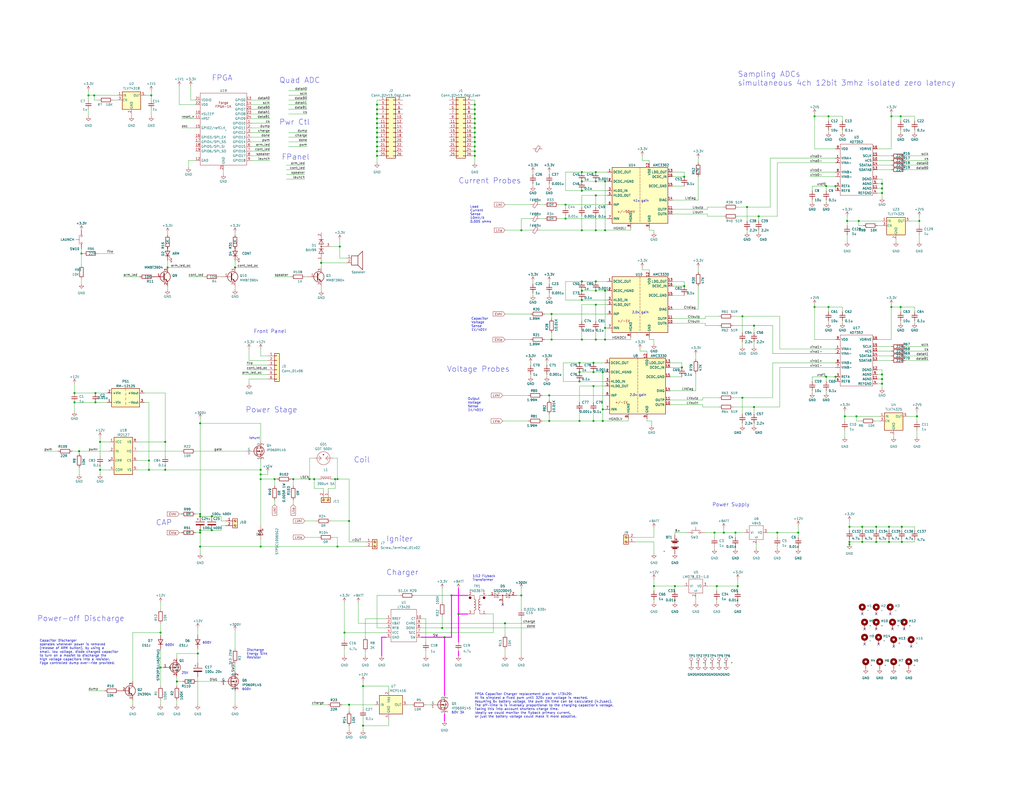
<source format=kicad_sch>
(kicad_sch (version 20230121) (generator eeschema)
  (paper "C")
  (title_block (title "Launch Control FPGA board") (date "2025-05-29") (rev "v0.0") (company "Eric Pearson, Cambridge Rocket Club"))
  (junction (at 470.535 287.655))
  (junction (at 284.48 325.12))
  (junction (at 485.14 287.655))
  (junction (at 142.24 259.08))
  (junction (at 317.5 93.98))
  (junction (at 168.91 261.62))
  (junction (at 492.125 287.655))
  (junction (at 317.5 125.73))
  (junction (at 205.74 64.77))
  (junction (at 481.33 105.41))
  (junction (at 411.48 177.8))
  (junction (at 48.26 52.07))
  (junction (at 300.99 171.45))
  (junction (at 40.64 219.71))
  (junction (at 242.57 347.98))
  (junction (at 316.23 198.12))
  (junction (at 325.12 185.42))
  (junction (at 109.22 290.83))
  (junction (at 190.5 384.81))
  (junction (at 491.49 63.5))
  (junction (at 128.27 146.05))
  (junction (at 356.87 320.04))
  (junction (at 316.23 208.28))
  (junction (at 142.24 261.62))
  (junction (at 115.57 289.56))
  (junction (at 481.33 204.47))
  (junction (at 444.5 63.5))
  (junction (at 414.02 118.11))
  (junction (at 52.07 214.63))
  (junction (at 149.86 261.62))
  (junction (at 205.74 69.85))
  (junction (at 317.5 104.14))
  (junction (at 90.17 241.3))
  (junction (at 205.74 59.69))
  (junction (at 323.85 198.12))
  (junction (at 468.63 120.65))
  (junction (at 328.93 223.52))
  (junction (at 389.89 290.83))
  (junction (at 205.74 85.09))
  (junction (at 330.2 185.42))
  (junction (at 259.08 80.01))
  (junction (at 317.5 99.06))
  (junction (at 54.61 241.3))
  (junction (at 115.57 281.94))
  (junction (at 461.01 227.33))
  (junction (at 259.08 64.77))
  (junction (at 81.28 251.46))
  (junction (at 467.36 227.33))
  (junction (at 463.55 287.655))
  (junction (at 481.33 207.01))
  (junction (at 323.85 210.82))
  (junction (at 259.08 62.23))
  (junction (at 501.65 120.65))
  (junction (at 87.63 345.44))
  (junction (at 450.85 101.6))
  (junction (at 109.22 298.45))
  (junction (at 463.55 297.18))
  (junction (at 90.17 256.54))
  (junction (at 478.155 295.91))
  (junction (at 205.74 62.23))
  (junction (at 500.38 227.33))
  (junction (at 463.55 295.91))
  (junction (at 81.28 256.54))
  (junction (at 317.5 153.67))
  (junction (at 325.12 99.06))
  (junction (at 481.33 209.55))
  (junction (at 372.11 200.66))
  (junction (at 259.08 74.93))
  (junction (at 259.08 59.69))
  (junction (at 185.42 134.62))
  (junction (at 391.16 320.04))
  (junction (at 109.22 280.67))
  (junction (at 91.44 146.05))
  (junction (at 328.93 203.2))
  (junction (at 259.08 72.39))
  (junction (at 190.5 284.48))
  (junction (at 43.18 246.38))
  (junction (at 205.74 80.01))
  (junction (at 241.3 342.9))
  (junction (at 198.12 374.65))
  (junction (at 317.5 158.75))
  (junction (at 40.64 214.63))
  (junction (at 486.41 167.64))
  (junction (at 325.12 153.67))
  (junction (at 486.41 63.5))
  (junction (at 184.15 298.45))
  (junction (at 259.08 77.47))
  (junction (at 470.535 295.91))
  (junction (at 325.12 158.75))
  (junction (at 411.48 222.25))
  (junction (at 323.85 229.87))
  (junction (at 175.26 143.51))
  (junction (at 107.95 356.87))
  (junction (at 205.74 77.47))
  (junction (at 308.61 111.76))
  (junction (at 205.74 74.93))
  (junction (at 405.13 217.17))
  (junction (at 109.22 231.14))
  (junction (at 109.22 281.94))
  (junction (at 394.97 290.83))
  (junction (at 455.93 101.6))
  (junction (at 368.3 320.04))
  (junction (at 401.32 290.83))
  (junction (at 250.19 335.28))
  (junction (at 452.12 63.5))
  (junction (at 142.24 298.45))
  (junction (at 444.5 167.64))
  (junction (at 259.08 67.31))
  (junction (at 325.12 93.98))
  (junction (at 330.2 179.07))
  (junction (at 330.2 158.75))
  (junction (at 317.5 185.42))
  (junction (at 284.48 125.73))
  (junction (at 373.38 156.21))
  (junction (at 109.22 289.56))
  (junction (at 491.49 167.64))
  (junction (at 275.59 340.36))
  (junction (at 308.61 119.38))
  (junction (at 330.2 99.06))
  (junction (at 455.93 205.74))
  (junction (at 184.15 261.62))
  (junction (at 87.63 364.49))
  (junction (at 182.88 261.62))
  (junction (at 462.28 120.65))
  (junction (at 317.5 163.83))
  (junction (at 328.93 229.87))
  (junction (at 187.96 345.44))
  (junction (at 82.55 52.07))
  (junction (at 481.33 100.33))
  (junction (at 299.72 215.9))
  (junction (at 205.74 82.55))
  (junction (at 51.435 52.07))
  (junction (at 325.12 125.73))
  (junction (at 259.08 82.55))
  (junction (at 52.07 219.71))
  (junction (at 316.23 203.2))
  (junction (at 259.08 85.09))
  (junction (at 300.99 185.42))
  (junction (at 205.74 72.39))
  (junction (at 450.85 205.74))
  (junction (at 452.12 167.64))
  (junction (at 402.59 320.04))
  (junction (at 205.74 67.31))
  (junction (at 485.14 295.91))
  (junction (at 259.08 69.85))
  (junction (at 405.13 172.72))
  (junction (at 205.74 57.15))
  (junction (at 246.38 325.12))
  (junction (at 407.67 113.03))
  (junction (at 481.33 102.87))
  (junction (at 44.45 138.43))
  (junction (at 323.85 203.2))
  (junction (at 325.12 166.37))
  (junction (at 316.23 229.87))
  (junction (at 299.72 229.87))
  (junction (at 330.2 125.73))
  (junction (at 160.02 261.62))
  (junction (at 171.45 261.62))
  (junction (at 478.155 287.655))
  (junction (at 54.61 256.54))
  (junction (at 424.18 290.83))
  (junction (at 325.12 106.68))
  (junction (at 373.38 96.52))
  (junction (at 492.125 295.91))
  (junction (at 259.08 57.15))
  (junction (at 435.61 290.83))
  (junction (at 142.24 256.54))
  (junction (at 198.12 396.24))
  (junction (at 96.52 372.11))
  (no_connect (at 59.69 251.46))
  (no_connect (at 493.395 343.535))
  (no_connect (at 485.775 335.28))
  (no_connect (at 497.205 353.06))
  (no_connect (at 478.155 343.535))
  (no_connect (at 478.155 335.28))
  (no_connect (at 487.68 353.06))
  (no_connect (at 471.805 351.79))
  (no_connect (at 471.805 343.535))
  (no_connect (at 274.32 330.2))
  (no_connect (at 479.425 351.79))
  (no_connect (at 470.535 335.28))
  (no_connect (at 487.045 343.535))
  (wire (pts (xy 51.435 54.61) (xy 51.435 52.07)))
  (wire (pts (xy 205.74 74.93) (xy 207.01 74.93)))
  (wire (pts (xy 367.03 156.21) (xy 373.38 156.21)))
  (wire (pts (xy 82.55 63.5) (xy 82.55 59.69)))
  (wire (pts (xy 274.32 229.87) (xy 288.29 229.87)))
  (wire (pts (xy 367.03 168.91) (xy 381 168.91)))
  (wire (pts (xy 478.79 207.01) (xy 481.33 207.01)))
  (wire (pts (xy 421.64 193.04) (xy 421.64 177.8)))
  (wire (pts (xy 205.74 77.47) (xy 207.01 77.47)))
  (wire (pts (xy 491.49 63.5) (xy 499.11 63.5)))
  (wire (pts (xy 274.32 215.9) (xy 288.29 215.9)))
  (wire (pts (xy 501.65 132.08) (xy 501.65 128.27)))
  (wire (pts (xy 478.79 191.77) (xy 486.41 191.77)))
  (wire (pts (xy 350.52 147.32) (xy 354.33 147.32)))
  (wire (pts (xy 353.06 229.87) (xy 353.06 228.6)))
  (wire (pts (xy 501.65 118.11) (xy 501.65 120.65)))
  (wire (pts (xy 344.17 185.42) (xy 344.17 184.15)))
  (wire (pts (xy 275.59 340.36) (xy 292.1 340.36)))
  (wire (pts (xy 469.9 229.87) (xy 467.36 229.87)))
  (wire (pts (xy 78.74 219.71) (xy 81.28 219.71)))
  (wire (pts (xy 205.74 54.61) (xy 205.74 57.15)))
  (wire (pts (xy 450.85 101.6) (xy 450.85 104.14)))
  (wire (pts (xy 294.64 119.38) (xy 297.18 119.38)))
  (wire (pts (xy 414.02 125.73) (xy 414.02 127)))
  (wire (pts (xy 414.02 118.11) (xy 424.18 118.11)))
  (wire (pts (xy 325.12 180.34) (xy 325.12 185.42)))
  (wire (pts (xy 455.93 101.6) (xy 455.93 104.14)))
  (wire (pts (xy 104.14 54.61) (xy 106.68 54.61)))
  (wire (pts (xy 87.63 354.33) (xy 87.63 364.49)))
  (wire (pts (xy 242.57 347.98) (xy 242.57 379.73)) (stroke (width 0.5) (color 255 0 255 1)))
  (wire (pts (xy 74.93 256.54) (xy 81.28 256.54)))
  (wire (pts (xy 97.79 46.99) (xy 97.79 57.15)))
  (wire (pts (xy 205.74 69.85) (xy 207.01 69.85)))
  (wire (pts (xy 325.12 93.98) (xy 331.47 93.98)))
  (wire (pts (xy 496.57 120.65) (xy 501.65 120.65)))
  (wire (pts (xy 299.72 229.87) (xy 299.72 226.06)))
  (wire (pts (xy 299.72 153.67) (xy 299.72 154.94)))
  (wire (pts (xy 180.34 284.48) (xy 190.5 284.48)))
  (wire (pts (xy 308.61 104.14) (xy 317.5 104.14)))
  (wire (pts (xy 109.22 298.45) (xy 109.22 302.26)))
  (wire (pts (xy 411.48 177.8) (xy 421.64 177.8)))
  (wire (pts (xy 146.05 196.85) (xy 135.89 196.85)))
  (wire (pts (xy 368.3 290.83) (xy 374.65 290.83)))
  (wire (pts (xy 411.48 222.25) (xy 411.48 226.06)))
  (wire (pts (xy 330.2 99.06) (xy 330.2 125.73)))
  (wire (pts (xy 24.13 246.38) (xy 31.75 246.38)))
  (wire (pts (xy 500.38 238.76) (xy 500.38 234.95)))
  (wire (pts (xy 284.48 119.38) (xy 284.48 125.73)))
  (wire (pts (xy 106.68 246.38) (xy 134.62 246.38)))
  (wire (pts (xy 478.79 194.31) (xy 486.41 194.31)))
  (wire (pts (xy 495.3 227.33) (xy 500.38 227.33)))
  (wire (pts (xy 325.12 99.06) (xy 317.5 99.06)))
  (wire (pts (xy 470.535 295.91) (xy 470.535 294.64)))
  (wire (pts (xy 40.64 219.71) (xy 52.07 219.71)))
  (wire (pts (xy 259.08 67.31) (xy 259.08 69.85)))
  (wire (pts (xy 157.48 54.61) (xy 167.64 54.61)))
  (wire (pts (xy 325.12 166.37) (xy 325.12 175.26)))
  (wire (pts (xy 389.89 290.83) (xy 394.97 290.83)))
  (wire (pts (xy 330.2 99.06) (xy 325.12 99.06)))
  (wire (pts (xy 381 146.05) (xy 381 148.59)))
  (wire (pts (xy 485.14 295.91) (xy 492.125 295.91)))
  (wire (pts (xy 44.45 152.4) (xy 44.45 154.94)))
  (wire (pts (xy 102.87 91.44) (xy 102.87 87.63)))
  (wire (pts (xy 115.57 289.56) (xy 120.65 289.56)))
  (wire (pts (xy 386.08 113.03) (xy 386.08 114.3)))
  (wire (pts (xy 486.41 185.42) (xy 486.41 167.64)))
  (wire (pts (xy 478.155 295.91) (xy 485.14 295.91)))
  (wire (pts (xy 425.45 200.66) (xy 455.93 200.66)))
  (wire (pts (xy 269.24 335.28) (xy 269.24 345.44)))
  (wire (pts (xy 381 156.21) (xy 381 168.91)))
  (wire (pts (xy 205.74 57.15) (xy 207.01 57.15)))
  (wire (pts (xy 198.12 396.24) (xy 212.09 396.24)))
  (wire (pts (xy 128.27 142.24) (xy 128.27 146.05)))
  (wire (pts (xy 317.5 125.73) (xy 325.12 125.73)))
  (wire (pts (xy 384.81 172.72) (xy 392.43 172.72)))
  (wire (pts (xy 166.37 284.48) (xy 172.72 284.48)))
  (wire (pts (xy 275.59 354.33) (xy 275.59 358.14)))
  (wire (pts (xy 499.11 176.53) (xy 499.11 175.26)))
  (wire (pts (xy 424.18 299.72) (xy 424.18 298.45)))
  (wire (pts (xy 373.38 93.98) (xy 373.38 96.52)))
  (wire (pts (xy 467.36 227.33) (xy 461.01 227.33)))
  (wire (pts (xy 48.26 377.19) (xy 57.15 377.19)))
  (wire (pts (xy 120.65 284.48) (xy 123.19 284.48)))
  (wire (pts (xy 106.68 64.77) (xy 99.06 64.77)))
  (wire (pts (xy 444.5 167.64) (xy 452.12 167.64)))
  (wire (pts (xy 185.42 130.81) (xy 185.42 134.62)))
  (wire (pts (xy 250.19 335.28) (xy 250.19 350.52)) (stroke (width 0.5) (color 255 0 255 1)))
  (wire (pts (xy 190.5 261.62) (xy 190.5 284.48)))
  (wire (pts (xy 401.32 290.83) (xy 406.4 290.83)))
  (wire (pts (xy 500.38 227.33) (xy 500.38 229.87)))
  (wire (pts (xy 241.3 336.55) (xy 241.3 342.9)))
  (wire (pts (xy 121.92 95.25) (xy 121.92 92.71)))
  (wire (pts (xy 308.61 111.76) (xy 331.47 111.76)))
  (wire (pts (xy 43.18 246.38) (xy 59.69 246.38)))
  (wire (pts (xy 323.85 210.82) (xy 316.23 210.82)))
  (wire (pts (xy 156.21 90.17) (xy 166.37 90.17)))
  (wire (pts (xy 325.12 106.68) (xy 325.12 113.03)))
  (wire (pts (xy 481.33 204.47) (xy 481.33 207.01)))
  (wire (pts (xy 72.39 345.44) (xy 72.39 372.11)))
  (wire (pts (xy 96.52 384.81) (xy 96.52 382.27)))
  (wire (pts (xy 284.48 337.82) (xy 284.48 358.14)))
  (wire (pts (xy 450.85 110.49) (xy 450.85 109.22)))
  (wire (pts (xy 420.37 86.36) (xy 455.93 86.36)))
  (wire (pts (xy 157.48 52.07) (xy 167.64 52.07)))
  (wire (pts (xy 232.41 384.81) (xy 234.95 384.81)))
  (wire (pts (xy 146.05 194.31) (xy 142.24 194.31)))
  (wire (pts (xy 106.68 280.67) (xy 109.22 280.67)))
  (wire (pts (xy 478.155 295.91) (xy 478.155 294.64)))
  (wire (pts (xy 367.03 96.52) (xy 373.38 96.52)))
  (wire (pts (xy 298.45 198.12) (xy 298.45 199.39)))
  (wire (pts (xy 356.87 316.23) (xy 356.87 320.04)))
  (wire (pts (xy 424.18 88.9) (xy 424.18 118.11)))
  (wire (pts (xy 323.85 203.2) (xy 316.23 203.2)))
  (wire (pts (xy 461.01 224.79) (xy 461.01 227.33)))
  (wire (pts (xy 157.48 59.69) (xy 167.64 59.69)))
  (wire (pts (xy 184.15 250.19) (xy 184.15 261.62)))
  (wire (pts (xy 323.85 229.87) (xy 328.93 229.87)))
  (wire (pts (xy 450.85 205.74) (xy 450.85 208.28)))
  (wire (pts (xy 481.33 207.01) (xy 481.33 209.55)))
  (wire (pts (xy 97.79 280.67) (xy 99.06 280.67)))
  (wire (pts (xy 424.18 290.83) (xy 435.61 290.83)))
  (wire (pts (xy 494.03 191.77) (xy 506.73 191.77)))
  (wire (pts (xy 412.75 299.72) (xy 412.75 297.18)))
  (wire (pts (xy 491.49 170.18) (xy 491.49 167.64)))
  (wire (pts (xy 158.75 261.62) (xy 160.02 261.62)))
  (wire (pts (xy 156.21 97.79) (xy 166.37 97.79)))
  (wire (pts (xy 208.28 347.98) (xy 208.28 358.14)) (stroke (width 0.5) (color 255 0 255 1)))
  (wire (pts (xy 383.54 218.44) (xy 383.54 217.17)))
  (wire (pts (xy 205.74 67.31) (xy 205.74 69.85)))
  (wire (pts (xy 330.2 210.82) (xy 323.85 210.82)))
  (wire (pts (xy 452.12 176.53) (xy 452.12 175.26)))
  (wire (pts (xy 486.41 63.5) (xy 486.41 62.23)))
  (wire (pts (xy 166.37 95.25) (xy 156.21 95.25)))
  (wire (pts (xy 198.12 398.78) (xy 198.12 396.24)))
  (wire (pts (xy 107.95 342.9) (xy 107.95 346.71)))
  (wire (pts (xy 135.89 207.01) (xy 135.89 209.55)))
  (wire (pts (xy 425.45 190.5) (xy 455.93 190.5)))
  (wire (pts (xy 330.2 203.2) (xy 328.93 203.2)))
  (wire (pts (xy 478.79 105.41) (xy 481.33 105.41)))
  (wire (pts (xy 494.03 194.31) (xy 506.73 194.31)))
  (wire (pts (xy 297.18 171.45) (xy 300.99 171.45)))
  (wire (pts (xy 379.73 328.93) (xy 379.73 326.39)))
  (wire (pts (xy 405.13 172.72) (xy 425.45 172.72)))
  (wire (pts (xy 477.52 229.87) (xy 480.06 229.87)))
  (wire (pts (xy 284.48 325.12) (xy 284.48 332.74)))
  (wire (pts (xy 463.55 295.91) (xy 463.55 294.64)))
  (wire (pts (xy 137.16 77.47) (xy 147.32 77.47)))
  (wire (pts (xy 308.61 119.38) (xy 331.47 119.38)))
  (wire (pts (xy 290.83 93.98) (xy 290.83 95.25)))
  (wire (pts (xy 501.65 120.65) (xy 501.65 123.19)))
  (wire (pts (xy 316.23 198.12) (xy 307.34 198.12)))
  (wire (pts (xy 494.03 85.09) (xy 506.73 85.09)))
  (wire (pts (xy 259.08 77.47) (xy 259.08 80.01)))
  (wire (pts (xy 290.83 153.67) (xy 290.83 154.94)))
  (wire (pts (xy 96.52 372.11) (xy 99.695 372.11)))
  (wire (pts (xy 190.5 396.24) (xy 190.5 398.78)))
  (wire (pts (xy 128.27 146.05) (xy 140.97 146.05)))
  (wire (pts (xy 372.11 198.12) (xy 372.11 200.66)))
  (wire (pts (xy 102.87 87.63) (xy 106.68 87.63)))
  (wire (pts (xy 259.08 59.69) (xy 257.81 59.69)))
  (wire (pts (xy 259.08 57.15) (xy 257.81 57.15)))
  (wire (pts (xy 356.87 322.58) (xy 356.87 320.04)))
  (wire (pts (xy 499.11 72.39) (xy 499.11 71.12)))
  (wire (pts (xy 259.08 62.23) (xy 259.08 64.77)))
  (wire (pts (xy 330.2 179.07) (xy 331.47 179.07)))
  (wire (pts (xy 91.44 158.115) (xy 91.44 156.21)))
  (wire (pts (xy 384.81 176.53) (xy 384.81 177.8)))
  (wire (pts (xy 87.63 364.49) (xy 88.9 364.49)))
  (wire (pts (xy 346.71 295.91) (xy 356.87 295.91)))
  (wire (pts (xy 494.03 92.71) (xy 506.73 92.71)))
  (wire (pts (xy 405.13 217.17) (xy 421.64 217.17)))
  (wire (pts (xy 81.28 251.46) (xy 81.28 256.54)))
  (wire (pts (xy 146.05 257.81) (xy 146.05 259.08)))
  (wire (pts (xy 300.99 173.99) (xy 300.99 171.45)))
  (wire (pts (xy 289.56 119.38) (xy 284.48 119.38)))
  (wire (pts (xy 259.08 82.55) (xy 257.81 82.55)))
  (wire (pts (xy 109.22 290.83) (xy 109.22 298.45)))
  (wire (pts (xy 43.18 255.27) (xy 43.18 259.08)))
  (wire (pts (xy 205.74 64.77) (xy 207.01 64.77)))
  (wire (pts (xy 205.74 80.01) (xy 207.01 80.01)))
  (wire (pts (xy 308.61 93.98) (xy 308.61 104.14)))
  (wire (pts (xy 76.2 151.13) (xy 67.31 151.13)))
  (wire (pts (xy 142.24 256.54) (xy 142.24 259.08)))
  (wire (pts (xy 91.44 142.24) (xy 91.44 146.05)))
  (wire (pts (xy 111.76 151.13) (xy 102.87 151.13)))
  (wire (pts (xy 317.5 93.98) (xy 308.61 93.98)))
  (wire (pts (xy 222.25 384.81) (xy 224.79 384.81)))
  (wire (pts (xy 384.81 290.83) (xy 389.89 290.83)))
  (wire (pts (xy 205.74 80.01) (xy 205.74 82.55)))
  (wire (pts (xy 367.03 176.53) (xy 384.81 176.53)))
  (wire (pts (xy 186.69 384.81) (xy 190.5 384.81)))
  (wire (pts (xy 109.22 281.94) (xy 115.57 281.94)))
  (wire (pts (xy 184.15 261.62) (xy 182.88 261.62)))
  (wire (pts (xy 106.68 290.83) (xy 109.22 290.83)))
  (wire (pts (xy 459.74 176.53) (xy 459.74 175.26)))
  (wire (pts (xy 259.08 62.23) (xy 257.81 62.23)))
  (wire (pts (xy 450.85 214.63) (xy 450.85 213.36)))
  (wire (pts (xy 128.27 158.115) (xy 128.27 156.21)))
  (wire (pts (xy 266.7 325.12) (xy 265.43 325.12)))
  (wire (pts (xy 137.16 72.39) (xy 147.32 72.39)))
  (wire (pts (xy 184.15 298.45) (xy 199.39 298.45)))
  (wire (pts (xy 134.62 201.93) (xy 146.05 201.93)))
  (wire (pts (xy 205.74 54.61) (xy 207.01 54.61)))
  (wire (pts (xy 356.87 295.91) (xy 356.87 302.26)))
  (wire (pts (xy 142.24 261.62) (xy 149.86 261.62)))
  (wire (pts (xy 492.125 287.655) (xy 492.125 289.56)))
  (wire (pts (xy 443.23 104.14) (xy 443.23 101.6)))
  (wire (pts (xy 365.76 200.66) (xy 372.11 200.66)))
  (wire (pts (xy 259.08 54.61) (xy 257.81 54.61)))
  (wire (pts (xy 149.86 273.05) (xy 149.86 275.59)))
  (wire (pts (xy 492.125 295.91) (xy 492.125 294.64)))
  (wire (pts (xy 210.82 347.98) (xy 208.28 347.98)) (stroke (width 0.5) (color 255 0 255 1)))
  (wire (pts (xy 356.87 185.42) (xy 354.33 185.42)))
  (wire (pts (xy 444.5 62.23) (xy 444.5 63.5)))
  (wire (pts (xy 185.42 134.62) (xy 185.42 140.97)))
  (wire (pts (xy 190.5 388.62) (xy 190.5 384.81)))
  (wire (pts (xy 149.86 151.13) (xy 158.75 151.13)))
  (wire (pts (xy 229.87 340.36) (xy 275.59 340.36)))
  (wire (pts (xy 331.47 166.37) (xy 325.12 166.37)))
  (wire (pts (xy 156.21 92.71) (xy 166.37 92.71)))
  (wire (pts (xy 78.74 214.63) (xy 90.17 214.63)))
  (wire (pts (xy 350.52 146.05) (xy 350.52 147.32)))
  (wire (pts (xy 330.2 158.75) (xy 325.12 158.75)))
  (wire (pts (xy 421.64 198.12) (xy 455.93 198.12)))
  (wire (pts (xy 147.32 85.09) (xy 137.16 85.09)))
  (wire (pts (xy 205.74 82.55) (xy 205.74 85.09)))
  (wire (pts (xy 90.17 214.63) (xy 90.17 241.3)))
  (wire (pts (xy 229.87 342.9) (xy 241.3 342.9)))
  (wire (pts (xy 43.18 247.65) (xy 43.18 246.38)))
  (wire (pts (xy 452.12 66.04) (xy 452.12 63.5)))
  (wire (pts (xy 386.08 113.03) (xy 394.97 113.03)))
  (wire (pts (xy 481.33 97.79) (xy 481.33 100.33)))
  (wire (pts (xy 468.63 120.65) (xy 462.28 120.65)))
  (wire (pts (xy 205.74 82.55) (xy 207.01 82.55)))
  (wire (pts (xy 365.76 205.74) (xy 372.11 205.74)))
  (wire (pts (xy 298.45 205.74) (xy 298.45 204.47)))
  (wire (pts (xy 494.03 90.17) (xy 506.73 90.17)))
  (wire (pts (xy 325.12 106.68) (xy 317.5 106.68)))
  (wire (pts (xy 386.08 320.04) (xy 391.16 320.04)))
  (wire (pts (xy 459.74 63.5) (xy 459.74 66.04)))
  (wire (pts (xy 317.5 180.34) (xy 317.5 185.42)))
  (wire (pts (xy 443.23 214.63) (xy 443.23 213.36)))
  (wire (pts (xy 478.79 204.47) (xy 481.33 204.47)))
  (wire (pts (xy 91.44 135.89) (xy 91.44 134.62)))
  (wire (pts (xy 356.87 320.04) (xy 368.3 320.04)))
  (wire (pts (xy 175.26 143.51) (xy 175.26 146.05)))
  (wire (pts (xy 308.61 111.76) (xy 308.61 113.03)))
  (wire (pts (xy 198.12 392.43) (xy 198.12 396.24)))
  (wire (pts (xy 295.91 215.9) (xy 299.72 215.9)))
  (wire (pts (xy 467.36 229.87) (xy 467.36 227.33)))
  (wire (pts (xy 425.45 172.72) (xy 425.45 190.5)))
  (wire (pts (xy 470.535 287.655) (xy 478.155 287.655)))
  (wire (pts (xy 394.97 288.29) (xy 394.97 290.83)))
  (wire (pts (xy 478.79 85.09) (xy 486.41 85.09)))
  (wire (pts (xy 463.55 287.655) (xy 463.55 289.56)))
  (wire (pts (xy 299.72 229.87) (xy 316.23 229.87)))
  (wire (pts (xy 486.41 81.28) (xy 486.41 63.5)))
  (wire (pts (xy 459.74 72.39) (xy 459.74 71.12)))
  (wire (pts (xy 411.48 186.69) (xy 411.48 189.23)))
  (wire (pts (xy 402.59 118.11) (xy 414.02 118.11)))
  (wire (pts (xy 157.48 62.23) (xy 167.64 62.23)))
  (wire (pts (xy 205.74 77.47) (xy 205.74 80.01)))
  (wire (pts (xy 391.16 328.93) (xy 391.16 327.66)))
  (wire (pts (xy 44.45 138.43) (xy 44.45 144.78)))
  (wire (pts (xy 384.81 177.8) (xy 392.43 177.8)))
  (wire (pts (xy 90.17 256.54) (xy 142.24 256.54)))
  (wire (pts (xy 160.02 261.62) (xy 160.02 265.43)))
  (wire (pts (xy 184.15 293.37) (xy 181.61 293.37)))
  (wire (pts (xy 494.03 196.85) (xy 506.73 196.85)))
  (wire (pts (xy 367.03 93.98) (xy 373.38 93.98)))
  (wire (pts (xy 391.16 322.58) (xy 391.16 320.04)))
  (wire (pts (xy 190.5 284.48) (xy 190.5 295.91)))
  (wire (pts (xy 441.96 93.98) (xy 455.93 93.98)))
  (wire (pts (xy 481.33 102.87) (xy 481.33 105.41)))
  (wire (pts (xy 481.33 105.41) (xy 481.33 107.95)))
  (wire (pts (xy 142.24 231.14) (xy 142.24 241.3)))
  (wire (pts (xy 478.79 201.93) (xy 481.33 201.93)))
  (wire (pts (xy 300.99 171.45) (xy 331.47 171.45)))
  (wire (pts (xy 250.19 321.31) (xy 250.19 335.28)) (stroke (width 0.5) (color 255 0 255 1)))
  (wire (pts (xy 275.59 340.36) (xy 275.59 346.71)))
  (wire (pts (xy 205.74 69.85) (xy 205.74 72.39)))
  (wire (pts (xy 383.54 217.17) (xy 392.43 217.17)))
  (wire (pts (xy 381 86.36) (xy 381 88.9)))
  (wire (pts (xy 115.57 281.94) (xy 120.65 281.94)))
  (wire (pts (xy 470.535 287.655) (xy 470.535 289.56)))
  (wire (pts (xy 330.2 158.75) (xy 330.2 179.07)))
  (wire (pts (xy 368.3 320.04) (xy 373.38 320.04)))
  (wire (pts (xy 407.67 113.03) (xy 420.37 113.03)))
  (wire (pts (xy 137.16 69.85) (xy 147.32 69.85)))
  (wire (pts (xy 109.22 289.56) (xy 109.22 290.83)))
  (wire (pts (xy 499.11 63.5) (xy 499.11 66.04)))
  (wire (pts (xy 405.13 186.69) (xy 405.13 189.23)))
  (wire (pts (xy 87.63 364.49) (xy 87.63 374.65)))
  (wire (pts (xy 142.24 194.31) (xy 142.24 190.5)))
  (wire (pts (xy 175.26 143.51) (xy 189.23 143.51)))
  (wire (pts (xy 478.79 123.19) (xy 481.33 123.19)))
  (wire (pts (xy 210.82 337.82) (xy 199.39 337.82)))
  (wire (pts (xy 168.91 250.19) (xy 168.91 261.62)))
  (wire (pts (xy 205.74 59.69) (xy 207.01 59.69)))
  (wire (pts (xy 259.08 64.77) (xy 259.08 67.31)))
  (wire (pts (xy 325.12 158.75) (xy 317.5 158.75)))
  (wire (pts (xy 242.57 389.89) (xy 242.57 393.7)) (stroke (width 0.5) (color 255 0 255 1)))
  (wire (pts (xy 142.24 251.46) (xy 142.24 256.54)))
  (wire (pts (xy 300.99 185.42) (xy 317.5 185.42)))
  (wire (pts (xy 330.2 185.42) (xy 330.2 179.07)))
  (wire (pts (xy 250.19 335.28) (xy 255.27 335.28)) (stroke (width 0.5) (color 255 0 255 1)))
  (wire (pts (xy 308.61 118.11) (xy 308.61 119.38)))
  (wire (pts (xy 157.48 80.01) (xy 167.64 80.01)))
  (wire (pts (xy 421.64 217.17) (xy 421.64 198.12)))
  (wire (pts (xy 198.12 374.65) (xy 198.12 387.35)))
  (wire (pts (xy 452.12 170.18) (xy 452.12 167.64)))
  (wire (pts (xy 168.91 261.62) (xy 171.45 261.62)))
  (wire (pts (xy 461.01 238.76) (xy 461.01 234.95)))
  (wire (pts (xy 275.59 125.73) (xy 284.48 125.73)))
  (wire (pts (xy 137.16 82.55) (xy 147.32 82.55)))
  (wire (pts (xy 54.61 259.08) (xy 54.61 256.54)))
  (wire (pts (xy 355.6 229.87) (xy 353.06 229.87)))
  (wire (pts (xy 401.32 290.83) (xy 401.32 293.37)))
  (wire (pts (xy 91.44 146.05) (xy 104.14 146.05)))
  (wire (pts (xy 81.28 256.54) (xy 90.17 256.54)))
  (wire (pts (xy 317.5 93.98) (xy 325.12 93.98)))
  (wire (pts (xy 463.55 298.45) (xy 463.55 297.18)))
  (wire (pts (xy 171.45 266.7) (xy 176.53 266.7)))
  (wire (pts (xy 354.33 147.32) (xy 354.33 148.59)))
  (wire (pts (xy 54.61 256.54) (xy 59.69 256.54)))
  (wire (pts (xy 96.52 372.11) (xy 96.52 374.65)))
  (wire (pts (xy 450.85 205.74) (xy 455.93 205.74)))
  (wire (pts (xy 368.3 290.83) (xy 368.3 292.1)))
  (wire (pts (xy 71.755 63.5) (xy 71.755 62.23)))
  (wire (pts (xy 379.73 203.835) (xy 379.73 213.36)))
  (wire (pts (xy 435.61 290.83) (xy 435.61 293.37)))
  (wire (pts (xy 325.12 118.11) (xy 325.12 125.73)))
  (wire (pts (xy 259.08 59.69) (xy 259.08 62.23)))
  (wire (pts (xy 166.37 293.37) (xy 173.99 293.37)))
  (wire (pts (xy 444.5 167.64) (xy 444.5 185.42)))
  (wire (pts (xy 184.15 298.45) (xy 184.15 293.37)))
  (wire (pts (xy 87.63 328.93) (xy 87.63 332.74)))
  (wire (pts (xy 316.23 198.12) (xy 323.85 198.12)))
  (wire (pts (xy 316.23 224.79) (xy 316.23 229.87)))
  (wire (pts (xy 137.16 74.93) (xy 147.32 74.93)))
  (wire (pts (xy 331.47 99.06) (xy 330.2 99.06)))
  (wire (pts (xy 97.79 290.83) (xy 99.06 290.83)))
  (wire (pts (xy 424.18 293.37) (xy 424.18 290.83)))
  (wire (pts (xy 500.38 224.79) (xy 500.38 227.33)))
  (wire (pts (xy 259.08 74.93) (xy 259.08 77.47)))
  (wire (pts (xy 137.16 87.63) (xy 147.32 87.63)))
  (wire (pts (xy 328.93 203.2) (xy 328.93 223.52)))
  (wire (pts (xy 499.11 167.64) (xy 499.11 170.18)))
  (wire (pts (xy 149.86 261.62) (xy 149.86 265.43)))
  (wire (pts (xy 481.33 120.65) (xy 468.63 120.65)))
  (wire (pts (xy 424.18 88.9) (xy 455.93 88.9)))
  (wire (pts (xy 294.64 125.73) (xy 317.5 125.73)))
  (wire (pts (xy 478.79 185.42) (xy 486.41 185.42)))
  (wire (pts (xy 59.69 241.3) (xy 54.61 241.3)))
  (wire (pts (xy 160.02 273.05) (xy 160.02 275.59)))
  (wire (pts (xy 486.41 63.5) (xy 491.49 63.5)))
  (wire (pts (xy 394.97 290.83) (xy 401.32 290.83)))
  (wire (pts (xy 205.74 85.09) (xy 207.01 85.09)))
  (wire (pts (xy 478.79 102.87) (xy 481.33 102.87)))
  (wire (pts (xy 470.535 295.91) (xy 478.155 295.91)))
  (wire (pts (xy 478.79 81.28) (xy 486.41 81.28)))
  (wire (pts (xy 443.23 208.28) (xy 443.23 205.74)))
  (wire (pts (xy 444.5 81.28) (xy 455.93 81.28)))
  (wire (pts (xy 210.82 345.44) (xy 187.96 345.44)))
  (wire (pts (xy 250.19 355.6) (xy 250.19 358.14)) (stroke (width 0.5) (color 255 0 255 1)))
  (wire (pts (xy 452.12 72.39) (xy 452.12 71.12)))
  (wire (pts (xy 346.71 293.37) (xy 356.87 293.37)))
  (wire (pts (xy 107.315 372.11) (xy 120.65 372.11)))
  (wire (pts (xy 330.2 185.42) (xy 344.17 185.42)))
  (wire (pts (xy 323.85 210.82) (xy 323.85 219.71)))
  (wire (pts (xy 478.79 209.55) (xy 481.33 209.55)))
  (wire (pts (xy 275.59 171.45) (xy 289.56 171.45)))
  (wire (pts (xy 381 96.52) (xy 381 109.22)))
  (wire (pts (xy 72.39 382.27) (xy 72.39 384.81)))
  (wire (pts (xy 478.79 92.71) (xy 486.41 92.71)))
  (wire (pts (xy 205.74 62.23) (xy 207.01 62.23)))
  (wire (pts (xy 241.3 342.9) (xy 292.1 342.9)))
  (wire (pts (xy 259.08 72.39) (xy 259.08 74.93)))
  (wire (pts (xy 317.5 185.42) (xy 325.12 185.42)))
  (wire (pts (xy 411.48 231.14) (xy 411.48 232.41)))
  (wire (pts (xy 367.03 161.29) (xy 373.38 161.29)))
  (wire (pts (xy 176.53 266.7) (xy 176.53 267.97)))
  (wire (pts (xy 328.93 223.52) (xy 330.2 223.52)))
  (wire (pts (xy 128.27 361.95) (xy 128.27 367.03)))
  (wire (pts (xy 491.49 66.04) (xy 491.49 63.5)))
  (wire (pts (xy 425.45 222.25) (xy 425.45 200.66)))
  (wire (pts (xy 210.82 340.36) (xy 195.58 340.36)))
  (wire (pts (xy 106.68 69.85) (xy 99.06 69.85)))
  (wire (pts (xy 350.52 85.09) (xy 350.52 87.63)))
  (wire (pts (xy 87.63 340.36) (xy 87.63 345.44)))
  (wire (pts (xy 325.12 185.42) (xy 330.2 185.42)))
  (wire (pts (xy 365.76 220.98) (xy 383.54 220.98)))
  (wire (pts (xy 90.17 241.3) (xy 90.17 248.92)))
  (wire (pts (xy 259.08 69.85) (xy 257.81 69.85)))
  (wire (pts (xy 478.79 87.63) (xy 486.41 87.63)))
  (wire (pts (xy 142.24 298.45) (xy 184.15 298.45)))
  (wire (pts (xy 443.23 101.6) (xy 450.85 101.6)))
  (wire (pts (xy 146.05 259.08) (xy 142.24 259.08)))
  (wire (pts (xy 365.76 218.44) (xy 383.54 218.44)))
  (wire (pts (xy 492.125 287.655) (xy 499.11 287.655)))
  (wire (pts (xy 400.05 222.25) (xy 411.48 222.25)))
  (wire (pts (xy 171.45 261.62) (xy 171.45 266.7)))
  (wire (pts (xy 246.38 325.12) (xy 246.38 347.98)) (stroke (width 0.5) (color 255 0 255 1)))
  (wire (pts (xy 325.12 153.67) (xy 331.47 153.67)))
  (wire (pts (xy 259.08 57.15) (xy 259.08 59.69)))
  (wire (pts (xy 109.22 231.14) (xy 142.24 231.14)))
  (wire (pts (xy 134.62 199.39) (xy 146.05 199.39)))
  (wire (pts (xy 294.64 111.76) (xy 297.18 111.76)))
  (wire (pts (xy 481.33 209.55) (xy 481.33 212.09)))
  (wire (pts (xy 157.48 77.47) (xy 167.64 77.47)))
  (wire (pts (xy 391.16 320.04) (xy 402.59 320.04)))
  (wire (pts (xy 455.93 205.74) (xy 455.93 208.28)))
  (wire (pts (xy 229.87 345.44) (xy 269.24 345.44)))
  (wire (pts (xy 317.5 163.83) (xy 331.47 163.83)))
  (wire (pts (xy 51.435 52.07) (xy 48.26 52.07)))
  (wire (pts (xy 54.61 241.3) (xy 54.61 248.92)))
  (wire (pts (xy 444.5 63.5) (xy 452.12 63.5)))
  (wire (pts (xy 492.125 295.91) (xy 499.11 295.91)))
  (wire (pts (xy 299.72 161.29) (xy 299.72 160.02)))
  (wire (pts (xy 300.99 185.42) (xy 300.99 181.61)))
  (wire (pts (xy 365.76 198.12) (xy 372.11 198.12)))
  (wire (pts (xy 317.5 153.67) (xy 308.61 153.67)))
  (wire (pts (xy 182.88 261.62) (xy 182.88 266.7)))
  (wire (pts (xy 259.08 85.09) (xy 259.08 88.9)))
  (wire (pts (xy 205.74 74.93) (xy 205.74 77.47)))
  (wire (pts (xy 107.95 354.33) (xy 107.95 356.87)))
  (wire (pts (xy 74.93 246.38) (xy 99.06 246.38)))
  (wire (pts (xy 462.28 118.11) (xy 462.28 120.65)))
  (wire (pts (xy 494.03 189.23) (xy 506.73 189.23)))
  (wire (pts (xy 81.28 219.71) (xy 81.28 251.46)))
  (wire (pts (xy 478.79 196.85) (xy 486.41 196.85)))
  (wire (pts (xy 137.16 64.77) (xy 147.32 64.77)))
  (wire (pts (xy 383.54 220.98) (xy 383.54 222.25)))
  (wire (pts (xy 411.48 222.25) (xy 425.45 222.25)))
  (wire (pts (xy 137.16 62.23) (xy 147.32 62.23)))
  (wire (pts (xy 53.34 138.43) (xy 62.23 138.43)))
  (wire (pts (xy 90.17 254) (xy 90.17 256.54)))
  (wire (pts (xy 229.87 337.82) (xy 232.41 337.82)))
  (wire (pts (xy 304.8 119.38) (xy 308.61 119.38)))
  (wire (pts (xy 419.1 290.83) (xy 424.18 290.83)))
  (wire (pts (xy 349.25 190.5) (xy 349.25 191.77)))
  (wire (pts (xy 402.59 113.03) (xy 407.67 113.03)))
  (wire (pts (xy 48.26 49.53) (xy 48.26 52.07)))
  (wire (pts (xy 149.86 261.62) (xy 151.13 261.62)))
  (wire (pts (xy 411.48 177.8) (xy 411.48 181.61)))
  (wire (pts (xy 157.48 74.93) (xy 167.64 74.93)))
  (wire (pts (xy 190.5 295.91) (xy 199.39 295.91)))
  (wire (pts (xy 205.74 57.15) (xy 205.74 59.69)))
  (wire (pts (xy 421.64 193.04) (xy 455.93 193.04)))
  (wire (pts (xy 198.12 374.65) (xy 212.09 374.65)))
  (wire (pts (xy 328.93 229.87) (xy 328.93 223.52)))
  (wire (pts (xy 354.33 87.63) (xy 354.33 88.9)))
  (wire (pts (xy 142.24 259.08) (xy 142.24 261.62)))
  (wire (pts (xy 199.39 358.14) (xy 199.39 355.6)))
  (wire (pts (xy 308.61 163.83) (xy 317.5 163.83)))
  (wire (pts (xy 232.41 337.82) (xy 232.41 350.52)))
  (wire (pts (xy 414.02 118.11) (xy 414.02 120.65)))
  (wire (pts (xy 44.45 135.89) (xy 44.45 138.43)))
  (wire (pts (xy 109.22 280.67) (xy 109.22 281.94)))
  (wire (pts (xy 259.08 67.31) (xy 257.81 67.31)))
  (wire (pts (xy 128.27 127) (xy 128.27 128.27)))
  (wire (pts (xy 146.05 204.47) (xy 132.08 204.47)))
  (wire (pts (xy 400.05 177.8) (xy 411.48 177.8)))
  (wire (pts (xy 478.155 287.655) (xy 485.14 287.655)))
  (wire (pts (xy 317.5 106.68) (xy 317.5 113.03)))
  (wire (pts (xy 400.05 217.17) (xy 405.13 217.17)))
  (wire (pts (xy 259.08 80.01) (xy 257.81 80.01)))
  (wire (pts (xy 349.25 191.77) (xy 353.06 191.77)))
  (wire (pts (xy 40.64 219.71) (xy 40.64 224.79)))
  (wire (pts (xy 54.61 254) (xy 54.61 256.54)))
  (wire (pts (xy 166.37 151.13) (xy 167.64 151.13)))
  (wire (pts (xy 384.81 172.72) (xy 384.81 173.99)))
  (wire (pts (xy 82.55 52.07) (xy 82.55 54.61)))
  (wire (pts (xy 295.91 229.87) (xy 299.72 229.87)))
  (wire (pts (xy 444.5 185.42) (xy 455.93 185.42)))
  (wire (pts (xy 328.93 203.2) (xy 323.85 203.2)))
  (wire (pts (xy 179.07 266.7) (xy 179.07 267.97)))
  (wire (pts (xy 259.08 82.55) (xy 259.08 85.09)))
  (wire (pts (xy 356.87 293.37) (xy 356.87 288.29)))
  (wire (pts (xy 407.67 113.03) (xy 407.67 120.65)))
  (wire (pts (xy 365.76 213.36) (xy 379.73 213.36)))
  (wire (pts (xy 182.88 266.7) (xy 179.07 266.7)))
  (wire (pts (xy 420.37 86.36) (xy 420.37 113.03)))
  (wire (pts (xy 128.27 134.62) (xy 128.27 135.89)))
  (wire (pts (xy 481.33 201.93) (xy 481.33 204.47)))
  (wire (pts (xy 463.55 287.655) (xy 470.535 287.655)))
  (wire (pts (xy 402.59 320.04) (xy 402.59 322.58)))
  (wire (pts (xy 389.89 293.37) (xy 389.89 290.83)))
  (wire (pts (xy 367.03 153.67) (xy 373.38 153.67)))
  (wire (pts (xy 74.93 241.3) (xy 90.17 241.3)))
  (wire (pts (xy 259.08 80.01) (xy 259.08 82.55)))
  (wire (pts (xy 109.22 298.45) (xy 142.24 298.45)))
  (wire (pts (xy 354.33 185.42) (xy 354.33 184.15)))
  (wire (pts (xy 96.52 369.57) (xy 96.52 372.11)))
  (wire (pts (xy 241.3 321.31) (xy 241.3 328.93)))
  (wire (pts (xy 107.95 356.87) (xy 107.95 361.95)))
  (wire (pts (xy 52.07 214.63) (xy 58.42 214.63)))
  (wire (pts (xy 157.48 57.15) (xy 167.64 57.15)))
  (wire (pts (xy 488.95 132.08) (xy 488.95 130.81)))
  (wire (pts (xy 323.85 224.79) (xy 323.85 229.87)))
  (wire (pts (xy 316.23 208.28) (xy 330.2 208.28)))
  (wire (pts (xy 212.09 374.65) (xy 212.09 377.19)))
  (wire (pts (xy 316.23 229.87) (xy 323.85 229.87)))
  (wire (pts (xy 242.57 347.98) (xy 246.38 347.98)) (stroke (width 0.5) (color 255 0 255 1)))
  (wire (pts (xy 199.39 337.82) (xy 199.39 347.98)))
  (wire (pts (xy 120.65 287.02) (xy 123.19 287.02)))
  (wire (pts (xy 478.79 90.17) (xy 486.41 90.17)))
  (wire (pts (xy 462.28 132.08) (xy 462.28 128.27)))
  (wire (pts (xy 368.3 320.04) (xy 368.3 322.58)))
  (wire (pts (xy 232.41 355.6) (xy 232.41 358.14)))
  (wire (pts (xy 386.08 114.3) (xy 367.03 114.3)))
  (wire (pts (xy 40.64 214.63) (xy 52.07 214.63)))
  (wire (pts (xy 499.11 295.91) (xy 499.11 294.64)))
  (wire (pts (xy 142.24 294.64) (xy 142.24 298.45)))
  (wire (pts (xy 180.34 134.62) (xy 185.42 134.62)))
  (wire (pts (xy 405.13 231.14) (xy 405.13 232.41)))
  (wire (pts (xy 284.48 125.73) (xy 289.56 125.73)))
  (wire (pts (xy 205.74 62.23) (xy 205.74 64.77)))
  (wire (pts (xy 79.375 52.07) (xy 82.55 52.07)))
  (wire (pts (xy 308.61 153.67) (xy 308.61 163.83)))
  (wire (pts (xy 175.26 142.24) (xy 175.26 143.51)))
  (wire (pts (xy 259.08 64.77) (xy 257.81 64.77)))
  (wire (pts (xy 198.12 372.11) (xy 198.12 374.65)))
  (wire (pts (xy 443.23 110.49) (xy 443.23 109.22)))
  (wire (pts (xy 259.08 77.47) (xy 257.81 77.47)))
  (wire (pts (xy 402.59 316.23) (xy 402.59 320.04)))
  (wire (pts (xy 157.48 49.53) (xy 167.64 49.53)))
  (wire (pts (xy 53.975 54.61) (xy 51.435 54.61)))
  (wire (pts (xy 205.74 72.39) (xy 207.01 72.39)))
  (wire (pts (xy 120.65 281.94) (xy 120.65 284.48)))
  (wire (pts (xy 331.47 158.75) (xy 330.2 158.75)))
  (wire (pts (xy 187.96 345.44) (xy 187.96 349.25)))
  (wire (pts (xy 109.22 228.6) (xy 109.22 231.14)))
  (wire (pts (xy 494.03 87.63) (xy 506.73 87.63)))
  (wire (pts (xy 246.38 325.12) (xy 255.27 325.12)) (stroke (width 0.5) (color 255 0 255 1)))
  (wire (pts (xy 157.48 72.39) (xy 167.64 72.39)))
  (wire (pts (xy 87.63 345.44) (xy 72.39 345.44)))
  (wire (pts (xy 325.12 125.73) (xy 330.2 125.73)))
  (wire (pts (xy 478.79 97.79) (xy 481.33 97.79)))
  (wire (pts (xy 170.18 384.81) (xy 179.07 384.81)))
  (wire (pts (xy 40.64 209.55) (xy 40.64 214.63)))
  (wire (pts (xy 356.87 187.96) (xy 356.87 185.42)))
  (wire (pts (xy 317.5 166.37) (xy 317.5 175.26)))
  (wire (pts (xy 401.32 299.72) (xy 401.32 298.45)))
  (wire (pts (xy 175.26 156.21) (xy 175.26 158.75)))
  (wire (pts (xy 290.83 101.6) (xy 290.83 100.33)))
  (wire (pts (xy 299.72 93.98) (xy 299.72 95.25)))
  (wire (pts (xy 478.79 189.23) (xy 486.41 189.23)))
  (wire (pts (xy 407.67 125.73) (xy 407.67 127)))
  (wire (pts (xy 297.18 185.42) (xy 300.99 185.42)))
  (wire (pts (xy 405.13 217.17) (xy 405.13 226.06)))
  (wire (pts (xy 344.17 125.73) (xy 344.17 124.46)))
  (wire (pts (xy 190.5 261.62) (xy 184.15 261.62)))
  (wire (pts (xy 307.34 208.28) (xy 316.23 208.28)))
  (wire (pts (xy 486.41 167.64) (xy 491.49 167.64)))
  (wire (pts (xy 435.61 287.02) (xy 435.61 290.83)))
  (wire (pts (xy 107.95 369.57) (xy 107.95 384.81)))
  (wire (pts (xy 471.17 123.19) (xy 468.63 123.19)))
  (wire (pts (xy 316.23 210.82) (xy 316.23 219.71)))
  (wire (pts (xy 379.73 193.675) (xy 379.73 196.215)))
  (wire (pts (xy 307.34 198.12) (xy 307.34 208.28)))
  (wire (pts (xy 218.44 325.12) (xy 205.74 325.12)))
  (wire (pts (xy 195.58 328.93) (xy 195.58 340.36)))
  (wire (pts (xy 491.49 167.64) (xy 499.11 167.64)))
  (wire (pts (xy 48.26 52.07) (xy 48.26 54.61)))
  (wire (pts (xy 54.61 238.76) (xy 54.61 241.3)))
  (wire (pts (xy 205.74 325.12) (xy 205.74 342.9)))
  (wire (pts (xy 190.5 384.81) (xy 204.47 384.81)))
  (wire (pts (xy 51.435 52.07) (xy 64.135 52.07)))
  (wire (pts (xy 450.85 101.6) (xy 455.93 101.6)))
  (wire (pts (xy 275.59 111.76) (xy 289.56 111.76)))
  (wire (pts (xy 160.02 261.62) (xy 168.91 261.62)))
  (wire (pts (xy 181.61 250.19) (xy 184.15 250.19)))
  (wire (pts (xy 61.595 54.61) (xy 64.135 54.61)))
  (wire (pts (xy 97.79 57.15) (xy 106.68 57.15)))
  (wire (pts (xy 120.65 289.56) (xy 120.65 287.02)))
  (wire (pts (xy 87.63 345.44) (xy 87.63 346.71)))
  (wire (pts (xy 119.38 151.13) (xy 120.65 151.13)))
  (wire (pts (xy 386.08 118.11) (xy 394.97 118.11)))
  (wire (pts (xy 463.55 295.91) (xy 463.55 297.18)))
  (wire (pts (xy 137.16 59.69) (xy 147.32 59.69)))
  (wire (pts (xy 137.16 54.61) (xy 147.32 54.61)))
  (wire (pts (xy 386.08 116.84) (xy 386.08 118.11)))
  (wire (pts (xy 185.42 140.97) (xy 189.23 140.97)))
  (wire (pts (xy 368.3 328.93) (xy 368.3 327.66)))
  (wire (pts (xy 137.16 67.31) (xy 147.32 67.31)))
  (wire (pts (xy 354.33 125.73) (xy 354.33 124.46)))
  (wire (pts (xy 355.6 232.41) (xy 355.6 229.87)))
  (wire (pts (xy 171.45 250.19) (xy 168.91 250.19)))
  (wire (pts (xy 104.14 46.99) (xy 104.14 54.61)))
  (wire (pts (xy 367.03 109.22) (xy 381 109.22)))
  (wire (pts (xy 487.68 238.76) (xy 487.68 237.49)))
  (wire (pts (xy 212.09 392.43) (xy 212.09 396.24)))
  (wire (pts (xy 373.38 153.67) (xy 373.38 156.21)))
  (wire (pts (xy 52.07 219.71) (xy 58.42 219.71)))
  (wire (pts (xy 146.05 207.01) (xy 135.89 207.01)))
  (wire (pts (xy 468.63 123.19) (xy 468.63 120.65)))
  (wire (pts (xy 405.13 172.72) (xy 405.13 181.61)))
  (wire (pts (xy 205.74 72.39) (xy 205.74 74.93)))
  (wire (pts (xy 350.52 87.63) (xy 354.33 87.63)))
  (wire (pts (xy 367.03 101.6) (xy 373.38 101.6)))
  (wire (pts (xy 210.82 342.9) (xy 205.74 342.9)))
  (wire (pts (xy 452.12 167.64) (xy 459.74 167.64)))
  (wire (pts (xy 226.06 325.12) (xy 246.38 325.12)))
  (wire (pts (xy 485.14 287.655) (xy 485.14 289.56)))
  (wire (pts (xy 330.2 125.73) (xy 344.17 125.73)))
  (wire (pts (xy 486.41 167.64) (xy 486.41 166.37)))
  (wire (pts (xy 290.83 161.29) (xy 290.83 160.02)))
  (wire (pts (xy 259.08 69.85) (xy 259.08 72.39)))
  (wire (pts (xy 480.06 227.33) (xy 467.36 227.33)))
  (wire (pts (xy 44.45 138.43) (xy 45.72 138.43)))
  (wire (pts (xy 444.5 166.37) (xy 444.5 167.64)))
  (wire (pts (xy 317.5 153.67) (xy 325.12 153.67)))
  (wire (pts (xy 74.93 251.46) (xy 81.28 251.46)))
  (wire (pts (xy 491.49 72.39) (xy 491.49 71.12)))
  (wire (pts (xy 478.79 100.33) (xy 481.33 100.33)))
  (wire (pts (xy 284.48 321.31) (xy 284.48 325.12)))
  (wire (pts (xy 325.12 166.37) (xy 317.5 166.37)))
  (wire (pts (xy 299.72 215.9) (xy 330.2 215.9)))
  (wire (pts (xy 462.28 120.65) (xy 462.28 123.19)))
  (wire (pts (xy 91.44 127) (xy 91.44 128.27)))
  (wire (pts (xy 128.27 354.33) (xy 128.27 344.17)))
  (wire (pts (xy 367.03 173.99) (xy 384.81 173.99)))
  (wire (pts (xy 205.74 64.77) (xy 205.74 67.31)))
  (wire (pts (xy 259.08 72.39) (xy 257.81 72.39)))
  (wire (pts (xy 205.74 85.09) (xy 205.74 88.9)))
  (wire (pts (xy 499.11 287.655) (xy 499.11 289.56)))
  (wire (pts (xy 356.87 125.73) (xy 354.33 125.73)))
  (wire (pts (xy 463.55 284.48) (xy 463.55 287.655)))
  (wire (pts (xy 182.88 261.62) (xy 181.61 261.62)))
  (wire (pts (xy 328.93 229.87) (xy 342.9 229.87)))
  (wire (pts (xy 443.23 205.74) (xy 450.85 205.74)))
  (wire (pts (xy 317.5 118.11) (xy 317.5 125.73)))
  (wire (pts (xy 459.74 167.64) (xy 459.74 170.18)))
  (wire (pts (xy 478.155 287.655) (xy 478.155 289.56)))
  (wire (pts (xy 342.9 229.87) (xy 342.9 228.6)))
  (wire (pts (xy 356.87 328.93) (xy 356.87 327.66)))
  (wire (pts (xy 275.59 185.42) (xy 289.56 185.42)))
  (wire (pts (xy 402.59 328.93) (xy 402.59 327.66)))
  (wire (pts (xy 304.8 111.76) (xy 308.61 111.76)))
  (wire (pts (xy 317.5 104.14) (xy 331.47 104.14)))
  (wire (pts (xy 356.87 125.73) (xy 356.87 127)))
  (wire (pts (xy 205.74 59.69) (xy 205.74 62.23)))
  (wire (pts (xy 284.48 325.12) (xy 281.94 325.12)))
  (wire (pts (xy 485.14 295.91) (xy 485.14 294.64)))
  (wire (pts (xy 491.49 176.53) (xy 491.49 175.26)))
  (wire (pts (xy 367.03 116.84) (xy 386.08 116.84)))
  (wire (pts (xy 383.54 222.25) (xy 392.43 222.25)))
  (wire (pts (xy 48.26 63.5) (xy 48.26 59.69)))
  (wire (pts (xy 289.56 205.74) (xy 289.56 204.47)))
  (wire (pts (xy 299.72 218.44) (xy 299.72 215.9)))
  (wire (pts (xy 135.89 196.85) (xy 135.89 190.5)))
  (wire (pts (xy 269.24 335.28) (xy 265.43 335.28)))
  (wire (pts (xy 82.55 49.53) (xy 82.55 52.07)))
  (wire (pts (xy 463.55 295.91) (xy 470.535 295.91)))
  (wire (pts (xy 187.96 354.33) (xy 187.96 358.14)))
  (wire (pts (xy 96.52 356.87) (xy 96.52 359.41)))
  (wire (pts (xy 485.14 287.655) (xy 492.125 287.655)))
  (wire (pts (xy 435.61 299.72) (xy 435.61 298.45)))
  (wire (pts (xy 389.89 299.72) (xy 389.89 298.45)))
  (wire (pts (xy 323.85 198.12) (xy 330.2 198.12)))
  (wire (pts (xy 259.08 54.61) (xy 259.08 57.15)))
  (wire (pts (xy 171.45 261.62) (xy 173.99 261.62)))
  (wire (pts (xy 109.22 231.14) (xy 109.22 280.67)))
  (wire (pts (xy 259.08 74.93) (xy 257.81 74.93)))
  (wire (pts (xy 441.96 96.52) (xy 455.93 96.52)))
  (wire (pts (xy 400.05 172.72) (xy 405.13 172.72)))
  (wire (pts (xy 39.37 246.38) (xy 43.18 246.38)))
  (wire (pts (xy 289.56 198.12) (xy 289.56 199.39)))
  (wire (pts (xy 452.12 63.5) (xy 459.74 63.5)))
  (wire (pts (xy 353.06 191.77) (xy 353.06 193.04)))
  (wire (pts (xy 187.96 328.93) (xy 187.96 345.44)))
  (wire (pts (xy 299.72 101.6) (xy 299.72 100.33)))
  (wire (pts (xy 87.63 384.81) (xy 87.63 382.27)))
  (wire (pts (xy 481.33 100.33) (xy 481.33 102.87)))
  (wire (pts (xy 229.87 347.98) (xy 242.57 347.98)) (stroke (width 0.5) (color 255 0 255 1)))
  (wire (pts (xy 142.24 261.62) (xy 142.24 287.02)))
  (wire (pts (xy 109.22 289.56) (xy 115.57 289.56)))
  (wire (pts (xy 205.74 67.31) (xy 207.01 67.31)))
  (wire (pts (xy 137.16 57.15) (xy 147.32 57.15)))
  (wire (pts (xy 331.47 106.68) (xy 325.12 106.68)))
  (wire (pts (xy 137.16 80.01) (xy 147.32 80.01)))
  (wire (pts (xy 128.27 377.19) (xy 128.27 384.81)))
  (wire (pts (xy 461.01 227.33) (xy 461.01 229.87)))
  (wire (pts (xy 96.52 356.87) (xy 107.95 356.87)))
  (wire (pts (xy 259.08 85.09) (xy 257.81 85.09)))
  (wire (pts (xy 444.5 63.5) (xy 444.5 81.28)))
  (text "600V\n" (at 132.08 377.19 0) (effects (font (size 1.27 1.27)) (justify left bottom)))
  (text "Power-off Discharge\n\n\n" (at 20.32 349.25 0) (effects (font (size 3 3)) (justify left bottom)))
  (text "Igniter\n\n" (at 210.82 300.99 0) (effects (font (size 3 3)) (justify left bottom)))
  (text "Quad ADC" (at 152.4 45.72 0) (effects (font (size 3 3)) (justify left bottom)))
  (text "41x gain" (at 345.44 110.49 0) (effects (font (size 1.27 1.27)) (justify left bottom)))
  (text "Coil\n\n" (at 193.04 257.81 0) (effects (font (size 3 3)) (justify left bottom)))
  (text "Capacitor\nVoltage\nSense\n1V/401V\n" (at 257.175 180.975 0) (effects (font (size 1.27 1.27)) (justify left bottom)))
  (text "Voltage Probes\n\n" (at 243.84 208.28 0) (effects (font (size 3 3)) (justify left bottom)))
  (text "FPGA Capacitor Charger replacement plan for LT3420:\nAt its simplest a fixed pwm until 320v cap voltage is reached.\nAssuming 6v battery voltage, the pwm ON time can be calculated (4.2usec).\nThe off-time is is inversely proportional to the charging capactior's voltage.\nTaking this into account shortens charge time.\nIdeally we could monitor the flyback primary current.\nor just the battery voltage could make it more adaptive.\n \n\n" (at 259.08 396.24 0) (effects (font (size 1.27 1.27)) (justify left bottom)))
  (text "Ishunt" (at 135.89 240.03 0) (effects (font (size 1.27 1.27)) (justify left bottom)))
  (text "Output\nVoltage\nSense\n1V/401V\n" (at 255.27 224.79 0) (effects (font (size 1.27 1.27)) (justify left bottom)))
  (text "Sampling ADCs\nsimultaneous 4ch 12bit 3mhz isolated zero latency\n\n" (at 402.59 52.07 0) (effects (font (size 3 3)) (justify left bottom)))
  (text "CAP\n\n" (at 85.09 292.1 0) (effects (font (size 3 3)) (justify left bottom)))
  (text "2.0x gain" (at 343.535 216.535 0) (effects (font (size 1.27 1.27)) (justify left bottom)))
  (text "FPGA" (at 115.57 44.45 0) (effects (font (size 3 3)) (justify left bottom)))
  (text "25V\n" (at 99.06 368.3 0) (effects (font (size 1.27 1.27)) (justify left bottom)))
  (text "600V\n" (at 110.49 351.79 0) (effects (font (size 1.27 1.27)) (justify left bottom)))
  (text "Pwr Ctl\n" (at 152.4 68.58 0) (effects (font (size 3 3)) (justify left bottom)))
  (text "FPanel\n" (at 153.67 87.63 0) (effects (font (size 3 3)) (justify left bottom)))
  (text "Discharge\nEnergy Sink\nResistor\n\n" (at 134.62 361.95 0) (effects (font (size 1.27 1.27)) (justify left bottom)))
  (text "60V 3A\n" (at 246.38 389.89 0) (effects (font (size 1.27 1.27)) (justify left bottom)))
  (text "Power Supply\n" (at 388.62 276.86 0) (effects (font (size 2 2)) (justify left bottom)))
  (text "Power Stage\n\n" (at 133.985 230.505 0) (effects (font (size 3 3)) (justify left bottom)))
  (text "Current Probes\n\n" (at 250.19 105.41 0) (effects (font (size 3 3)) (justify left bottom)))
  (text "Load\nCurrent\nSense\n10mV/A\n0.005 ohms" (at 256.54 121.92 0) (effects (font (size 1.27 1.27)) (justify left bottom)))
  (text "Front Panel\n" (at 138.43 182.245 0) (effects (font (size 2 2)) (justify left bottom)))
  (text "Capacitor Discharger\noperates whenever power is removed\n(release of ARM button), by using a\nsmall, low voltage, diode charged capacitor \nto turn on a mosfet to discharge the \nhigh voltage capacitors into a resistor.\nFpga controlled dump over-ride provided.\n \n\n" (at 21.59 367.03 0) (effects (font (size 1.27 1.27)) (justify left bottom)))
  (text "1:12 Flyback\nTransformer" (at 257.81 317.5 0) (effects (font (size 1.27 1.27)) (justify left bottom)))
  (text "600V\n" (at 90.17 353.06 0) (effects (font (size 1.27 1.27)) (justify left bottom)))
  (text "Charger\n\n\n\n" (at 210.82 328.93 0) (effects (font (size 3 3)) (justify left bottom)))
  (text "2.0x gain" (at 344.805 171.45 0) (effects (font (size 1.27 1.27)) (justify left bottom)))
  (label "dataA1" (at 506.73 194.31 180))
  (label "cont_led_oc" (at 134.62 201.93 0))
  (label "arm_led" (at 166.37 90.17 180))
  (label "LVoutp" (at 374.65 218.44 0))
  (label "sclk" (at 147.32 57.15 180))
  (label "LIdiag" (at 379.73 109.22 180))
  (label "arm_led_oc" (at 132.08 204.47 0))
  (label "dataA1" (at 167.64 57.15 180))
  (label "dataB0" (at 506.73 92.71 180))
  (label "pwm" (at 167.64 80.01 180))
  (label "LSEN" (at 163.83 261.62 0))
  (label "dump" (at 48.26 377.19 0))
  (label "cs" (at 167.64 62.23 180))
  (label "vinb0-" (at 441.96 96.52 0))
  (label "HGNDCV" (at 334.01 185.42 0))
  (label "dump" (at 167.64 72.39 180))
  (label "CVoutp" (at 375.285 173.99 0))
  (label "speaker" (at 147.32 85.09 180))
  (label "SWDIS" (at 128.27 367.03 90))
  (label "cont_led_oc" (at 129.54 146.05 0))
  (label "dump" (at 147.32 69.85 180))
  (label "cont_led" (at 166.37 92.71 180))
  (label "dataA0" (at 506.73 90.17 180))
  (label "arm_led" (at 67.31 151.13 0))
  (label "vina0-" (at 441.96 88.9 0))
  (label "charge" (at 147.32 72.39 180))
  (label "charge" (at 292.1 340.36 180))
  (label "HGNDLI" (at 334.645 125.73 0))
  (label "LIoutn" (at 377.825 116.84 0))
  (label "vinb1+" (at 441.96 198.12 0))
  (label "B+" (at 368.3 290.83 0))
  (label "done" (at 292.1 342.9 180))
  (label "LVoutn" (at 374.65 220.98 0))
  (label "dataA0" (at 147.32 54.61 180))
  (label "launch" (at 147.32 87.63 180))
  (label "sclk" (at 167.64 52.07 180))
  (label "launch" (at 166.37 97.79 180))
  (label "pwmr" (at 48.26 246.38 0))
  (label "pwm" (at 147.32 77.47 180))
  (label "arm_led_oc" (at 104.14 146.05 180))
  (label "dataB0" (at 147.32 59.69 180))
  (label "dataB0" (at 167.64 54.61 180))
  (label "vref1" (at 445.77 205.74 0))
  (label "osc" (at 99.06 69.85 0))
  (label "vina1-" (at 441.96 193.04 0))
  (label "done" (at 147.32 74.93 180))
  (label "sclk" (at 506.73 189.23 180))
  (label "dataB1" (at 147.32 64.77 180))
  (label "fire" (at 58.42 138.43 0))
  (label "cont_led" (at 147.32 82.55 180))
  (label "arm_led" (at 147.32 80.01 180))
  (label "vinb1-" (at 441.96 200.66 0))
  (label "vinb0+" (at 441.96 93.98 0))
  (label "speaker" (at 166.37 95.25 180))
  (label "charge" (at 167.64 74.93 180))
  (label "dataA1" (at 147.32 62.23 180))
  (label "speaker" (at 149.86 151.13 0))
  (label "pwm" (at 24.13 246.38 0))
  (label "gate" (at 116.84 246.38 0))
  (label "DisG" (at 114.3 372.11 0))
  (label "+OUT" (at 191.77 295.91 0))
  (label "SW" (at 236.22 347.98 0))
  (label "vina0+" (at 441.96 86.36 0))
  (label "dataB1" (at 167.64 59.69 180))
  (label "cs" (at 506.73 191.77 180))
  (label "cs" (at 506.73 87.63 180))
  (label "HGNDLV" (at 332.105 229.87 0))
  (label "charge" (at 170.18 384.81 0))
  (label "dataA0" (at 167.64 49.53 180))
  (label "cs" (at 147.32 67.31 180))
  (label "LVdiag" (at 378.46 213.36 180))
  (label "vina1+" (at 441.96 190.5 0))
  (label "dataB1" (at 506.73 196.85 180))
  (label "fire" (at 134.62 199.39 0))
  (label "done" (at 167.64 77.47 180))
  (label "CVdiag" (at 379.73 168.91 180))
  (label "cont_led" (at 102.87 151.13 0))
  (label "CVoutn" (at 375.285 176.53 0))
  (label "LIoutp" (at 377.825 114.3 0))
  (label "sclk" (at 506.73 85.09 180))
  (label "reset_n" (at 99.06 64.77 0))
  (label "vref0" (at 445.77 101.6 0))
  (global_label "LVlo" (shape input) (at 166.37 293.37 180) (property "Intersheetrefs" "${INTERSHEET_REFS}" (effects hide)))
  (global_label "LIlo" (shape input) (at 275.59 125.73 180) (property "Intersheetrefs" "${INTERSHEET_REFS}" (effects hide)))
  (global_label "LVlo" (shape input) (at 274.32 229.87 180) (property "Intersheetrefs" "${INTERSHEET_REFS}" (effects hide)))
  (global_label "CVhi" (shape input) (at 97.79 280.67 180) (property "Intersheetrefs" "${INTERSHEET_REFS}" (effects hide)))
  (global_label "LIlo" (shape input) (at 160.02 275.59 270) (property "Intersheetrefs" "${INTERSHEET_REFS}" (effects hide)))
  (global_label "CVhi" (shape input) (at 275.59 171.45 180) (property "Intersheetrefs" "${INTERSHEET_REFS}" (effects hide)))
  (global_label "LVhi" (shape input) (at 274.32 215.9 180) (property "Intersheetrefs" "${INTERSHEET_REFS}" (effects hide)))
  (global_label "LIhi" (shape input) (at 149.86 275.59 270) (property "Intersheetrefs" "${INTERSHEET_REFS}" (effects hide)))
  (global_label "LVhi" (shape input) (at 166.37 284.48 180) (property "Intersheetrefs" "${INTERSHEET_REFS}" (effects hide)))
  (global_label "CVlo" (shape input) (at 275.59 185.42 180) (property "Intersheetrefs" "${INTERSHEET_REFS}" (effects hide)))
  (global_label "CVlo" (shape input) (at 97.79 290.83 180) (property "Intersheetrefs" "${INTERSHEET_REFS}" (effects hide)))
  (global_label "LIhi" (shape input) (at 275.59 111.76 180) (property "Intersheetrefs" "${INTERSHEET_REFS}" (effects hide)))
  (symbol (lib_id "power:GND") (at 377.19 363.22 0) (unit 1)
    (property "Reference" "#PWR0199" (effects hide))
    (property "Value" "GND" (at 377.19 368.3 0))
  )
  (symbol (lib_id "Device:C_Small") (at 499.11 172.72 0) (unit 1)
    (property "Reference" "C64" (at 500.38 170.18 0) (effects (justify left)))
    (property "Value" "0.1u" (at 500.38 175.26 0) (effects (justify left)))
    (property "Footprint" "Capacitor_SMD:C_0603_1608Metric" (effects hide))
    (property "DPN" "399-C0603C104K3RAC7867CT-ND" (effects hide))
  )
  (symbol (lib_id "power:+BATT") (at 195.58 328.93 0) (unit 1)
    (property "Reference" "#PWR073" (effects hide))
    (property "Value" "+BATT" (at 195.58 325.12 0))
  )
  (symbol (lib_id "Device:R") (at 381 92.71 180) (unit 1)
    (property "Reference" "R52" (at 378.46 91.44 90) (effects (justify left)))
    (property "Value" "47K" (at 381 91.44 90) (effects (justify left)))
    (property "Footprint" "Resistor_SMD:R_0603_1608Metric" (effects hide))
    (property "Datasheet" "https://jlcpcb.com/partdetail/827060-HP03W5F200KT5E/C778416" (effects hide))
    (property "JLC" "C778416" (effects hide))
    (property "DPN" "P47KGCT-ND" (effects hide))
  )
  (symbol (lib_id "Device:R") (at 177.8 293.37 90) (unit 1)
    (property "Reference" "R104" (at 179.07 290.83 90) (effects (justify left)))
    (property "Value" "0R" (at 179.07 295.91 90) (effects (justify left)))
    (property "Footprint" "Resistor_SMD:R_0603_1608Metric" (effects hide))
    (property "Datasheet" "https://jlcpcb.com/partdetail/827060-HP03W5F200KT5E/C778416" (effects hide))
    (property "JLC" "C778416" (effects hide))
    (property "DPN" "P0.0GCT-ND" (effects hide))
  )
  (symbol (lib_id "Simulation_SPICE:NMOS") (at 240.03 384.81 0) (unit 1)
    (property "Reference" "Q5" (at 246.38 384.175 0) (effects (justify left)))
    (property "Value" "IPD60R145" (at 246.38 386.715 0) (effects (justify left)))
    (property "Footprint" "Package_TO_SOT_SMD:TO-252-2" (effects hide))
    (property "Datasheet" "https://www.digikey.ca/en/products/detail/infineon-technologies/IPD60R145CFD7ATMA1/8627180?s=N4IgTCBcDaIJIAUAiA2ADAJQIwBYCsIAugL5A" (effects hide))
    (property "Sim.Device" "NMOS" (effects hide))
    (property "Sim.Type" "VDMOS" (effects hide))
    (property "Sim.Pins" "1=D 2=G 3=S" (effects hide))
    (property "JLC" "C3277918" (effects hide))
    (property "DPN" "448-IPD60R145CFD7ATMA1CT-ND" (effects hide))
    (property "OK" "OK" (effects hide))
  )
  (symbol (lib_id "Connector:TestPoint") (at 377.19 363.22 0) (unit 1)
    (property "Reference" "TP1" (at 375.92 358.14 0) (effects (justify left)))
    (property "Value" "~" (at 379.73 361.823 0) (effects (justify left)))
    (property "Footprint" "TestPoint:TestPoint_Keystone_5000-5004_Miniature" (effects hide))
    (property "DPN" "36-1037-ND" (effects hide))
  )
  (symbol (lib_id "Device:C_Small") (at 389.89 295.91 0) (unit 1)
    (property "Reference" "C3" (at 392.43 295.2813 0) (effects (justify left)))
    (property "Value" "1u" (at 392.43 297.8213 0) (effects (justify left)))
    (property "Footprint" "Capacitor_SMD:C_0603_1608Metric" (effects hide))
    (property "DPN" "399-C0603C105K3RAC7867CT-ND" (effects hide))
  )
  (symbol (lib_id "myspace:PA0367A") (at 260.35 330.2 0) (unit 1)
    (property "Reference" "TR1" (at 260.35 320.04 0))
    (property "Value" "PA0367A" (at 260.35 322.58 0))
    (property "Footprint" "myspace pcb:PA0637A Pulse Coil" (effects hide))
    (property "Datasheet" "https://mm.digikey.com/Volume0/opasdata/d220001/medias/docus/4819/PA0367A.pdf" (effects hide))
    (property "JLC" "C5382098" (effects hide))
    (property "DPN" "553-1978-1-ND" (effects hide))
  )
  (symbol (lib_id "power:GND") (at 461.01 238.76 0) (unit 1)
    (property "Reference" "#PWR037" (effects hide))
    (property "Value" "GND" (at 461.01 243.84 0))
  )
  (symbol (lib_id "Device:FerriteBead_Small") (at 292.1 125.73 270) (unit 1)
    (property "Reference" "FB7" (at 292.1381 123.19 90))
    (property "Value" "Ferrite" (at 292.1381 123.19 90))
    (property "Footprint" "Inductor_SMD:L_0603_1608Metric" (effects hide))
    (property "DPN" "490-5254-1-ND" (effects hide))
  )
  (symbol (lib_id "Device:C_Small") (at 372.11 203.2 0) (unit 1)
    (property "Reference" "C69" (at 367.03 201.93 0) (effects (justify left)))
    (property "Value" "0.1u" (at 373.38 204.47 0) (effects (justify left)))
    (property "Footprint" "Capacitor_SMD:C_0603_1608Metric" (effects hide))
    (property "DPN" "399-C0603C104K3RAC7867CT-ND" (effects hide))
  )
  (symbol (lib_id "Device:C_Small") (at 198.12 389.89 0) (unit 1)
    (property "Reference" "C27" (at 199.39 387.35 0) (effects (justify left)))
    (property "Value" "0.1u" (at 199.39 392.43 0) (effects (justify left)))
    (property "Footprint" "Capacitor_SMD:C_0603_1608Metric" (effects hide))
    (property "DPN" "399-C0603C104K3RAC7867CT-ND" (effects hide))
  )
  (symbol (lib_id "Device:R") (at 115.57 151.13 270) (unit 1)
    (property "Reference" "R4" (at 115.57 153.67 90) (effects (justify left)))
    (property "Value" "10K" (at 114.3 151.13 90) (effects (justify left)))
    (property "Footprint" "Resistor_SMD:R_0603_1608Metric" (effects hide))
    (property "Datasheet" "https://jlcpcb.com/partdetail/VikingTech-AR03DTCX1003/C319967" (effects hide))
    (property "JLC" "C319967" (effects hide))
    (property "DPN" "P1.00KHCT-ND" (effects hide))
  )
  (symbol (lib_id "power:GND") (at 290.83 101.6 0) (unit 1)
    (property "Reference" "#PWR0102" (effects hide))
    (property "Value" "GND" (at 290.83 105.41 0))
  )
  (symbol (lib_id "Device:C_Small") (at 405.13 228.6 0) (unit 1)
    (property "Reference" "C55" (at 406.4 226.06 0) (effects (justify left)))
    (property "Value" "2.2n" (at 406.4 231.14 0) (effects (justify left)))
    (property "Footprint" "Capacitor_SMD:C_0603_1608Metric" (effects hide))
    (property "DPN" "399-C0603C102K3RAC7867CT-ND" (effects hide))
  )
  (symbol (lib_id "Connector:TestPoint") (at 392.43 363.22 0) (unit 1)
    (property "Reference" "TP5" (at 391.16 358.14 0) (effects (justify left)))
    (property "Value" "~" (at 394.97 361.823 0) (effects (justify left)))
    (property "Footprint" "TestPoint:TestPoint_Keystone_5000-5004_Miniature" (effects hide))
    (property "DPN" "36-1037-ND" (effects hide))
  )
  (symbol (lib_id "Device:R") (at 44.45 148.59 0) (unit 1)
    (property "Reference" "R83" (at 40.64 147.32 0) (effects (justify left)))
    (property "Value" "10K" (at 39.37 149.86 0) (effects (justify left)))
    (property "Footprint" "Resistor_SMD:R_0603_1608Metric" (effects hide))
    (property "Datasheet" "https://jlcpcb.com/partdetail/Panasonic-ERJUP3F1002V/C491211" (effects hide))
    (property "JLC" "C491211" (effects hide))
    (property "DPN" "P10.0KHCT-ND" (effects hide))
  )
  (symbol (lib_id "power:+3.3V") (at 289.56 198.12 0) (unit 1)
    (property "Reference" "#PWR0167" (effects hide))
    (property "Value" "+3.3V" (at 289.56 194.31 0))
  )
  (symbol (lib_id "power:GND") (at 450.85 110.49 0) (unit 1)
    (property "Reference" "#PWR060" (effects hide))
    (property "Value" "GND" (at 450.85 114.3 0))
  )
  (symbol (lib_id "Device:C_Small") (at 299.72 97.79 0) (unit 1)
    (property "Reference" "C37" (at 300.99 95.25 0) (effects (justify left)))
    (property "Value" "0.001u" (at 300.99 100.33 0) (effects (justify left)))
    (property "Footprint" "Capacitor_SMD:C_0603_1608Metric" (effects hide))
    (property "DPN" "399-C0603C102K3RAC7867CT-ND" (effects hide))
  )
  (symbol (lib_id "power:+12V") (at 87.63 328.93 0) (unit 1)
    (property "Reference" "#PWR04" (effects hide))
    (property "Value" "+12V" (at 87.63 325.12 0))
  )
  (symbol (lib_id "power:+3.3V") (at 298.45 198.12 0) (unit 1)
    (property "Reference" "#PWR0169" (effects hide))
    (property "Value" "+3.3V" (at 298.45 194.31 0))
  )
  (symbol (lib_id "power:GND") (at 250.19 358.14 0) (unit 1)
    (property "Reference" "#PWR078" (effects hide))
    (property "Value" "GND" (at 250.19 363.22 0))
  )
  (symbol (lib_id "Device:C_Small") (at 54.61 251.46 0) (unit 1)
    (property "Reference" "C83" (at 48.26 251.46 0) (effects (justify left)))
    (property "Value" "0.1u" (at 50.8 254 0) (effects (justify left)))
    (property "Footprint" "Capacitor_SMD:C_0603_1608Metric" (effects hide))
    (property "DPN" "399-C0603C104K3RAC7867CT-ND" (effects hide))
  )
  (symbol (lib_id "Device:C_Small") (at 463.55 292.1 0) (unit 1)
    (property "Reference" "C132" (at 464.82 290.195 0) (effects (justify left)))
    (property "Value" "4.7u" (at 464.82 294.005 0) (effects (justify left)))
    (property "Footprint" "Capacitor_SMD:C_1206_3216Metric" (effects hide))
    (property "DPN" "399-C1206C475K5PAC7800CT-ND" (effects hide))
  )
  (symbol (lib_id "Device:C_Polarized") (at 109.22 285.75 0) (unit 1)
    (property "Reference" "C24" (at 109.855 283.21 0) (effects (justify left)))
    (property "Value" "100u 400V" (at 110.49 288.29 0) (effects (justify left)))
    (property "Footprint" "Capacitor_THT:CP_Radial_D16.0mm_P7.50mm" (effects hide))
    (property "DPN" "1572-1041-ND" (effects hide))
  )
  (symbol (lib_id "power:+3.3V") (at 91.44 127 0) (unit 1)
    (property "Reference" "#PWR022" (effects hide))
    (property "Value" "+3.3V" (at 91.44 123.19 0))
  )
  (symbol (lib_id "Device:C_Small") (at 316.23 205.74 0) (unit 1)
    (property "Reference" "C76" (at 311.15 204.47 0) (effects (justify left)))
    (property "Value" "0.1u" (at 317.5 207.01 0) (effects (justify left)))
    (property "Footprint" "Capacitor_SMD:C_0603_1608Metric" (effects hide))
    (property "DPN" "399-C0603C104K3RAC7867CT-ND" (effects hide))
  )
  (symbol (lib_id "Device:C_Small") (at 501.65 125.73 0) (unit 1)
    (property "Reference" "C129" (at 504.19 125.1013 0) (effects (justify left)))
    (property "Value" "1u" (at 504.19 127.6413 0) (effects (justify left)))
    (property "Footprint" "Capacitor_SMD:C_0603_1608Metric" (effects hide))
    (property "DPN" "399-C0603C105K3RAC7867CT-ND" (effects hide))
  )
  (symbol (lib_id "power:+3.3V") (at 299.72 153.67 0) (unit 1)
    (property "Reference" "#PWR062" (effects hide))
    (property "Value" "+3.3V" (at 299.72 149.86 0))
  )
  (symbol (lib_id "power:GND") (at 82.55 63.5 0) (unit 1)
    (property "Reference" "#PWR039" (effects hide))
    (property "Value" "GND" (at 82.55 68.58 0))
  )
  (symbol (lib_id "Device:R") (at 490.22 194.31 270) (unit 1)
    (property "Reference" "R69" (at 492.76 193.04 90) (effects (justify left)))
    (property "Value" "22R" (at 488.95 194.31 90) (effects (justify left)))
    (property "Footprint" "Resistor_SMD:R_0603_1608Metric" (effects hide))
    (property "Datasheet" "https://jlcpcb.com/partdetail/VikingTech-AR03DTCX1003/C319967" (effects hide))
    (property "JLC" "C319967" (effects hide))
    (property "DPN" "P22.0HCT-ND" (effects hide))
  )
  (symbol (lib_id "Device:R") (at 299.72 222.25 180) (unit 1)
    (property "Reference" "R82" (at 297.18 220.98 90) (effects (justify left)))
    (property "Value" "10.01K" (at 302.26 218.44 90) (effects (justify left)))
    (property "Footprint" "Resistor_SMD:R_0603_1608Metric" (effects hide))
    (property "Datasheet" "https://jlcpcb.com/partdetail/827060-HP03W5F200KT5E/C778416" (effects hide))
    (property "JLC" "C778416" (effects hide))
    (property "DPN" "10-ERA-3VRW1002VCT-ND" (effects hide))
  )
  (symbol (lib_id "power:GND") (at 208.28 358.14 0) (unit 1)
    (property "Reference" "#PWR071" (effects hide))
    (property "Value" "GND" (at 208.28 363.22 0))
  )
  (symbol (lib_id "Device:C_Small") (at 317.5 161.29 0) (unit 1)
    (property "Reference" "C73" (at 312.42 160.02 0) (effects (justify left)))
    (property "Value" "0.1u" (at 318.77 162.56 0) (effects (justify left)))
    (property "Footprint" "Capacitor_SMD:C_0603_1608Metric" (effects hide))
    (property "DPN" "399-C0603C104K3RAC7867CT-ND" (effects hide))
  )
  (symbol (lib_id "Mechanical:MountingHole_Pad") (at 470.535 332.74 0) (unit 1)
    (property "Reference" "H1" (at 473.075 330.835 0) (effects (justify left)))
    (property "Value" "~" (at 473.075 333.375 0) (effects (justify left)))
    (property "Footprint" "MountingHole:MountingHole_3mm_Pad" (effects hide))
  )
  (symbol (lib_id "myspace:TLV74325_SOT23-5") (at 71.755 54.61 0) (unit 1)
    (property "Reference" "U2" (at 71.755 45.72 0))
    (property "Value" "TLV74318" (at 71.755 48.26 0))
    (property "Footprint" "Package_TO_SOT_SMD:SOT-23-5" (effects hide))
    (property "Datasheet" "https://www.ti.com/lit/ds/symlink/tlv743p.pdf" (effects hide))
    (property "DPN" "296-48712-1-ND" (effects hide))
  )
  (symbol (lib_id "power:GND") (at 491.49 72.39 0) (unit 1)
    (property "Reference" "#PWR063" (effects hide))
    (property "Value" "GND" (at 491.49 76.2 0))
  )
  (symbol (lib_id "myspace:lt3420") (at 219.71 345.44 0) (unit 1)
    (property "Reference" "U1" (at 220.345 328.93 0))
    (property "Value" "LT3420" (at 220.345 331.47 0))
    (property "Footprint" "Package_SO:MSOP-10_3x3mm_P0.5mm" (effects hide))
    (property "Datasheet" "https://jlcpcb.com/partdetail/AnalogDevices-LT3420EMSPBF/C670531" (effects hide))
    (property "JLC" "C670531" (effects hide))
    (property "DPN" "LT3420EMS#PBF-ND" (effects hide))
  )
  (symbol (lib_id "Device:C_Small") (at 298.45 201.93 0) (unit 1)
    (property "Reference" "C71" (at 299.72 199.39 0) (effects (justify left)))
    (property "Value" "0.001u" (at 299.72 204.47 0) (effects (justify left)))
    (property "Footprint" "Capacitor_SMD:C_0603_1608Metric" (effects hide))
    (property "DPN" "399-C0603C102K3RAC7867CT-ND" (effects hide))
  )
  (symbol (lib_id "Converter_DCDC:MEE1S1212SC") (at 68.58 217.17 0) (unit 1)
    (property "Reference" "PS1" (at 68.58 208.28 0))
    (property "Value" "RM-1212S" (at 68.58 210.82 0))
    (property "Footprint" "Converter_DCDC:Converter_DCDC_Murata_MEE1SxxxxSC_THT" (effects hide))
    (property "Datasheet" "https://power.murata.com/pub/data/power/ncl/kdc_mee1.pdf" (effects hide))
  )
  (symbol (lib_id "power:GND") (at 481.33 107.95 0) (unit 1)
    (property "Reference" "#PWR051" (effects hide))
    (property "Value" "GND" (at 481.33 111.76 0))
  )
  (symbol (lib_id "power:GND") (at 232.41 358.14 0) (unit 1)
    (property "Reference" "#PWR027" (effects hide))
    (property "Value" "GND" (at 232.41 363.22 0))
  )
  (symbol (lib_id "power:GND") (at 411.48 189.23 0) (unit 1)
    (property "Reference" "#PWR0118" (effects hide))
    (property "Value" "GND" (at 411.48 193.04 0))
  )
  (symbol (lib_id "myspace:4945_dc/dc") (at 412.75 290.83 0) (unit 1)
    (property "Reference" "U6" (at 412.75 283.21 0))
    (property "Value" "4945" (at 412.75 285.75 0))
    (property "Footprint" "Package_TO_SOT_THT:TO-220-3_Vertical" (effects hide))
    (property "Datasheet" "https://www.pololu.com/product/4945" (effects hide))
    (property "DPN" "2183-4945-ND" (effects hide))
  )
  (symbol (lib_id "power:GND") (at 392.43 363.22 0) (unit 1)
    (property "Reference" "#PWR0203" (effects hide))
    (property "Value" "GND" (at 392.43 368.3 0))
  )
  (symbol (lib_id "power:+2V5") (at 444.5 62.23 0) (unit 1)
    (property "Reference" "#PWR053" (effects hide))
    (property "Value" "+2V5" (at 444.5 58.42 0))
  )
  (symbol (lib_id "Device:C_Small") (at 373.38 158.75 0) (unit 1)
    (property "Reference" "C82" (at 368.3 157.48 0) (effects (justify left)))
    (property "Value" "0.1u" (at 374.65 160.02 0) (effects (justify left)))
    (property "Footprint" "Capacitor_SMD:C_0603_1608Metric" (effects hide))
    (property "DPN" "399-C0603C104K3RAC7867CT-ND" (effects hide))
  )
  (symbol (lib_id "power:GND") (at 48.26 63.5 0) (unit 1)
    (property "Reference" "#PWR035" (effects hide))
    (property "Value" "GND" (at 48.26 68.58 0))
  )
  (symbol (lib_id "power:GND") (at 396.24 363.22 0) (unit 1)
    (property "Reference" "#PWR0204" (effects hide))
    (property "Value" "GND" (at 396.24 368.3 0))
  )
  (symbol (lib_id "power:+3.3V") (at 381 86.36 0) (unit 1)
    (property "Reference" "#PWR0109" (effects hide))
    (property "Value" "+3.3V" (at 381 82.55 0))
  )
  (symbol (lib_id "Device:R") (at 490.22 87.63 270) (unit 1)
    (property "Reference" "R17" (at 492.76 86.36 90) (effects (justify left)))
    (property "Value" "22R" (at 488.95 87.63 90) (effects (justify left)))
    (property "Footprint" "Resistor_SMD:R_0603_1608Metric" (effects hide))
    (property "Datasheet" "https://jlcpcb.com/partdetail/VikingTech-AR03DTCX1003/C319967" (effects hide))
    (property "JLC" "C319967" (effects hide))
    (property "DPN" "P22.0HCT-ND" (effects hide))
  )
  (symbol (lib_id "power:GND") (at 289.56 205.74 0) (unit 1)
    (property "Reference" "#PWR0168" (effects hide))
    (property "Value" "GND" (at 289.56 209.55 0))
  )
  (symbol (lib_id "Connector_Generic:Conn_01x06") (at 151.13 199.39 0) (unit 1)
    (property "Reference" "J3" (at 153.67 200.025 0) (effects (justify left)))
    (property "Value" "Conn_01x06" (at 153.67 202.565 0) (effects (justify left)))
    (property "Footprint" "Connector_PinHeader_2.54mm:PinHeader_1x06_P2.54mm_Vertical" (effects hide))
  )
  (symbol (lib_id "Device:R") (at 293.37 185.42 90) (unit 1)
    (property "Reference" "R21" (at 294.64 182.88 90) (effects (justify left)))
    (property "Value" "1.99M" (at 294.64 187.96 90) (effects (justify left)))
    (property "Footprint" "Resistor_SMD:R_0603_1608Metric" (effects hide))
    (property "Datasheet" "https://jlcpcb.com/partdetail/827060-HP03W5F200KT5E/C778416" (effects hide))
    (property "JLC" "C778416" (effects hide))
    (property "DPN" "541-MCT0603MD2004BP500CT-ND" (effects hide))
  )
  (symbol (lib_id "Device:FerriteBead_Small") (at 292.1 119.38 270) (unit 1)
    (property "Reference" "FB6" (at 292.1381 116.84 90))
    (property "Value" "Ferrite" (at 292.1381 116.84 90))
    (property "Footprint" "Inductor_SMD:L_0603_1608Metric" (effects hide))
    (property "DPN" "490-5254-1-ND" (effects hide))
  )
  (symbol (lib_id "Device:C_Small") (at 407.67 123.19 0) (unit 1)
    (property "Reference" "C38" (at 408.94 120.65 0) (effects (justify left)))
    (property "Value" "2.2n" (at 408.94 125.73 0) (effects (justify left)))
    (property "Footprint" "Capacitor_SMD:C_0603_1608Metric" (effects hide))
    (property "DPN" "399-C0603C102K3RAC7867CT-ND" (effects hide))
  )
  (symbol (lib_id "power:GND") (at 462.28 132.08 0) (unit 1)
    (property "Reference" "#PWR0230" (effects hide))
    (property "Value" "GND" (at 462.28 137.16 0))
  )
  (symbol (lib_id "myspace:+300V") (at 284.48 321.31 0) (unit 1)
    (property "Reference" "#PWR0238" (effects hide))
    (property "Value" "+300V" (at 284.48 318.135 0))
  )
  (symbol (lib_id "myspace:AMC3330") (at 347.98 210.82 0) (unit 1)
    (property "Reference" "U8" (at 345.44 194.31 0) (effects (justify left)))
    (property "Value" "AMC3330" (at 355.0159 194.31 0) (effects (justify left)))
    (property "Footprint" "Package_SO:SOIC-16W_7.5x10.3mm_P1.27mm" (effects hide))
    (property "Datasheet" "https://www.ti.com/lit/ds/symlink/amc3330.pdf" (effects hide))
    (property "DPN" "296-AMC3330QDWERQ1CT-ND" (effects hide))
  )
  (symbol (lib_id "power:GND") (at 87.63 384.81 0) (unit 1)
    (property "Reference" "#PWR05" (effects hide))
    (property "Value" "GND" (at 87.63 389.89 0))
  )
  (symbol (lib_id "power:+1V1") (at 82.55 49.53 0) (unit 1)
    (property "Reference" "#PWR050" (effects hide))
    (property "Value" "+1V1" (at 82.55 45.72 0))
  )
  (symbol (lib_id "Device:R") (at 381 152.4 180) (unit 1)
    (property "Reference" "R30" (at 378.46 151.13 90) (effects (justify left)))
    (property "Value" "47K" (at 383.54 151.13 90) (effects (justify left)))
    (property "Footprint" "Resistor_SMD:R_0603_1608Metric" (effects hide))
    (property "Datasheet" "https://jlcpcb.com/partdetail/827060-HP03W5F200KT5E/C778416" (effects hide))
    (property "JLC" "C778416" (effects hide))
    (property "DPN" "P47KGCT-ND" (effects hide))
  )
  (symbol (lib_id "Device:R") (at 160.02 269.24 0) (mirror y) (unit 1)
    (property "Reference" "R103" (at 157.48 270.51 90) (effects (justify left)))
    (property "Value" "0R" (at 162.56 270.51 90) (effects (justify left)))
    (property "Footprint" "Resistor_SMD:R_0603_1608Metric" (effects hide))
    (property "Datasheet" "https://jlcpcb.com/partdetail/827060-HP03W5F200KT5E/C778416" (effects hide))
    (property "JLC" "C778416" (effects hide))
    (property "DPN" "P0.0GCT-ND" (effects hide))
  )
  (symbol (lib_id "power:GND") (at 495.935 365.125 0) (unit 1)
    (property "Reference" "#PWR0257" (effects hide))
    (property "Value" "GND" (at 495.935 370.205 0))
  )
  (symbol (lib_id "Device:C_Small") (at 316.23 200.66 0) (unit 1)
    (property "Reference" "C75" (at 311.15 199.39 0) (effects (justify left)))
    (property "Value" "1u" (at 317.5 201.93 0) (effects (justify left)))
    (property "Footprint" "Capacitor_SMD:C_0603_1608Metric" (effects hide))
    (property "DPN" "399-C0603C105K3RAC7867CT-ND" (effects hide))
  )
  (symbol (lib_id "Device:C_Small") (at 450.85 106.68 0) (unit 1)
    (property "Reference" "C9" (at 452.12 104.14 0) (effects (justify left)))
    (property "Value" "0.1u" (at 452.12 109.22 0) (effects (justify left)))
    (property "Footprint" "Capacitor_SMD:C_0603_1608Metric" (effects hide))
    (property "DPN" "399-C0603C104K3RAC7867CT-ND" (effects hide))
  )
  (symbol (lib_id "Switch:SW_Push") (at 44.45 130.81 90) (unit 1)
    (property "Reference" "SW10" (at 38.1 135.89 90) (effects (justify right)))
    (property "Value" "LAUNCH" (at 33.02 130.81 90) (effects (justify right)))
    (property "Footprint" "myspace pcb:SW_SPST_HP03" (effects hide))
    (property "Datasheet" "https://www.digikey.ca/en/products/detail/nkk-switches/HP0315AFKP2-R/1242035" (effects hide))
    (property "DPN" "360-2595-1-ND" (effects hide))
  )
  (symbol (lib_id "power:+BATT") (at 250.19 321.31 0) (unit 1)
    (property "Reference" "#PWR070" (effects hide))
    (property "Value" "+BATT" (at 250.19 317.5 0))
  )
  (symbol (lib_id "Connector:Screw_Terminal_01x02") (at 341.63 295.91 180) (unit 1)
    (property "Reference" "J9" (at 341.63 290.83 0))
    (property "Value" "Screw_Terminal_01x02" (effects hide))
    (property "Footprint" "TerminalBlock_Phoenix:TerminalBlock_Phoenix_MKDS-1,5-2-5.08_1x02_P5.08mm_Horizontal" (effects hide))
    (property "DPN" "281-2888-ND" (effects hide))
  )
  (symbol (lib_id "Device:C_Small") (at 500.38 232.41 0) (unit 1)
    (property "Reference" "C11" (at 502.92 231.7813 0) (effects (justify left)))
    (property "Value" "1u" (at 502.92 234.3213 0) (effects (justify left)))
    (property "Footprint" "Capacitor_SMD:C_0603_1608Metric" (effects hide))
    (property "DPN" "399-C0603C105K3RAC7867CT-ND" (effects hide))
  )
  (symbol (lib_id "Device:C_Small") (at 391.16 325.12 0) (unit 1)
    (property "Reference" "C34" (at 393.7 324.4913 0) (effects (justify left)))
    (property "Value" "1u" (at 393.7 327.0313 0) (effects (justify left)))
    (property "Footprint" "Capacitor_SMD:C_0603_1608Metric" (effects hide))
    (property "DPN" "399-C0603C105K3RAC7867CT-ND" (effects hide))
  )
  (symbol (lib_id "Device:C_Small") (at 492.125 292.1 0) (unit 1)
    (property "Reference" "C136" (at 493.395 290.195 0) (effects (justify left)))
    (property "Value" "4.7u" (at 494.03 294.005 0) (effects (justify left)))
    (property "Footprint" "Capacitor_SMD:C_1206_3216Metric" (effects hide))
    (property "DPN" "399-C1206C475K5PAC7800CT-ND" (effects hide))
  )
  (symbol (lib_id "Device:C_Small") (at 414.02 123.19 0) (unit 1)
    (property "Reference" "C39" (at 415.29 120.65 0) (effects (justify left)))
    (property "Value" "2.2n" (at 415.29 125.73 0) (effects (justify left)))
    (property "Footprint" "Capacitor_SMD:C_0603_1608Metric" (effects hide))
    (property "DPN" "399-C0603C102K3RAC7867CT-ND" (effects hide))
  )
  (symbol (lib_id "power:GND") (at 391.16 328.93 0) (unit 1)
    (property "Reference" "#PWR0141" (effects hide))
    (property "Value" "GND" (at 391.16 334.01 0))
  )
  (symbol (lib_id "power:GND") (at 199.39 358.14 0) (unit 1)
    (property "Reference" "#PWR074" (effects hide))
    (property "Value" "GND" (at 199.39 363.22 0))
  )
  (symbol (lib_id "power:GND") (at 54.61 259.08 0) (unit 1)
    (property "Reference" "#PWR091" (effects hide))
    (property "Value" "GND" (at 54.61 262.89 0))
  )
  (symbol (lib_id "Device:R") (at 490.22 90.17 270) (unit 1)
    (property "Reference" "R18" (at 492.76 88.9 90) (effects (justify left)))
    (property "Value" "22R" (at 488.95 90.17 90) (effects (justify left)))
    (property "Footprint" "Resistor_SMD:R_0603_1608Metric" (effects hide))
    (property "Datasheet" "https://jlcpcb.com/partdetail/VikingTech-AR03DTCX1003/C319967" (effects hide))
    (property "JLC" "C319967" (effects hide))
    (property "DPN" "P22.0HCT-ND" (effects hide))
  )
  (symbol (lib_id "Device:C_Small") (at 48.26 57.15 0) (unit 1)
    (property "Reference" "C7" (at 43.815 55.245 0) (effects (justify left)))
    (property "Value" "1u" (at 45.085 59.69 0) (effects (justify left)))
    (property "Footprint" "Capacitor_SMD:C_0603_1608Metric" (effects hide))
    (property "DPN" "399-C0603C105K3RAC7867CT-ND" (effects hide))
  )
  (symbol (lib_id "Device:C_Small") (at 368.3 325.12 0) (unit 1)
    (property "Reference" "C33" (at 364.49 322.58 0) (effects (justify left)))
    (property "Value" "0.01u" (at 363.22 327.66 0) (effects (justify left)))
    (property "Footprint" "Capacitor_SMD:C_0603_1608Metric" (effects hide))
    (property "DPN" "399-C0603C103K3RAC7867CT-ND" (effects hide))
  )
  (symbol (lib_id "Mechanical:MountingHole_Pad") (at 479.425 349.25 0) (unit 1)
    (property "Reference" "H14" (at 481.965 347.345 0) (effects (justify left)))
    (property "Value" "~" (at 481.965 349.885 0) (effects (justify left)))
    (property "Footprint" "MountingHole:MountingHole_3mm_Pad" (effects hide))
  )
  (symbol (lib_id "Device:C_Small") (at 290.83 157.48 0) (unit 1)
    (property "Reference" "C20" (at 292.1 154.94 0) (effects (justify left)))
    (property "Value" "1u" (at 292.1 160.02 0) (effects (justify left)))
    (property "Footprint" "Capacitor_SMD:C_0603_1608Metric" (effects hide))
    (property "DPN" "399-C0603C105K3RAC7867CT-ND" (effects hide))
  )
  (symbol (lib_id "power:GND") (at 44.45 154.94 0) (unit 1)
    (property "Reference" "#PWR030" (effects hide))
    (property "Value" "GND" (at 44.45 160.02 0))
  )
  (symbol (lib_id "Connector:TestPoint") (at 381 363.22 0) (unit 1)
    (property "Reference" "TP2" (at 379.73 358.14 0) (effects (justify left)))
    (property "Value" "~" (at 383.54 361.823 0) (effects (justify left)))
    (property "Footprint" "TestPoint:TestPoint_Keystone_5000-5004_Miniature" (effects hide))
    (property "DPN" "36-1037-ND" (effects hide))
  )
  (symbol (lib_id "power:GND") (at 107.95 384.81 0) (unit 1)
    (property "Reference" "#PWR08" (effects hide))
    (property "Value" "GND" (at 107.95 389.89 0))
  )
  (symbol (lib_id "Mechanical:MountingHole_Pad") (at 487.68 362.585 0) (unit 1)
    (property "Reference" "H7" (at 490.22 360.68 0) (effects (justify left)))
    (property "Value" "~" (at 490.22 363.22 0) (effects (justify left)))
    (property "Footprint" "MountingHole:MountingHole_3mm_Pad" (effects hide))
  )
  (symbol (lib_id "power:GND") (at 205.74 88.9 0) (mirror y) (unit 1)
    (property "Reference" "#PWR047" (effects hide))
    (property "Value" "GND" (at 205.74 93.98 0))
  )
  (symbol (lib_id "Device:R") (at 87.63 378.46 180) (unit 1)
    (property "Reference" "R1" (at 85.09 377.19 90) (effects (justify left)))
    (property "Value" "100K" (at 90.17 377.19 90) (effects (justify left)))
    (property "Footprint" "Resistor_SMD:R_0603_1608Metric" (effects hide))
    (property "Datasheet" "https://jlcpcb.com/partdetail/VikingTech-AR03DTCX1003/C319967" (effects hide))
    (property "JLC" "C319967" (effects hide))
    (property "DPN" "P100KHCT-ND" (effects hide))
  )
  (symbol (lib_id "power:GND") (at 411.48 232.41 0) (unit 1)
    (property "Reference" "#PWR0119" (effects hide))
    (property "Value" "GND" (at 414.02 236.22 0))
  )
  (symbol (lib_id "Device:C_Small") (at 356.87 325.12 0) (unit 1)
    (property "Reference" "C66" (at 359.41 324.4913 0) (effects (justify left)))
    (property "Value" "1u" (at 359.41 327.0313 0) (effects (justify left)))
    (property "Footprint" "Capacitor_SMD:C_0603_1608Metric" (effects hide))
    (property "DPN" "399-C0603C105K3RAC7867CT-ND" (effects hide))
  )
  (symbol (lib_id "Connector:Screw_Terminal_01x02") (at 204.47 295.91 0) (unit 1)
    (property "Reference" "J7" (at 207.645 296.545 0) (effects (justify left)))
    (property "Value" "Screw_Terminal_01x02" (at 207.645 299.085 0) (effects (justify left)))
    (property "Footprint" "TerminalBlock_Phoenix:TerminalBlock_Phoenix_MKDS-1,5-2-5.08_1x02_P5.08mm_Horizontal" (effects hide))
    (property "DPN" "281-2888-ND" (effects hide))
  )
  (symbol (lib_id "Device:R") (at 398.78 113.03 90) (unit 1)
    (property "Reference" "R39" (at 400.05 110.49 90) (effects (justify left)))
    (property "Value" "51R" (at 405.13 110.49 90) (effects (justify left)))
    (property "Footprint" "Resistor_SMD:R_0603_1608Metric" (effects hide))
    (property "Datasheet" "https://jlcpcb.com/partdetail/827060-HP03W5F200KT5E/C778416" (effects hide))
    (property "JLC" "C778416" (effects hide))
    (property "DPN" "P22.0HCT-ND" (effects hide))
  )
  (symbol (lib_id "Device:C_Polarized") (at 107.95 365.76 0) (unit 1)
    (property "Reference" "C17" (at 111.76 364.236 0) (effects (justify left)))
    (property "Value" "100u 20v" (at 111.76 366.776 0) (effects (justify left)))
    (property "Footprint" "Capacitor_THT:C_Radial_D5.0mm_H7.0mm_P2.00mm" (effects hide))
    (property "DPN" "1572-1659-ND" (effects hide))
  )
  (symbol (lib_id "Device:C_Small") (at 284.48 335.28 0) (unit 1)
    (property "Reference" "C15" (at 287.02 334.6513 0) (effects (justify left)))
    (property "Value" "0.022u 630v" (at 285.75 332.74 0) (effects (justify left)))
    (property "Footprint" "Capacitor_SMD:C_1206_3216Metric" (effects hide))
    (property "DPN" "399-13296-1-ND" (effects hide))
  )
  (symbol (lib_id "power:GND") (at 412.75 299.72 0) (unit 1)
    (property "Reference" "#PWR015" (effects hide))
    (property "Value" "GND" (at 412.75 304.8 0))
  )
  (symbol (lib_id "myspace:+300V") (at 109.22 228.6 0) (unit 1)
    (property "Reference" "#PWR0147" (effects hide))
    (property "Value" "+300V" (at 109.22 225.425 0))
  )
  (symbol (lib_id "power:+3.3V") (at 104.14 46.99 0) (unit 1)
    (property "Reference" "#PWR012" (effects hide))
    (property "Value" "+3.3V" (at 104.14 43.18 0))
  )
  (symbol (lib_id "Device:R") (at 396.24 177.8 90) (unit 1)
    (property "Reference" "R62" (at 397.51 180.34 90) (effects (justify left)))
    (property "Value" "51R" (at 402.59 180.34 90) (effects (justify left)))
    (property "Footprint" "Resistor_SMD:R_0603_1608Metric" (effects hide))
    (property "Datasheet" "https://jlcpcb.com/partdetail/827060-HP03W5F200KT5E/C778416" (effects hide))
    (property "JLC" "C778416" (effects hide))
    (property "DPN" "P22.0HCT-ND" (effects hide))
  )
  (symbol (lib_id "myspace:TLV74325_SOT23-5") (at 487.68 229.87 0) (unit 1)
    (property "Reference" "U4" (at 487.68 220.98 0))
    (property "Value" "TLV74325" (at 487.68 223.52 0))
    (property "Footprint" "Package_TO_SOT_SMD:SOT-23-5" (effects hide))
    (property "Datasheet" "https://www.ti.com/lit/ds/symlink/tlv743p.pdf" (effects hide))
    (property "DPN" "296-48989-1-ND" (effects hide))
  )
  (symbol (lib_id "Mechanical:MountingHole_Pad") (at 487.045 340.995 0) (unit 1)
    (property "Reference" "H11" (at 489.585 339.09 0) (effects (justify left)))
    (property "Value" "~" (at 489.585 341.63 0) (effects (justify left)))
    (property "Footprint" "MountingHole:MountingHole_3mm_Pad" (effects hide))
  )
  (symbol (lib_id "power:+12V") (at 198.12 372.11 0) (unit 1)
    (property "Reference" "#PWR038" (effects hide))
    (property "Value" "+12V" (at 198.12 368.3 0))
  )
  (symbol (lib_id "power:GND") (at 109.22 302.26 0) (unit 1)
    (property "Reference" "#PWR0137" (effects hide))
    (property "Value" "GND" (at 109.22 307.34 0))
  )
  (symbol (lib_id "Device:R") (at 300.99 119.38 90) (unit 1)
    (property "Reference" "R34" (at 302.26 116.84 90) (effects (justify left)))
    (property "Value" "10R" (at 302.26 119.38 90) (effects (justify left)))
    (property "Footprint" "Resistor_SMD:R_0603_1608Metric" (effects hide))
    (property "Datasheet" "https://jlcpcb.com/partdetail/827060-HP03W5F200KT5E/C778416" (effects hide))
    (property "JLC" "C778416" (effects hide))
    (property "DPN" "P10.0HCT-ND" (effects hide))
  )
  (symbol (lib_id "myspace:IR2125") (at 67.31 248.92 0) (unit 1)
    (property "Reference" "U18" (at 67.31 234.95 0))
    (property "Value" "IR2127" (at 67.31 237.49 0))
    (property "Footprint" "Package_SO:SOIC-8_3.9x4.9mm_P1.27mm" (effects hide))
    (property "Datasheet" "https://jlcpcb.com/partdetail/InfineonTechnologies-IR2127STRPBF/C371089" (effects hide))
    (property "JLC" "C356723" (effects hide))
    (property "DPN" "IR2127SPBFCT-ND" (effects hide))
  )
  (symbol (lib_id "Device:R") (at 128.27 358.14 0) (mirror x) (unit 1)
    (property "Reference" "R3" (at 130.81 360.68 90) (effects (justify right)))
    (property "Value" "3K3 25W" (at 125.73 363.22 90) (effects (justify right)))
    (property "Footprint" "Package_TO_SOT_SMD:TO-263-2_TabPin1" (effects hide))
    (property "Datasheet" "https://www.digikey.ca/en/products/detail/bourns-inc/PWR263S-20-3301F/2043980" (effects hide))
    (property "MPN" "PWR163S-25-3301J" (effects hide))
    (property "Manufacturer" "TE Connectivity Passive Product" (effects hide))
    (property "DPN" "118-PWR263S-20-3301F-ND" (effects hide))
    (property "JLC" "C4271625" (effects hide))
    (property "OK" "OK" (effects hide))
  )
  (symbol (lib_id "Device:R") (at 102.87 290.83 90) (unit 1)
    (property "Reference" "R51" (at 104.14 288.29 90) (effects (justify left)))
    (property "Value" "0R" (at 104.14 290.83 90) (effects (justify left)))
    (property "Footprint" "Resistor_SMD:R_0603_1608Metric" (effects hide))
    (property "Datasheet" "https://jlcpcb.com/partdetail/827060-HP03W5F200KT5E/C778416" (effects hide))
    (property "JLC" "C778416" (effects hide))
    (property "DPN" "P0.0GCT-ND" (effects hide))
  )
  (symbol (lib_id "Mechanical:MountingHole_Pad") (at 471.805 349.25 0) (unit 1)
    (property "Reference" "H8" (at 474.345 347.345 0) (effects (justify left)))
    (property "Value" "~" (at 474.345 349.885 0) (effects (justify left)))
    (property "Footprint" "MountingHole:MountingHole_3mm_Pad" (effects hide))
  )
  (symbol (lib_id "power:GND") (at 43.18 259.08 0) (unit 1)
    (property "Reference" "#PWR041" (effects hide))
    (property "Value" "GND" (at 43.18 262.89 0))
  )
  (symbol (lib_id "power:+3.3V") (at 463.55 284.48 0) (unit 1)
    (property "Reference" "#PWR0244" (effects hide))
    (property "Value" "+3.3V" (at 463.55 280.67 0))
  )
  (symbol (lib_id "power:+3.3V") (at 350.52 85.09 0) (unit 1)
    (property "Reference" "#PWR0104" (effects hide))
    (property "Value" "+3.3V" (at 350.52 81.28 0))
  )
  (symbol (lib_id "power:GND") (at 187.96 358.14 0) (unit 1)
    (property "Reference" "#PWR069" (effects hide))
    (property "Value" "GND" (at 187.96 363.22 0))
  )
  (symbol (lib_id "Device:C_Small") (at 325.12 177.8 0) (unit 1)
    (property "Reference" "C81" (at 326.39 175.26 0) (effects (justify left)))
    (property "Value" "0.1u" (at 325.12 180.34 0) (effects (justify left)))
    (property "Footprint" "Capacitor_SMD:C_0603_1608Metric" (effects hide))
    (property "DPN" "399-C0603C104K3RAC7867CT-ND" (effects hide))
  )
  (symbol (lib_id "Device:R") (at 293.37 171.45 90) (unit 1)
    (property "Reference" "R20" (at 294.64 168.91 90) (effects (justify left)))
    (property "Value" "1.99M" (at 294.64 173.99 90) (effects (justify left)))
    (property "Footprint" "Resistor_SMD:R_0603_1608Metric" (effects hide))
    (property "Datasheet" "https://jlcpcb.com/partdetail/827060-HP03W5F200KT5E/C778416" (effects hide))
    (property "JLC" "C778416" (effects hide))
    (property "DPN" "541-MCT0603MD2004BP500CT-ND" (effects hide))
  )
  (symbol (lib_id "Device:C_Small") (at 323.85 222.25 0) (unit 1)
    (property "Reference" "C79" (at 325.12 219.71 0) (effects (justify left)))
    (property "Value" "0.1u" (at 323.85 224.79 0) (effects (justify left)))
    (property "Footprint" "Capacitor_SMD:C_0603_1608Metric" (effects hide))
    (property "DPN" "399-C0603C104K3RAC7867CT-ND" (effects hide))
  )
  (symbol (lib_id "power:+12V") (at 40.64 209.55 0) (unit 1)
    (property "Reference" "#PWR029" (effects hide))
    (property "Value" "+12V" (at 40.64 205.74 0))
  )
  (symbol (lib_id "Device:R") (at 102.87 246.38 90) (unit 1)
    (property "Reference" "R22" (at 104.14 243.84 90) (effects (justify left)))
    (property "Value" "10R" (at 104.14 248.92 90) (effects (justify left)))
    (property "Footprint" "Resistor_SMD:R_0603_1608Metric" (effects hide))
    (property "Datasheet" "https://jlcpcb.com/partdetail/827060-HP03W5F200KT5E/C778416" (effects hide))
    (property "JLC" "C778416" (effects hide))
    (property "DPN" "P10.0HCT-ND" (effects hide))
  )
  (symbol (lib_id "power:GND") (at 499.11 176.53 0) (unit 1)
    (property "Reference" "#PWR0130" (effects hide))
    (property "Value" "GND" (at 499.11 180.34 0))
  )
  (symbol (lib_id "power:GND") (at 459.74 176.53 0) (unit 1)
    (property "Reference" "#PWR0126" (effects hide))
    (property "Value" "GND" (at 459.74 180.34 0))
  )
  (symbol (lib_id "Device:R") (at 398.78 118.11 90) (unit 1)
    (property "Reference" "R40" (at 400.05 120.65 90) (effects (justify left)))
    (property "Value" "51R" (at 405.13 120.65 90) (effects (justify left)))
    (property "Footprint" "Resistor_SMD:R_0603_1608Metric" (effects hide))
    (property "Datasheet" "https://jlcpcb.com/partdetail/827060-HP03W5F200KT5E/C778416" (effects hide))
    (property "JLC" "C778416" (effects hide))
    (property "DPN" "P22.0HCT-ND" (effects hide))
  )
  (symbol (lib_id "Device:C_Small") (at 82.55 57.15 0) (unit 1)
    (property "Reference" "C14" (at 83.185 55.245 0) (effects (justify left)))
    (property "Value" "1u" (at 83.185 59.69 0) (effects (justify left)))
    (property "Footprint" "Capacitor_SMD:C_0603_1608Metric" (effects hide))
    (property "DPN" "399-C0603C105K3RAC7867CT-ND" (effects hide))
  )
  (symbol (lib_id "Transistor_BJT:MMBT3904") (at 172.72 151.13 0) (unit 1)
    (property "Reference" "Q3" (at 177.8 150.495 0) (effects (justify left)))
    (property "Value" "MMBT3904" (at 177.8 153.035 0) (effects (justify left)))
    (property "Footprint" "Package_TO_SOT_SMD:SOT-23" (effects hide))
    (property "Datasheet" "https://www.onsemi.com/pub/Collateral/2N3903-D.PDF" (effects hide))
  )
  (symbol (lib_id "power:GND") (at 405.13 189.23 0) (unit 1)
    (property "Reference" "#PWR0116" (effects hide))
    (property "Value" "GND" (at 405.13 193.04 0))
  )
  (symbol (lib_id "Device:Speaker") (at 194.31 140.97 0) (unit 1)
    (property "Reference" "LS1" (effects hide))
    (property "Value" "Speaker" (at 191.77 148.59 0) (effects (justify left)))
    (property "Footprint" "Buzzer_Beeper:PUIAudio_SMT_0825_S_4_R" (effects hide))
    (property "Datasheet" "https://www.digikey.ca/en/products/detail/pui-audio-inc/smt-0825-s-4-r/1464807" (effects hide))
    (property "DPN" "668-1068-1-ND" (effects hide))
  )
  (symbol (lib_id "power:GND") (at 388.62 363.22 0) (unit 1)
    (property "Reference" "#PWR0202" (effects hide))
    (property "Value" "GND" (at 388.62 368.3 0))
  )
  (symbol (lib_id "power:GND") (at 487.68 365.125 0) (unit 1)
    (property "Reference" "#PWR0254" (effects hide))
    (property "Value" "GND" (at 487.68 370.205 0))
  )
  (symbol (lib_id "Device:C_Small") (at 450.85 210.82 0) (unit 1)
    (property "Reference" "C60" (at 452.12 208.28 0) (effects (justify left)))
    (property "Value" "0.1u" (at 452.12 213.36 0) (effects (justify left)))
    (property "Footprint" "Capacitor_SMD:C_0603_1608Metric" (effects hide))
    (property "DPN" "399-C0603C104K3RAC7867CT-ND" (effects hide))
  )
  (symbol (lib_id "power:GND") (at 356.87 127 0) (unit 1)
    (property "Reference" "#PWR0105" (effects hide))
    (property "Value" "GND" (at 356.87 130.81 0))
  )
  (symbol (lib_id "Device:R") (at 292.1 229.87 90) (unit 1)
    (property "Reference" "R81" (at 293.37 227.33 90) (effects (justify left)))
    (property "Value" "1.99M" (at 293.37 232.41 90) (effects (justify left)))
    (property "Footprint" "Resistor_SMD:R_0603_1608Metric" (effects hide))
    (property "Datasheet" "https://jlcpcb.com/partdetail/827060-HP03W5F200KT5E/C778416" (effects hide))
    (property "JLC" "C778416" (effects hide))
    (property "DPN" "541-MCT0603MD2004BP500CT-ND" (effects hide))
  )
  (symbol (lib_id "power:+3.3V") (at 402.59 316.23 0) (unit 1)
    (property "Reference" "#PWR0142" (effects hide))
    (property "Value" "+3.3V" (at 402.59 312.42 0))
  )
  (symbol (lib_id "Device:C_Small") (at 411.48 228.6 0) (unit 1)
    (property "Reference" "C57" (at 412.75 226.06 0) (effects (justify left)))
    (property "Value" "2.2n" (at 412.75 231.14 0) (effects (justify left)))
    (property "Footprint" "Capacitor_SMD:C_0603_1608Metric" (effects hide))
    (property "DPN" "399-C0603C102K3RAC7867CT-ND" (effects hide))
  )
  (symbol (lib_id "Device:FerriteBead_Small") (at 292.1 111.76 270) (unit 1)
    (property "Reference" "FB5" (at 292.1381 109.22 90))
    (property "Value" "Ferrite" (at 292.1381 109.22 90))
    (property "Footprint" "Inductor_SMD:L_0603_1608Metric" (effects hide))
    (property "DPN" "490-5254-1-ND" (effects hide))
  )
  (symbol (lib_id "Mechanical:MountingHole_Pad") (at 471.805 340.995 0) (unit 1)
    (property "Reference" "H9" (at 474.345 339.09 0) (effects (justify left)))
    (property "Value" "~" (at 474.345 341.63 0) (effects (justify left)))
    (property "Footprint" "MountingHole:MountingHole_3mm_Pad" (effects hide))
  )
  (symbol (lib_id "power:GND") (at 501.65 132.08 0) (unit 1)
    (property "Reference" "#PWR0233" (effects hide))
    (property "Value" "GND" (at 501.65 137.16 0))
  )
  (symbol (lib_id "Device:C_Small") (at 325.12 115.57 0) (unit 1)
    (property "Reference" "C49" (at 326.39 113.03 0) (effects (justify left)))
    (property "Value" "0.1u" (at 326.39 118.11 0) (effects (justify left)))
    (property "Footprint" "Capacitor_SMD:C_0603_1608Metric" (effects hide))
    (property "DPN" "399-C0603C104K3RAC7867CT-ND" (effects hide))
  )
  (symbol (lib_id "Device:FerriteBead_Small") (at 293.37 81.28 270) (unit 1)
    (property "Reference" "FB2" (effects hide))
    (property "Value" "Ferrite" (effects hide))
    (property "Footprint" "Inductor_SMD:L_0603_1608Metric" (effects hide))
    (property "DPN" "490-5254-1-ND" (effects hide))
  )
  (symbol (lib_id "power:GND") (at 299.72 161.29 0) (unit 1)
    (property "Reference" "#PWR065" (effects hide))
    (property "Value" "GND" (at 299.72 165.1 0))
  )
  (symbol (lib_id "Device:Battery") (at 368.3 297.18 0) (unit 1)
    (property "Reference" "BT1" (at 363.22 293.37 0) (effects (justify left)))
    (property "Value" "~" (at 361.95 300.99 0) (effects (justify left)))
    (property "Footprint" "Battery:BatteryHolder_Keystone_2462_2xAA" (effects hide))
    (property "Datasheet" "https://www.digikey.ca/en/products/detail/keystone-electronics/2462/303811" (effects hide))
    (property "DPN" "36-2462-ND" (effects hide))
  )
  (symbol (lib_id "Device:C_Small") (at 289.56 201.93 0) (unit 1)
    (property "Reference" "C70" (at 290.83 199.39 0) (effects (justify left)))
    (property "Value" "1u" (at 290.83 204.47 0) (effects (justify left)))
    (property "Footprint" "Capacitor_SMD:C_0603_1608Metric" (effects hide))
    (property "DPN" "399-C0603C105K3RAC7867CT-ND" (effects hide))
  )
  (symbol (lib_name "AMC3302_1") (lib_id "myspace:AMC3302") (at 349.25 106.68 0) (unit 1)
    (property "Reference" "U14" (at 342.9 90.17 0) (effects (justify left)))
    (property "Value" "AMC3302" (at 356.2859 90.17 0) (effects (justify left)))
    (property "Footprint" "Package_SO:SOIC-16W_7.5x10.3mm_P1.27mm" (effects hide))
    (property "Datasheet" "https://www.ti.com/lit/ds/symlink/amc3302.pdf" (effects hide))
    (property "DPN" "296-AMC3302DWERCT-ND" (effects hide))
  )
  (symbol (lib_id "power:+3.3V") (at 241.3 321.31 0) (unit 1)
    (property "Reference" "#PWR049" (effects hide))
    (property "Value" "+3.3V" (at 241.3 317.5 0))
  )
  (symbol (lib_id "Device:C_Small") (at 317.5 115.57 0) (unit 1)
    (property "Reference" "C47" (at 318.77 113.03 0) (effects (justify left)))
    (property "Value" "0.001u" (at 318.77 118.11 0) (effects (justify left)))
    (property "Footprint" "Capacitor_SMD:C_0603_1608Metric" (effects hide))
    (property "DPN" "399-C0603C102K3RAC7867CT-ND" (effects hide))
  )
  (symbol (lib_id "power:GND") (at 389.89 299.72 0) (unit 1)
    (property "Reference" "#PWR013" (effects hide))
    (property "Value" "GND" (at 389.89 304.8 0))
  )
  (symbol (lib_id "power:+3.3V") (at 350.52 146.05 0) (unit 1)
    (property "Reference" "#PWR086" (effects hide))
    (property "Value" "+3.3V" (at 350.52 142.24 0))
  )
  (symbol (lib_id "Device:R") (at 396.24 172.72 90) (unit 1)
    (property "Reference" "R61" (at 397.51 170.18 90) (effects (justify left)))
    (property "Value" "51R" (at 402.59 170.18 90) (effects (justify left)))
    (property "Footprint" "Resistor_SMD:R_0603_1608Metric" (effects hide))
    (property "Datasheet" "https://jlcpcb.com/partdetail/827060-HP03W5F200KT5E/C778416" (effects hide))
    (property "JLC" "C778416" (effects hide))
    (property "DPN" "P22.0HCT-ND" (effects hide))
  )
  (symbol (lib_id "Device:R") (at 490.22 189.23 270) (unit 1)
    (property "Reference" "R67" (at 492.76 187.96 90) (effects (justify left)))
    (property "Value" "22R" (at 488.95 189.23 90) (effects (justify left)))
    (property "Footprint" "Resistor_SMD:R_0603_1608Metric" (effects hide))
    (property "Datasheet" "https://jlcpcb.com/partdetail/VikingTech-AR03DTCX1003/C319967" (effects hide))
    (property "JLC" "C319967" (effects hide))
    (property "DPN" "P22.0HCT-ND" (effects hide))
  )
  (symbol (lib_id "power:+3.3V") (at 135.89 190.5 0) (mirror y) (unit 1)
    (property "Reference" "#PWR02" (effects hide))
    (property "Value" "+3.3V" (at 135.89 186.69 0))
  )
  (symbol (lib_id "power:+3.3V") (at 299.72 93.98 0) (unit 1)
    (property "Reference" "#PWR092" (effects hide))
    (property "Value" "+3.3V" (at 299.72 90.17 0))
  )
  (symbol (lib_id "Device:C_Small") (at 443.23 106.68 0) (unit 1)
    (property "Reference" "C8" (at 444.5 104.14 0) (effects (justify left)))
    (property "Value" "10u" (at 444.5 109.22 0) (effects (justify left)))
    (property "Footprint" "Capacitor_SMD:C_1206_3216Metric" (effects hide))
    (property "DPN" "399-C1206C106K4PAC7800CT-ND" (effects hide))
  )
  (symbol (lib_id "power:GND") (at 450.85 214.63 0) (unit 1)
    (property "Reference" "#PWR0124" (effects hide))
    (property "Value" "GND" (at 450.85 218.44 0))
  )
  (symbol (lib_id "Device:R") (at 199.39 351.79 0) (unit 1)
    (property "Reference" "R8" (at 201.93 351.155 0) (effects (justify left)))
    (property "Value" "2K" (at 201.93 353.695 0) (effects (justify left)))
    (property "Footprint" "Resistor_SMD:R_0603_1608Metric" (effects hide))
    (property "Datasheet" "https://jlcpcb.com/partdetail/VikingTech-AR03DTCX2001/C319700" (effects hide))
    (property "JLC" "C319700" (effects hide))
    (property "DPN" "P2.00KHCT-ND" (effects hide))
  )
  (symbol (lib_id "power:GND") (at 175.26 158.75 0) (unit 1)
    (property "Reference" "#PWR0243" (effects hide))
    (property "Value" "GND" (at 175.26 162.56 0))
  )
  (symbol (lib_id "Transistor_FET:BS250") (at 93.98 364.49 0) (mirror x) (unit 1)
    (property "Reference" "Q1" (at 97.79 360.68 0) (effects (justify left)))
    (property "Value" "STR2P3LLH6(Pfet)" (at 86.36 354.33 90) (effects (justify left)))
    (property "Footprint" "Package_TO_SOT_SMD:SOT-23" (effects hide))
    (property "Datasheet" "https://jlcpcb.com/partdetail/TechPublic-PMV48XP/C2959854" (effects hide))
    (property "DPN" "497-15520-1-ND" (effects hide))
  )
  (symbol (lib_id "Device:C_Small") (at 491.49 172.72 0) (unit 1)
    (property "Reference" "C63" (at 492.76 170.18 0) (effects (justify left)))
    (property "Value" "10u" (at 492.76 175.26 0) (effects (justify left)))
    (property "Footprint" "Capacitor_SMD:C_1206_3216Metric" (effects hide))
    (property "DPN" "399-C1206C106K4PAC7800CT-ND" (effects hide))
  )
  (symbol (lib_id "power:GND") (at 452.12 72.39 0) (unit 1)
    (property "Reference" "#PWR058" (effects hide))
    (property "Value" "GND" (at 452.12 76.2 0))
  )
  (symbol (lib_id "Device:R") (at 190.5 392.43 180) (unit 1)
    (property "Reference" "R14" (at 187.96 391.16 90) (effects (justify left)))
    (property "Value" "10K" (at 193.04 391.16 90) (effects (justify left)))
    (property "Footprint" "Resistor_SMD:R_0603_1608Metric" (effects hide))
    (property "Datasheet" "https://jlcpcb.com/partdetail/Panasonic-ERJUP3F1002V/C491211" (effects hide))
    (property "JLC" "C491211" (effects hide))
    (property "DPN" "P10.0KHCT-ND" (effects hide))
  )
  (symbol (lib_id "Device:C_Small") (at 401.32 295.91 0) (unit 1)
    (property "Reference" "C4" (at 397.51 293.37 0) (effects (justify left)))
    (property "Value" "0.01u" (at 396.24 298.45 0) (effects (justify left)))
    (property "Footprint" "Capacitor_SMD:C_0603_1608Metric" (effects hide))
    (property "DPN" "399-C0603C103K3RAC7867CT-ND" (effects hide))
  )
  (symbol (lib_id "power:GND") (at 500.38 238.76 0) (unit 1)
    (property "Reference" "#PWR040" (effects hide))
    (property "Value" "GND" (at 500.38 243.84 0))
  )
  (symbol (lib_id "Device:C_Small") (at 405.13 184.15 0) (unit 1)
    (property "Reference" "C54" (at 406.4 181.61 0) (effects (justify left)))
    (property "Value" "2.2n" (at 406.4 186.69 0) (effects (justify left)))
    (property "Footprint" "Capacitor_SMD:C_0603_1608Metric" (effects hide))
    (property "DPN" "399-C0603C102K3RAC7867CT-ND" (effects hide))
  )
  (symbol (lib_id "Device:R") (at 228.6 384.81 90) (unit 1)
    (property "Reference" "R5" (at 229.87 382.27 90) (effects (justify left)))
    (property "Value" "10R" (at 229.87 387.35 90) (effects (justify left)))
    (property "Footprint" "Resistor_SMD:R_0603_1608Metric" (effects hide))
    (property "Datasheet" "https://jlcpcb.com/partdetail/827060-HP03W5F200KT5E/C778416" (effects hide))
    (property "JLC" "C778416" (effects hide))
    (property "DPN" "P10.0HCT-ND" (effects hide))
  )
  (symbol (lib_id "power:GND") (at 401.32 299.72 0) (unit 1)
    (property "Reference" "#PWR014" (effects hide))
    (property "Value" "GND" (at 401.32 304.8 0))
  )
  (symbol (lib_id "Mechanical:MountingHole_Pad") (at 478.155 340.995 0) (unit 1)
    (property "Reference" "H10" (at 480.695 339.09 0) (effects (justify left)))
    (property "Value" "~" (at 480.695 341.63 0) (effects (justify left)))
    (property "Footprint" "MountingHole:MountingHole_3mm_Pad" (effects hide))
  )
  (symbol (lib_id "Device:C_Small") (at 325.12 156.21 0) (unit 1)
    (property "Reference" "C80" (at 320.04 154.94 0) (effects (justify left)))
    (property "Value" "0.001u" (at 326.39 157.48 0) (effects (justify left)))
    (property "Footprint" "Capacitor_SMD:C_0603_1608Metric" (effects hide))
    (property "DPN" "399-C0603C102K3RAC7867CT-ND" (effects hide))
  )
  (symbol (lib_id "power:GND") (at 491.49 176.53 0) (unit 1)
    (property "Reference" "#PWR0129" (effects hide))
    (property "Value" "GND" (at 491.49 180.34 0))
  )
  (symbol (lib_id "myspace:GDT 500V") (at 176.53 250.19 90) (unit 1)
    (property "Reference" "GD1" (at 176.53 242.57 90))
    (property "Value" "GDT 500V" (at 176.53 245.11 90))
  )
  (symbol (lib_id "Device:R") (at 176.53 284.48 90) (unit 1)
    (property "Reference" "R24" (at 177.8 281.94 90) (effects (justify left)))
    (property "Value" "0R" (at 177.8 287.02 90) (effects (justify left)))
    (property "Footprint" "Resistor_SMD:R_0603_1608Metric" (effects hide))
    (property "Datasheet" "https://jlcpcb.com/partdetail/827060-HP03W5F200KT5E/C778416" (effects hide))
    (property "JLC" "C778416" (effects hide))
    (property "DPN" "P0.0GCT-ND" (effects hide))
  )
  (symbol (lib_id "Device:R") (at 473.71 229.87 90) (unit 1)
    (property "Reference" "R6" (at 471.17 232.41 90) (effects (justify left)))
    (property "Value" "10K" (at 477.52 232.41 90) (effects (justify left)))
    (property "Footprint" "Resistor_SMD:R_0603_1608Metric" (effects hide))
    (property "Datasheet" "https://jlcpcb.com/partdetail/827060-HP03W5F200KT5E/C778416" (effects hide))
    (property "JLC" "C778416" (effects hide))
    (property "DPN" "P10.0KHCT-ND" (effects hide))
  )
  (symbol (lib_id "Device:C_Small") (at 317.5 96.52 0) (unit 1)
    (property "Reference" "C45" (at 312.42 95.25 0) (effects (justify left)))
    (property "Value" "1u" (at 318.77 97.79 0) (effects (justify left)))
    (property "Footprint" "Capacitor_SMD:C_0603_1608Metric" (effects hide))
    (property "DPN" "399-C0603C105K3RAC7867CT-ND" (effects hide))
  )
  (symbol (lib_id "Device:C_Small") (at 308.61 115.57 0) (unit 1)
    (property "Reference" "C44" (at 309.88 113.03 0) (effects (justify left)))
    (property "Value" "0.01u" (at 309.88 118.11 0) (effects (justify left)))
    (property "Footprint" "Capacitor_SMD:C_0603_1608Metric" (effects hide))
    (property "DPN" "399-C0603C103K3RAC7867CT-ND" (effects hide))
  )
  (symbol (lib_id "power:GND") (at 405.13 232.41 0) (unit 1)
    (property "Reference" "#PWR0117" (effects hide))
    (property "Value" "GND" (at 402.59 236.22 0))
  )
  (symbol (lib_id "power:GND") (at 275.59 358.14 0) (unit 1)
    (property "Reference" "#PWR046" (effects hide))
    (property "Value" "GND" (at 275.59 363.22 0))
  )
  (symbol (lib_id "Device:C_Small") (at 316.23 222.25 0) (unit 1)
    (property "Reference" "C77" (at 317.5 219.71 0) (effects (justify left)))
    (property "Value" "0.001u" (at 316.23 224.79 0) (effects (justify left)))
    (property "Footprint" "Capacitor_SMD:C_0603_1608Metric" (effects hide))
    (property "DPN" "399-C0603C102K3RAC7867CT-ND" (effects hide))
  )
  (symbol (lib_id "Device:LED") (at 128.27 138.43 90) (unit 1)
    (property "Reference" "D4" (at 125.73 137.16 0) (effects (justify right)))
    (property "Value" "CONT" (at 132.08 138.43 90) (effects (justify right)))
    (property "Footprint" "LED_SMD:LED_0603_1608Metric" (effects hide))
    (property "DPN" "754-2039-1-ND" (effects hide))
  )
  (symbol (lib_id "power:GND") (at 481.33 212.09 0) (unit 1)
    (property "Reference" "#PWR0127" (effects hide))
    (property "Value" "GND" (at 481.33 215.9 0))
  )
  (symbol (lib_id "Diode:1N4007") (at 87.63 350.52 90) (unit 1)
    (property "Reference" "D7" (at 80.645 349.885 90) (effects (justify right)))
    (property "Value" "ES1J" (at 77.47 352.425 90) (effects (justify right)))
    (property "Footprint" "Diode_SMD:D_SMA" (effects hide))
    (property "Datasheet" "https://jlcpcb.com/partdetail/st_semtech-ES1JD/C99410" (effects hide))
    (property "Sim.Device" "D" (effects hide))
    (property "Sim.Pins" "1=K 2=A" (effects hide))
    (property "JLC" "C99410" (effects hide))
    (property "DPN" "1655-ES1JCT-ND" (effects hide))
  )
  (symbol (lib_id "Mechanical:MountingHole_Pad") (at 487.68 350.52 0) (unit 1)
    (property "Reference" "H13" (at 490.22 348.615 0) (effects (justify left)))
    (property "Value" "~" (at 490.22 351.155 0) (effects (justify left)))
    (property "Footprint" "MountingHole:MountingHole_3mm_Pad" (effects hide))
  )
  (symbol (lib_id "Device:C_Small") (at 443.23 210.82 0) (unit 1)
    (property "Reference" "C59" (at 444.5 208.28 0) (effects (justify left)))
    (property "Value" "10u" (at 444.5 213.36 0) (effects (justify left)))
    (property "Footprint" "Capacitor_SMD:C_1206_3216Metric" (effects hide))
    (property "DPN" "399-C1206C106K4PAC7800CT-ND" (effects hide))
  )
  (symbol (lib_id "Simulation_SPICE:NMOS") (at 125.73 372.11 0) (unit 1)
    (property "Reference" "Q6" (at 132.08 371.475 0) (effects (justify left)))
    (property "Value" "IPD60R145" (at 132.08 374.015 0) (effects (justify left)))
    (property "Footprint" "Package_TO_SOT_SMD:TO-252-2" (effects hide))
    (property "Datasheet" "https://www.digikey.ca/en/products/detail/infineon-technologies/IPD60R145CFD7ATMA1/8627180?s=N4IgTCBcDaIJIAUAiA2ADAJQIwBYCsIAugL5A" (effects hide))
    (property "Sim.Device" "NMOS" (effects hide))
    (property "Sim.Type" "VDMOS" (effects hide))
    (property "Sim.Pins" "1=D 2=G 3=S" (effects hide))
    (property "JLC" "C3277918" (effects hide))
    (property "DPN" "448-IPD60R145CFD7ATMA1CT-ND" (effects hide))
    (property "OK" "OK" (effects hide))
  )
  (symbol (lib_id "Device:C_Small") (at 90.17 251.46 0) (unit 1)
    (property "Reference" "C84" (at 83.82 251.46 0) (effects (justify left)))
    (property "Value" "0.1u" (at 86.36 254 0) (effects (justify left)))
    (property "Footprint" "Capacitor_SMD:C_0603_1608Metric" (effects hide))
    (property "DPN" "399-C0603C104K3RAC7867CT-ND" (effects hide))
  )
  (symbol (lib_id "Transistor_BJT:2N3904") (at 69.85 377.19 0) (unit 1)
    (property "Reference" "Q2" (at 74.93 376.555 0) (effects (justify left)))
    (property "Value" "2N3904" (at 74.93 379.095 0) (effects (justify left)))
    (property "Footprint" "Package_TO_SOT_SMD:SOT-23" (effects hide))
    (property "Datasheet" "https://www.onsemi.com/pub/Collateral/2N3903-D.PDF" (effects hide))
    (property "DPN" "4530-MMBT3904CT-ND" (effects hide))
  )
  (symbol (lib_id "power:GND") (at 298.45 205.74 0) (unit 1)
    (property "Reference" "#PWR0170" (effects hide))
    (property "Value" "GND" (at 298.45 209.55 0))
  )
  (symbol (lib_id "Device:R") (at 490.22 196.85 270) (unit 1)
    (property "Reference" "R70" (at 492.76 195.58 90) (effects (justify left)))
    (property "Value" "22R" (at 488.95 196.85 90) (effects (justify left)))
    (property "Footprint" "Resistor_SMD:R_0603_1608Metric" (effects hide))
    (property "Datasheet" "https://jlcpcb.com/partdetail/VikingTech-AR03DTCX1003/C319967" (effects hide))
    (property "JLC" "C319967" (effects hide))
    (property "DPN" "P22.0HCT-ND" (effects hide))
  )
  (symbol (lib_id "Transistor_BJT:MMBT3904") (at 88.9 151.13 0) (unit 1)
    (property "Reference" "Q9" (at 93.98 150.495 0) (effects (justify left)))
    (property "Value" "MMBT3904" (at 78.74 146.05 0) (effects (justify left)))
    (property "Footprint" "Package_TO_SOT_SMD:SOT-23" (effects hide))
    (property "Datasheet" "https://www.onsemi.com/pub/Collateral/2N3903-D.PDF" (effects hide))
  )
  (symbol (lib_id "power:GND") (at 198.12 398.78 0) (unit 1)
    (property "Reference" "#PWR055" (effects hide))
    (property "Value" "GND" (at 198.12 402.59 0))
  )
  (symbol (lib_id "Connector:Screw_Terminal_01x02") (at 128.27 284.48 0) (unit 1)
    (property "Reference" "J10" (at 130.81 285.115 0) (effects (justify left)))
    (property "Value" "Screw_Terminal_01x02" (effects hide))
    (property "Footprint" "TerminalBlock_Phoenix:TerminalBlock_Phoenix_MKDS-1,5-2-5.08_1x02_P5.08mm_Horizontal" (effects hide))
    (property "DPN" "281-2888-ND" (effects hide))
  )
  (symbol (lib_id "Device:C_Small") (at 491.49 68.58 0) (unit 1)
    (property "Reference" "C21" (at 492.76 66.04 0) (effects (justify left)))
    (property "Value" "10u" (at 492.76 71.12 0) (effects (justify left)))
    (property "Footprint" "Capacitor_SMD:C_1206_3216Metric" (effects hide))
    (property "DPN" "399-C1206C106K4PAC7800CT-ND" (effects hide))
  )
  (symbol (lib_id "Device:C_Small") (at 462.28 125.73 0) (unit 1)
    (property "Reference" "C128" (at 464.82 125.1013 0) (effects (justify left)))
    (property "Value" "1u" (at 464.82 127.6413 0) (effects (justify left)))
    (property "Footprint" "Capacitor_SMD:C_0603_1608Metric" (effects hide))
    (property "DPN" "399-C0603C105K3RAC7867CT-ND" (effects hide))
  )
  (symbol (lib_id "Device:C_Small") (at 424.18 295.91 0) (unit 1)
    (property "Reference" "C5" (at 426.72 295.2813 0) (effects (justify left)))
    (property "Value" "1u" (at 426.72 297.8213 0) (effects (justify left)))
    (property "Footprint" "Capacitor_SMD:C_0603_1608Metric" (effects hide))
    (property "DPN" "399-C0603C105K3RAC7867CT-ND" (effects hide))
  )
  (symbol (lib_id "power:GND") (at 91.44 158.115 0) (unit 1)
    (property "Reference" "#PWR025" (effects hide))
    (property "Value" "GND" (at 91.44 161.925 0))
  )
  (symbol (lib_id "Simulation_SPICE:NMOS") (at 139.7 246.38 0) (unit 1)
    (property "Reference" "Q4" (at 145.415 243.205 0) (effects (justify left)))
    (property "Value" "IPD60R145" (at 145.415 245.745 0) (effects (justify left)))
    (property "Footprint" "Package_TO_SOT_SMD:TO-252-2" (effects hide))
    (property "Datasheet" "https://www.digikey.ca/en/products/detail/infineon-technologies/IPD60R145CFD7ATMA1/8627180?s=N4IgTCBcDaIJIAUAiA2ADAJQIwBYCsIAugL5A" (effects hide))
    (property "Sim.Device" "NMOS" (effects hide))
    (property "Sim.Type" "VDMOS" (effects hide))
    (property "Sim.Pins" "1=D 2=G 3=S" (effects hide))
    (property "JLC" "C3277918" (effects hide))
    (property "DPN" "448-IPD60R145CFD7ATMA1CT-ND" (effects hide))
    (property "OK" "OK" (effects hide))
  )
  (symbol (lib_id "Device:C_Small") (at 52.07 217.17 0) (unit 1)
    (property "Reference" "C2" (at 54.61 215.9 0) (effects (justify left)))
    (property "Value" "0.01u" (at 53.34 217.17 0) (effects (justify left)))
    (property "Footprint" "Capacitor_SMD:C_0603_1608Metric" (effects hide))
    (property "DPN" "399-C0603C103K3RAC7867CT-ND" (effects hide))
  )
  (symbol (lib_id "power:+12V") (at 356.87 316.23 0) (unit 1)
    (property "Reference" "#PWR0144" (effects hide))
    (property "Value" "+12V" (at 356.87 312.42 0))
  )
  (symbol (lib_id "Device:C_Small") (at 317.5 177.8 0) (unit 1)
    (property "Reference" "C74" (at 318.77 175.26 0) (effects (justify left)))
    (property "Value" "0.001u" (at 317.5 180.34 0) (effects (justify left)))
    (property "Footprint" "Capacitor_SMD:C_0603_1608Metric" (effects hide))
    (property "DPN" "399-C0603C102K3RAC7867CT-ND" (effects hide))
  )
  (symbol (lib_id "Mechanical:MountingHole_Pad") (at 497.205 350.52 0) (unit 1)
    (property "Reference" "H15" (at 499.745 348.615 0) (effects (justify left)))
    (property "Value" "~" (at 499.745 351.155 0) (effects (justify left)))
    (property "Footprint" "MountingHole:MountingHole_3mm_Pad" (effects hide))
  )
  (symbol (lib_id "power:GND") (at 480.06 365.125 0) (unit 1)
    (property "Reference" "#PWR0234" (effects hide))
    (property "Value" "GND" (at 480.06 370.205 0))
  )
  (symbol (lib_id "power:+3.3V") (at 290.83 93.98 0) (unit 1)
    (property "Reference" "#PWR0132" (effects hide))
    (property "Value" "+3.3V" (at 290.83 90.17 0))
  )
  (symbol (lib_id "power:+3.3V") (at 379.73 193.675 0) (unit 1)
    (property "Reference" "#PWR0161" (effects hide))
    (property "Value" "+3.3V" (at 379.73 189.865 0))
  )
  (symbol (lib_id "power:GND") (at 190.5 398.78 0) (unit 1)
    (property "Reference" "#PWR066" (effects hide))
    (property "Value" "GND" (at 190.5 402.59 0))
  )
  (symbol (lib_id "power:GND") (at 414.02 127 0) (unit 1)
    (property "Reference" "#PWR095" (effects hide))
    (property "Value" "GND" (at 416.56 130.81 0))
  )
  (symbol (lib_id "power:GND") (at 424.18 299.72 0) (unit 1)
    (property "Reference" "#PWR018" (effects hide))
    (property "Value" "GND" (at 424.18 304.8 0))
  )
  (symbol (lib_id "power:+3.3V") (at 486.41 62.23 0) (unit 1)
    (property "Reference" "#PWR052" (effects hide))
    (property "Value" "+3.3V" (at 486.41 58.42 0))
  )
  (symbol (lib_id "power:+12V") (at 107.95 342.9 0) (unit 1)
    (property "Reference" "#PWR01" (effects hide))
    (property "Value" "+12V" (at 107.95 339.09 0))
  )
  (symbol (lib_id "Device:R") (at 149.86 269.24 0) (mirror y) (unit 1)
    (property "Reference" "R49" (at 147.32 270.51 90) (effects (justify left)))
    (property "Value" "0R" (at 152.4 270.51 90) (effects (justify left)))
    (property "Footprint" "Resistor_SMD:R_0603_1608Metric" (effects hide))
    (property "Datasheet" "https://jlcpcb.com/partdetail/827060-HP03W5F200KT5E/C778416" (effects hide))
    (property "JLC" "C778416" (effects hide))
    (property "DPN" "P0.0GCT-ND" (effects hide))
  )
  (symbol (lib_id "power:+BATT") (at 394.97 288.29 0) (unit 1)
    (property "Reference" "#PWR017" (effects hide))
    (property "Value" "+BATT" (at 394.97 284.48 0))
  )
  (symbol (lib_id "power:GND") (at 356.87 328.93 0) (unit 1)
    (property "Reference" "#PWR0138" (effects hide))
    (property "Value" "GND" (at 356.87 334.01 0))
  )
  (symbol (lib_id "Device:C_Small") (at 452.12 68.58 0) (unit 1)
    (property "Reference" "C12" (at 453.39 66.04 0) (effects (justify left)))
    (property "Value" "10u" (at 453.39 71.12 0) (effects (justify left)))
    (property "Footprint" "Capacitor_SMD:C_1206_3216Metric" (effects hide))
    (property "DPN" "399-C1206C106K4PAC7800CT-ND" (effects hide))
  )
  (symbol (lib_id "power:+3.3V") (at 128.27 127 0) (unit 1)
    (property "Reference" "#PWR024" (effects hide))
    (property "Value" "+3.3V" (at 128.27 123.19 0))
  )
  (symbol (lib_id "power:GND") (at 40.64 224.79 0) (unit 1)
    (property "Reference" "#PWR031" (effects hide))
    (property "Value" "GND" (at 40.64 228.6 0))
  )
  (symbol (lib_id "Device:C_Small") (at 478.155 292.1 0) (unit 1)
    (property "Reference" "C134" (at 479.425 290.195 0) (effects (justify left)))
    (property "Value" "4.7u" (at 479.425 294.005 0) (effects (justify left)))
    (property "Footprint" "Capacitor_SMD:C_1206_3216Metric" (effects hide))
    (property "DPN" "399-C1206C475K5PAC7800CT-ND" (effects hide))
  )
  (symbol (lib_id "Device:C_Small") (at 499.11 68.58 0) (unit 1)
    (property "Reference" "C22" (at 500.38 66.04 0) (effects (justify left)))
    (property "Value" "0.1u" (at 500.38 71.12 0) (effects (justify left)))
    (property "Footprint" "Capacitor_SMD:C_0603_1608Metric" (effects hide))
    (property "DPN" "399-C0603C104K3RAC7867CT-ND" (effects hide))
  )
  (symbol (lib_id "power:GND") (at 499.11 72.39 0) (unit 1)
    (property "Reference" "#PWR064" (effects hide))
    (property "Value" "GND" (at 499.11 76.2 0))
  )
  (symbol (lib_id "Driver_FET:MCP1416") (at 212.09 384.81 0) (unit 1)
    (property "Reference" "U7" (at 214.63 374.65 0))
    (property "Value" "MCP1416" (at 217.17 377.19 0))
    (property "Footprint" "Package_TO_SOT_SMD:SOT-23-5" (effects hide))
    (property "Datasheet" "http://ww1.microchip.com/downloads/en/DeviceDoc/20002092F.pdf" (effects hide))
  )
  (symbol (lib_id "Switch:SW_Push") (at 379.73 290.83 0) (unit 1)
    (property "Reference" "SW3" (at 381 293.37 0) (effects (justify right)))
    (property "Value" "ARM" (at 381 285.75 0) (effects (justify right)))
    (property "Footprint" "myspace pcb:SW_SPST_HP03" (effects hide))
    (property "Datasheet" "https://www.digikey.ca/en/products/detail/nkk-switches/HP0315AFKP2-R/1242035" (effects hide))
    (property "DPN" "360-2595-1-ND" (effects hide))
  )
  (symbol (lib_id "power:+1V1") (at 97.79 46.99 0) (unit 1)
    (property "Reference" "#PWR054" (effects hide))
    (property "Value" "+1V1" (at 97.79 43.18 0))
  )
  (symbol (lib_id "Connector_Generic:Conn_02x13_Odd_Even") (at 250.19 69.85 0) (unit 1)
    (property "Reference" "J1" (at 251.46 49.53 0))
    (property "Value" "Conn_02x13_Odd_Even" (at 251.46 52.07 0))
  )
  (symbol (lib_id "Device:C_Small") (at 40.64 217.17 0) (unit 1)
    (property "Reference" "C1" (at 43.18 216.5413 0) (effects (justify left)))
    (property "Value" "1u" (at 43.18 219.0813 0) (effects (justify left)))
    (property "Footprint" "Capacitor_SMD:C_0603_1608Metric" (effects hide))
    (property "DPN" "399-C0603C105K3RAC7867CT-ND" (effects hide))
  )
  (symbol (lib_id "Mechanical:MountingHole_Pad") (at 478.155 332.74 0) (unit 1)
    (property "Reference" "H2" (at 480.695 330.835 0) (effects (justify left)))
    (property "Value" "~" (at 480.695 333.375 0) (effects (justify left)))
    (property "Footprint" "MountingHole:MountingHole_3mm_Pad" (effects hide))
  )
  (symbol (lib_id "myspace:+300V") (at 128.27 344.17 0) (unit 1)
    (property "Reference" "#PWR0239" (effects hide))
    (property "Value" "+300V" (at 128.27 340.995 0))
  )
  (symbol (lib_id "Device:C_Small") (at 452.12 172.72 0) (unit 1)
    (property "Reference" "C61" (at 453.39 170.18 0) (effects (justify left)))
    (property "Value" "10u" (at 453.39 175.26 0) (effects (justify left)))
    (property "Footprint" "Capacitor_SMD:C_1206_3216Metric" (effects hide))
    (property "DPN" "399-C1206C106K4PAC7800CT-ND" (effects hide))
  )
  (symbol (lib_id "power:GND") (at 472.44 365.125 0) (unit 1)
    (property "Reference" "#PWR0228" (effects hide))
    (property "Value" "GND" (at 472.44 370.205 0))
  )
  (symbol (lib_id "Device:C_Small") (at 323.85 200.66 0) (unit 1)
    (property "Reference" "C78" (at 318.77 199.39 0) (effects (justify left)))
    (property "Value" "0.001u" (at 325.12 201.93 0) (effects (justify left)))
    (property "Footprint" "Capacitor_SMD:C_0603_1608Metric" (effects hide))
    (property "DPN" "399-C0603C102K3RAC7867CT-ND" (effects hide))
  )
  (symbol (lib_id "power:+12V") (at 142.24 190.5 0) (mirror y) (unit 1)
    (property "Reference" "#PWR03" (effects hide))
    (property "Value" "+12V" (at 142.24 186.69 0))
  )
  (symbol (lib_id "power:GND") (at 452.12 176.53 0) (unit 1)
    (property "Reference" "#PWR0125" (effects hide))
    (property "Value" "GND" (at 452.12 180.34 0))
  )
  (symbol (lib_id "power:GND") (at 379.73 328.93 0) (unit 1)
    (property "Reference" "#PWR0140" (effects hide))
    (property "Value" "GND" (at 379.73 334.01 0))
  )
  (symbol (lib_id "power:GND") (at 284.48 358.14 0) (unit 1)
    (property "Reference" "#PWR075" (effects hide))
    (property "Value" "GND" (at 284.48 363.22 0))
  )
  (symbol (lib_id "power:GND") (at 384.81 363.22 0) (unit 1)
    (property "Reference" "#PWR0201" (effects hide))
    (property "Value" "GND" (at 384.81 368.3 0))
  )
  (symbol (lib_id "Device:R") (at 102.87 280.67 90) (unit 1)
    (property "Reference" "R99" (at 104.14 278.13 90) (effects (justify left)))
    (property "Value" "0R" (at 104.14 280.67 90) (effects (justify left)))
    (property "Footprint" "Resistor_SMD:R_0603_1608Metric" (effects hide))
    (property "Datasheet" "https://jlcpcb.com/partdetail/827060-HP03W5F200KT5E/C778416" (effects hide))
    (property "JLC" "C778416" (effects hide))
    (property "DPN" "P0.0GCT-ND" (effects hide))
  )
  (symbol (lib_id "power:GND") (at 290.83 161.29 0) (unit 1)
    (property "Reference" "#PWR061" (effects hide))
    (property "Value" "GND" (at 290.83 165.1 0))
  )
  (symbol (lib_id "power:GND") (at 299.72 101.6 0) (unit 1)
    (property "Reference" "#PWR0133" (effects hide))
    (property "Value" "GND" (at 299.72 105.41 0))
  )
  (symbol (lib_id "Connector:TestPoint") (at 396.24 363.22 0) (unit 1)
    (property "Reference" "TP6" (at 394.97 358.14 0) (effects (justify left)))
    (property "Value" "~" (at 398.78 361.823 0) (effects (justify left)))
    (property "Footprint" "TestPoint:TestPoint_Keystone_5000-5004_Miniature" (effects hide))
    (property "DPN" "36-1037-ND" (effects hide))
  )
  (symbol (lib_id "myspace:4945_dc/dc") (at 379.73 320.04 0) (unit 1)
    (property "Reference" "U5" (at 379.73 312.42 0))
    (property "Value" "LMO78_03-1.0" (at 379.73 314.96 0))
    (property "Footprint" "Package_TO_SOT_THT:TO-220-3_Vertical" (effects hide))
    (property "Datasheet" "https://www.digikey.ca/en/products/detail/gaptec-electronic/LMO78-03-1-0/13691989" (effects hide))
    (property "DPN" "3182-LMO78_03-1.0-ND" (effects hide))
  )
  (symbol (lib_id "power:+BATT") (at 356.87 288.29 0) (unit 1)
    (property "Reference" "#PWR044" (effects hide))
    (property "Value" "+BATT" (at 356.87 284.48 0))
  )
  (symbol (lib_id "power:GND") (at 368.3 328.93 0) (unit 1)
    (property "Reference" "#PWR0139" (effects hide))
    (property "Value" "GND" (at 368.3 334.01 0))
  )
  (symbol (lib_id "Device:R") (at 96.52 378.46 180) (unit 1)
    (property "Reference" "R2" (at 93.98 377.19 90) (effects (justify left)))
    (property "Value" "100K" (at 99.06 377.19 90) (effects (justify left)))
    (property "Footprint" "Resistor_SMD:R_0603_1608Metric" (effects hide))
    (property "Datasheet" "https://jlcpcb.com/partdetail/VikingTech-AR03DTCX1003/C319967" (effects hide))
    (property "JLC" "C319967" (effects hide))
    (property "DPN" "P100KHCT-ND" (effects hide))
  )
  (symbol (lib_id "Device:C_Small") (at 325.12 96.52 0) (unit 1)
    (property "Reference" "C48" (at 320.04 95.25 0) (effects (justify left)))
    (property "Value" "0.001u" (at 326.39 97.79 0) (effects (justify left)))
    (property "Footprint" "Capacitor_SMD:C_0603_1608Metric" (effects hide))
    (property "DPN" "399-C0603C102K3RAC7867CT-ND" (effects hide))
  )
  (symbol (lib_id "Device:R") (at 292.1 215.9 90) (unit 1)
    (property "Reference" "R80" (at 293.37 213.36 90) (effects (justify left)))
    (property "Value" "1.99M" (at 293.37 218.44 90) (effects (justify left)))
    (property "Footprint" "Resistor_SMD:R_0603_1608Metric" (effects hide))
    (property "Datasheet" "https://jlcpcb.com/partdetail/827060-HP03W5F200KT5E/C778416" (effects hide))
    (property "JLC" "C778416" (effects hide))
    (property "DPN" "541-MCT0603MD2004BP500CT-ND" (effects hide))
  )
  (symbol (lib_id "Device:C_Small") (at 485.14 292.1 0) (unit 1)
    (property "Reference" "C135" (at 486.41 290.195 0) (effects (justify left)))
    (property "Value" "4.7u" (at 486.41 294.005 0) (effects (justify left)))
    (property "Footprint" "Capacitor_SMD:C_1206_3216Metric" (effects hide))
    (property "DPN" "399-C1206C475K5PAC7800CT-ND" (effects hide))
  )
  (symbol (lib_id "Device:R") (at 103.505 372.11 90) (unit 1)
    (property "Reference" "R110" (at 104.14 374.65 90) (effects (justify left)))
    (property "Value" "0R" (at 104.775 372.11 90) (effects (justify left)))
    (property "Footprint" "Resistor_SMD:R_0603_1608Metric" (effects hide))
    (property "Datasheet" "https://jlcpcb.com/partdetail/VikingTech-AR03DTCX1003/C319967" (effects hide))
    (property "JLC" "C319967" (effects hide))
    (property "DPN" "P0.0GCT-ND" (effects hide))
  )
  (symbol (lib_id "power:+12V") (at 435.61 287.02 0) (unit 1)
    (property "Reference" "#PWR019" (effects hide))
    (property "Value" "+12V" (at 435.61 283.21 0))
  )
  (symbol (lib_id "Device:C_Small") (at 402.59 325.12 0) (unit 1)
    (property "Reference" "C65" (at 398.78 322.58 0) (effects (justify left)))
    (property "Value" "0.01u" (at 397.51 327.66 0) (effects (justify left)))
    (property "Footprint" "Capacitor_SMD:C_0603_1608Metric" (effects hide))
    (property "DPN" "399-C0603C103K3RAC7867CT-ND" (effects hide))
  )
  (symbol (lib_id "power:GND") (at 71.755 63.5 0) (unit 1)
    (property "Reference" "#PWR036" (effects hide))
    (property "Value" "GND" (at 71.755 68.58 0))
  )
  (symbol (lib_id "Mechanical:MountingHole_Pad") (at 485.775 332.74 0) (unit 1)
    (property "Reference" "H3" (at 488.315 330.835 0) (effects (justify left)))
    (property "Value" "~" (at 488.315 333.375 0) (effects (justify left)))
    (property "Footprint" "MountingHole:MountingHole_3mm_Pad" (effects hide))
  )
  (symbol (lib_id "Device:R") (at 49.53 138.43 270) (unit 1)
    (property "Reference" "R86" (at 47.625 135.89 90) (effects (justify left)))
    (property "Value" "22R" (at 48.26 138.43 90) (effects (justify left)))
    (property "Footprint" "Resistor_SMD:R_0603_1608Metric" (effects hide))
    (property "Datasheet" "https://jlcpcb.com/partdetail/VikingTech-AR03DTCX1003/C319967" (effects hide))
    (property "JLC" "C319967" (effects hide))
    (property "DPN" "P22.0HCT-ND" (effects hide))
  )
  (symbol (lib_id "power:+3.3V") (at 185.42 130.81 0) (unit 1)
    (property "Reference" "#PWR0242" (effects hide))
    (property "Value" "+3.3V" (at 185.42 127 0))
  )
  (symbol (lib_id "power:GND") (at 463.55 297.18 0) (unit 1)
    (property "Reference" "#PWR0245" (effects hide))
    (property "Value" "GND" (at 463.55 302.26 0))
  )
  (symbol (lib_id "Mechanical:MountingHole_Pad") (at 472.44 362.585 0) (unit 1)
    (property "Reference" "H4" (at 474.98 360.68 0) (effects (justify left)))
    (property "Value" "~" (at 474.98 363.22 0) (effects (justify left)))
    (property "Footprint" "MountingHole:MountingHole_3mm_Pad" (effects hide))
  )
  (symbol (lib_id "Device:R") (at 60.96 377.19 90) (unit 1)
    (property "Reference" "R10" (at 62.23 374.65 90) (effects (justify left)))
    (property "Value" "10K" (at 62.23 379.73 90) (effects (justify left)))
    (property "Footprint" "Resistor_SMD:R_0603_1608Metric" (effects hide))
    (property "DPN" "P10.0KHCT-ND" (effects hide))
  )
  (symbol (lib_id "Device:C_Small") (at 187.96 351.79 0) (unit 1)
    (property "Reference" "C16" (at 190.5 351.1613 0) (effects (justify left)))
    (property "Value" "4.7u" (at 190.5 354.33 0) (effects (justify left)))
    (property "Footprint" "Capacitor_SMD:C_1206_3216Metric" (effects hide))
    (property "DPN" "399-C1206C475K5PAC7800CT-ND" (effects hide))
  )
  (symbol (lib_id "power:GND") (at 242.57 393.7 0) (unit 1)
    (property "Reference" "#PWR016" (effects hide))
    (property "Value" "GND" (at 242.57 398.78 0))
  )
  (symbol (lib_id "Device:R") (at 490.22 191.77 270) (unit 1)
    (property "Reference" "R68" (at 492.76 190.5 90) (effects (justify left)))
    (property "Value" "22R" (at 488.95 191.77 90) (effects (justify left)))
    (property "Footprint" "Resistor_SMD:R_0603_1608Metric" (effects hide))
    (property "Datasheet" "https://jlcpcb.com/partdetail/VikingTech-AR03DTCX1003/C319967" (effects hide))
    (property "JLC" "C319967" (effects hide))
    (property "DPN" "P22.0HCT-ND" (effects hide))
  )
  (symbol (lib_id "power:GND") (at 128.27 384.81 0) (unit 1)
    (property "Reference" "#PWR09" (effects hide))
    (property "Value" "GND" (at 128.27 389.89 0))
  )
  (symbol (lib_id "Device:C_Small") (at 373.38 99.06 0) (unit 1)
    (property "Reference" "C53" (at 368.3 97.79 0) (effects (justify left)))
    (property "Value" "0.1u" (at 374.65 100.33 0) (effects (justify left)))
    (property "Footprint" "Capacitor_SMD:C_0603_1608Metric" (effects hide))
    (property "DPN" "399-C0603C104K3RAC7867CT-ND" (effects hide))
  )
  (symbol (lib_id "Connector:Screw_Terminal_01x02") (at 179.07 273.05 270) (unit 1)
    (property "Reference" "J11" (at 181.61 273.685 90) (effects (justify left)))
    (property "Value" "Screw_Terminal_01x02" (effects hide))
    (property "Footprint" "TerminalBlock_Phoenix:TerminalBlock_Phoenix_MKDS-1,5-2-5.08_1x02_P5.08mm_Horizontal" (effects hide))
    (property "DPN" "281-2888-ND" (effects hide))
  )
  (symbol (lib_id "Mechanical:MountingHole_Pad") (at 480.06 362.585 0) (unit 1)
    (property "Reference" "H6" (at 482.6 360.68 0) (effects (justify left)))
    (property "Value" "~" (at 482.6 363.22 0) (effects (justify left)))
    (property "Footprint" "MountingHole:MountingHole_3mm_Pad" (effects hide))
  )
  (symbol (lib_id "Device:C_Small") (at 250.19 353.06 0) (unit 1)
    (property "Reference" "C19" (at 252.73 352.4313 0) (effects (justify left)))
    (property "Value" "4.7u" (at 252.73 355.6 0) (effects (justify left)))
    (property "Footprint" "Capacitor_SMD:C_1206_3216Metric" (effects hide))
    (property "DPN" "399-C1206C475K5PAC7800CT-ND" (effects hide))
  )
  (symbol (lib_id "Device:C_Small") (at 435.61 295.91 0) (unit 1)
    (property "Reference" "C6" (at 431.8 293.37 0) (effects (justify left)))
    (property "Value" "0.01u" (at 430.53 298.45 0) (effects (justify left)))
    (property "Footprint" "Capacitor_SMD:C_0603_1608Metric" (effects hide))
    (property "DPN" "399-C0603C103K3RAC7867CT-ND" (effects hide))
  )
  (symbol (lib_id "Transistor_BJT:MMBT3904") (at 125.73 151.13 0) (unit 1)
    (property "Reference" "Q10" (at 130.81 150.495 0) (effects (justify left)))
    (property "Value" "MMBT3904" (at 130.81 153.035 0) (effects (justify left)))
    (property "Footprint" "Package_TO_SOT_SMD:SOT-23" (effects hide))
    (property "Datasheet" "https://www.onsemi.com/pub/Collateral/2N3903-D.PDF" (effects hide))
  )
  (symbol (lib_id "myspace:AD7352") (at 467.36 193.04 0) (unit 1)
    (property "Reference" "U17" (at 467.36 179.07 0))
    (property "Value" "AD7352" (at 467.36 181.61 0))
    (property "Footprint" "Package_SO:TSSOP-16_4.4x5mm_P0.65mm" (effects hide))
    (property "Datasheet" "https://www.analog.com/media/en/technical-documentation/data-sheets/AD7352.pdf" (effects hide))
    (property "DPN" "505-AD7352BRUZ-ND" (effects hide))
  )
  (symbol (lib_id "Device:C_Small") (at 299.72 157.48 0) (unit 1)
    (property "Reference" "C23" (at 300.99 154.94 0) (effects (justify left)))
    (property "Value" "0.001u" (at 300.99 160.02 0) (effects (justify left)))
    (property "Footprint" "Capacitor_SMD:C_0603_1608Metric" (effects hide))
    (property "DPN" "399-C0603C102K3RAC7867CT-ND" (effects hide))
  )
  (symbol (lib_id "power:+3.3V") (at 381 146.05 0) (unit 1)
    (property "Reference" "#PWR088" (effects hide))
    (property "Value" "+3.3V" (at 381 142.24 0))
  )
  (symbol (lib_id "Device:R") (at 91.44 132.08 180) (unit 1)
    (property "Reference" "R15" (at 88.9 132.08 90) (effects (justify left)))
    (property "Value" "1K" (at 91.44 130.81 90) (effects (justify left)))
    (property "Footprint" "Resistor_SMD:R_0603_1608Metric" (effects hide))
    (property "Datasheet" "https://jlcpcb.com/partdetail/VikingTech-AR03DTCX1003/C319967" (effects hide))
    (property "JLC" "C319967" (effects hide))
    (property "DPN" "P1.00KHCT-ND" (effects hide))
  )
  (symbol (lib_id "myspace:TLV74325_SOT23-5") (at 488.95 123.19 0) (unit 1)
    (property "Reference" "U23" (at 488.95 114.3 0))
    (property "Value" "TLV74325" (at 488.95 116.84 0))
    (property "Footprint" "Package_TO_SOT_SMD:SOT-23-5" (effects hide))
    (property "Datasheet" "https://www.ti.com/lit/ds/symlink/tlv743p.pdf" (effects hide))
    (property "DPN" "296-48989-1-ND" (effects hide))
  )
  (symbol (lib_id "Diode:C3D04065E") (at 142.24 290.83 270) (unit 1)
    (property "Reference" "D9" (at 139.7 291.7825 90) (effects (justify left)))
    (property "Value" "‎STPSC10065G2" (at 151.13 288.29 0) (effects (justify left)))
    (property "Footprint" "Package_TO_SOT_SMD:TO-263-2_TabPin1" (effects hide))
    (property "Datasheet" "https://jlcpcb.com/partdetail/WeenSemiconductors-NXPSC10650B6J/C602663" (effects hide))
    (property "JLC" "C602663" (effects hide))
    (property "DPN" "497-STPSC10065G2-TRCT-ND" (effects hide))
  )
  (symbol (lib_id "power:GND") (at 72.39 384.81 0) (unit 1)
    (property "Reference" "#PWR043" (effects hide))
    (property "Value" "GND" (at 72.39 389.89 0))
  )
  (symbol (lib_id "Device:L_Ferrite") (at 177.8 261.62 90) (unit 1)
    (property "Reference" "L1" (at 177.8 256.54 90))
    (property "Value" "390uH 5A" (at 177.8 264.16 90))
    (property "Footprint" "Inductor_THT:L_Toroid_Vertical_L35.6mm_W17.8mm_P12.70mm_Pulse_E" (effects hide))
    (property "DPN" "M8893-ND" (effects hide))
  )
  (symbol (lib_name "AD7352_1") (lib_id "myspace:AD7352") (at 467.36 88.9 0) (unit 1)
    (property "Reference" "U3" (at 467.36 74.93 0))
    (property "Value" "AD7352" (at 467.36 77.47 0))
    (property "Footprint" "Package_SO:TSSOP-16_4.4x5mm_P0.65mm" (effects hide))
    (property "Datasheet" "https://www.analog.com/media/en/technical-documentation/data-sheets/AD7352.pdf" (effects hide))
    (property "DPN" "505-AD7352BRUZ-ND" (effects hide))
  )
  (symbol (lib_id "power:GND") (at 121.92 95.25 0) (unit 1)
    (property "Reference" "#PWR011" (effects hide))
    (property "Value" "GND" (at 121.92 99.06 0))
  )
  (symbol (lib_id "Device:R") (at 182.88 384.81 90) (unit 1)
    (property "Reference" "R23" (at 184.15 382.27 90) (effects (justify left)))
    (property "Value" "22R" (at 184.15 387.35 90) (effects (justify left)))
    (property "Footprint" "Resistor_SMD:R_0603_1608Metric" (effects hide))
    (property "Datasheet" "https://jlcpcb.com/partdetail/827060-HP03W5F200KT5E/C778416" (effects hide))
    (property "JLC" "C778416" (effects hide))
    (property "DPN" "P22.0HCT-ND" (effects hide))
  )
  (symbol (lib_id "Device:R") (at 490.22 92.71 270) (unit 1)
    (property "Reference" "R19" (at 492.76 91.44 90) (effects (justify left)))
    (property "Value" "22R" (at 488.95 92.71 90) (effects (justify left)))
    (property "Footprint" "Resistor_SMD:R_0603_1608Metric" (effects hide))
    (property "Datasheet" "https://jlcpcb.com/partdetail/VikingTech-AR03DTCX1003/C319967" (effects hide))
    (property "JLC" "C319967" (effects hide))
    (property "DPN" "P22.0HCT-ND" (effects hide))
  )
  (symbol (lib_id "power:GND") (at 102.87 91.44 0) (unit 1)
    (property "Reference" "#PWR021" (effects hide))
    (property "Value" "GND" (at 102.87 95.25 0))
  )
  (symbol (lib_id "Device:R") (at 35.56 246.38 90) (unit 1)
    (property "Reference" "R105" (at 36.83 243.84 90) (effects (justify left)))
    (property "Value" "22R" (at 36.83 248.92 90) (effects (justify left)))
    (property "Footprint" "Resistor_SMD:R_0603_1608Metric" (effects hide))
    (property "Datasheet" "https://jlcpcb.com/partdetail/827060-HP03W5F200KT5E/C778416" (effects hide))
    (property "JLC" "C778416" (effects hide))
    (property "DPN" "P22.0HCT-ND" (effects hide))
  )
  (symbol (lib_id "power:GND") (at 368.3 302.26 0) (unit 1)
    (property "Reference" "#PWR045" (effects hide))
    (property "Value" "GND" (at 368.3 307.34 0))
  )
  (symbol (lib_id "power:GND") (at 356.87 187.96 0) (unit 1)
    (property "Reference" "#PWR087" (effects hide))
    (property "Value" "GND" (at 356.87 191.77 0))
  )
  (symbol (lib_id "power:+VSW") (at 146.05 257.81 0) (unit 1)
    (property "Reference" "#PWR0237" (effects hide))
    (property "Value" "+VSW" (at 146.05 254.635 0))
  )
  (symbol (lib_id "Device:C_Small") (at 232.41 353.06 0) (unit 1)
    (property "Reference" "C18" (at 234.95 352.4313 0) (effects (justify left)))
    (property "Value" "1u" (at 234.95 355.6 0) (effects (justify left)))
    (property "Footprint" "Capacitor_SMD:C_0603_1608Metric" (effects hide))
    (property "DPN" "399-C0603C105K3RAC7867CT-ND" (effects hide))
  )
  (symbol (lib_id "Device:C_Polarized") (at 115.57 285.75 0) (unit 1)
    (property "Reference" "C25" (at 116.205 283.21 0) (effects (justify left)))
    (property "Value" "100u 400V" (at 115.57 280.67 0) (effects (justify left)))
    (property "Footprint" "Capacitor_THT:CP_Radial_D16.0mm_P7.50mm" (effects hide))
    (property "DPN" "1572-1041-ND" (effects hide))
  )
  (symbol (lib_id "Device:R") (at 128.27 132.08 180) (unit 1)
    (property "Reference" "R31" (at 125.73 132.08 90) (effects (justify left)))
    (property "Value" "1K" (at 128.27 130.81 90) (effects (justify left)))
    (property "Footprint" "Resistor_SMD:R_0603_1608Metric" (effects hide))
    (property "Datasheet" "https://jlcpcb.com/partdetail/VikingTech-AR03DTCX1003/C319967" (effects hide))
    (property "JLC" "C319967" (effects hide))
    (property "DPN" "P1.00KHCT-ND" (effects hide))
  )
  (symbol (lib_id "power:GND") (at 435.61 299.72 0) (unit 1)
    (property "Reference" "#PWR020" (effects hide))
    (property "Value" "GND" (at 435.61 304.8 0))
  )
  (symbol (lib_id "Device:R") (at 162.56 151.13 90) (unit 1)
    (property "Reference" "R108" (at 165.1 148.59 90) (effects (justify left)))
    (property "Value" "1K" (at 165.1 153.67 90) (effects (justify left)))
    (property "Footprint" "Resistor_SMD:R_0603_1608Metric" (effects hide))
    (property "Datasheet" "https://jlcpcb.com/partdetail/VikingTech-AR03DTCX1003/C319967" (effects hide))
    (property "JLC" "C319967" (effects hide))
    (property "DPN" "P1.00KHCT-ND" (effects hide))
  )
  (symbol (lib_id "Device:R") (at 241.3 332.74 180) (unit 1)
    (property "Reference" "R32" (at 238.76 332.74 90) (effects (justify left)))
    (property "Value" "100K" (at 238.76 325.12 90) (effects (justify left)))
    (property "Footprint" "Resistor_SMD:R_0603_1608Metric" (effects hide))
    (property "Datasheet" "https://jlcpcb.com/partdetail/VikingTech-AR03DTCX1003/C319967" (effects hide))
    (property "JLC" "C319967" (effects hide))
    (property "DPN" "P100KHCT-ND" (effects hide))
  )
  (symbol (lib_id "Device:R") (at 43.18 251.46 180) (unit 1)
    (property "Reference" "R9" (at 40.64 250.19 90) (effects (justify left)))
    (property "Value" "10K" (at 45.72 250.19 90) (effects (justify left)))
    (property "Footprint" "Resistor_SMD:R_0603_1608Metric" (effects hide))
    (property "Datasheet" "https://jlcpcb.com/partdetail/Panasonic-ERJUP3F1002V/C491211" (effects hide))
    (property "JLC" "C491211" (effects hide))
    (property "DPN" "P10.0KHCT-ND" (effects hide))
  )
  (symbol (lib_id "power:+3.3V") (at 187.96 328.93 0) (unit 1)
    (property "Reference" "#PWR048" (effects hide))
    (property "Value" "+3.3V" (at 187.96 325.12 0))
  )
  (symbol (lib_id "power:GND") (at 443.23 110.49 0) (unit 1)
    (property "Reference" "#PWR057" (effects hide))
    (property "Value" "GND" (at 443.23 114.3 0))
  )
  (symbol (lib_id "power:GND") (at 487.68 238.76 0) (unit 1)
    (property "Reference" "#PWR034" (effects hide))
    (property "Value" "GND" (at 487.68 243.84 0))
  )
  (symbol (lib_id "Device:R") (at 379.73 200.025 180) (unit 1)
    (property "Reference" "R79" (at 377.19 198.755 90) (effects (justify left)))
    (property "Value" "47K" (at 382.27 198.755 90) (effects (justify left)))
    (property "Footprint" "Resistor_SMD:R_0603_1608Metric" (effects hide))
    (property "Datasheet" "https://jlcpcb.com/partdetail/827060-HP03W5F200KT5E/C778416" (effects hide))
    (property "JLC" "C778416" (effects hide))
    (property "DPN" "P47KGCT-ND" (effects hide))
  )
  (symbol (lib_id "Connector:TestPoint") (at 388.62 363.22 0) (unit 1)
    (property "Reference" "TP4" (at 387.35 358.14 0) (effects (justify left)))
    (property "Value" "~" (at 391.16 361.823 0) (effects (justify left)))
    (property "Footprint" "TestPoint:TestPoint_Keystone_5000-5004_Miniature" (effects hide))
    (property "DPN" "36-1037-ND" (effects hide))
  )
  (symbol (lib_id "myspace:AMC3330") (at 349.25 166.37 0) (unit 1)
    (property "Reference" "U10" (at 346.71 149.86 0) (effects (justify left)))
    (property "Value" "AMC3330" (at 356.2859 149.86 0) (effects (justify left)))
    (property "Footprint" "Package_SO:SOIC-16W_7.5x10.3mm_P1.27mm" (effects hide))
    (property "Datasheet" "https://www.ti.com/lit/ds/symlink/amc3330.pdf" (effects hide))
    (property "DPN" "296-AMC3330QDWERQ1CT-ND" (effects hide))
  )
  (symbol (lib_id "power:GND") (at 402.59 328.93 0) (unit 1)
    (property "Reference" "#PWR0143" (effects hide))
    (property "Value" "GND" (at 402.59 334.01 0))
  )
  (symbol (lib_id "power:GND") (at 488.95 132.08 0) (unit 1)
    (property "Reference" "#PWR0231" (effects hide))
    (property "Value" "GND" (at 488.95 137.16 0))
  )
  (symbol (lib_id "Device:R") (at 275.59 350.52 180) (unit 1)
    (property "Reference" "R13" (at 273.05 349.25 90) (effects (justify left)))
    (property "Value" "10K" (at 278.13 349.25 90) (effects (justify left)))
    (property "Footprint" "Resistor_SMD:R_0603_1608Metric" (effects hide))
    (property "Datasheet" "https://jlcpcb.com/partdetail/Panasonic-ERJUP3F1002V/C491211" (effects hide))
    (property "JLC" "C491211" (effects hide))
    (property "DPN" "P10.0KHCT-ND" (effects hide))
  )
  (symbol (lib_id "Device:C_Small") (at 470.535 292.1 0) (unit 1)
    (property "Reference" "C133" (at 471.805 290.195 0) (effects (justify left)))
    (property "Value" "4.7u" (at 471.805 294.005 0) (effects (justify left)))
    (property "Footprint" "Capacitor_SMD:C_1206_3216Metric" (effects hide))
    (property "DPN" "399-C1206C475K5PAC7800CT-ND" (effects hide))
  )
  (symbol (lib_id "Device:R") (at 80.01 151.13 270) (unit 1)
    (property "Reference" "R11" (at 80.01 153.67 90) (effects (justify left)))
    (property "Value" "10K" (at 78.74 151.13 90) (effects (justify left)))
    (property "Footprint" "Resistor_SMD:R_0603_1608Metric" (effects hide))
    (property "Datasheet" "https://jlcpcb.com/partdetail/VikingTech-AR03DTCX1003/C319967" (effects hide))
    (property "JLC" "C319967" (effects hide))
    (property "DPN" "P1.00KHCT-ND" (effects hide))
  )
  (symbol (lib_id "Mechanical:MountingHole_Pad") (at 495.935 362.585 0) (unit 1)
    (property "Reference" "H5" (at 498.475 360.68 0) (effects (justify left)))
    (property "Value" "~" (at 498.475 363.22 0) (effects (justify left)))
    (property "Footprint" "MountingHole:MountingHole_3mm_Pad" (effects hide))
  )
  (symbol (lib_id "Mechanical:MountingHole_Pad") (at 493.395 340.995 0) (unit 1)
    (property "Reference" "H12" (at 495.935 339.09 0) (effects (justify left)))
    (property "Value" "~" (at 495.935 341.63 0) (effects (justify left)))
    (property "Footprint" "MountingHole:MountingHole_3mm_Pad" (effects hide))
  )
  (symbol (lib_id "Device:C_Small") (at 459.74 172.72 0) (unit 1)
    (property "Reference" "C62" (at 461.01 170.18 0) (effects (justify left)))
    (property "Value" "0.1u" (at 461.01 175.26 0) (effects (justify left)))
    (property "Footprint" "Capacitor_SMD:C_0603_1608Metric" (effects hide))
    (property "DPN" "399-C0603C104K3RAC7867CT-ND" (effects hide))
  )
  (symbol (lib_id "power:GND") (at 443.23 214.63 0) (unit 1)
    (property "Reference" "#PWR0122" (effects hide))
    (property "Value" "GND" (at 443.23 218.44 0))
  )
  (symbol (lib_id "power:+3.3V") (at 486.41 166.37 0) (unit 1)
    (property "Reference" "#PWR0128" (effects hide))
    (property "Value" "+3.3V" (at 486.41 162.56 0))
  )
  (symbol (lib_id "Device:R") (at 87.63 336.55 180) (unit 1)
    (property "Reference" "R12" (at 85.09 335.28 90) (effects (justify left)))
    (property "Value" "10K" (at 90.17 335.28 90) (effects (justify left)))
    (property "Footprint" "Resistor_SMD:R_0603_1608Metric" (effects hide))
    (property "Datasheet" "https://jlcpcb.com/partdetail/Panasonic-ERJUP3F1002V/C491211" (effects hide))
    (property "JLC" "C491211" (effects hide))
    (property "DPN" "P10.0KHCT-ND" (effects hide))
  )
  (symbol (lib_id "power:+3.3V") (at 462.28 118.11 0) (unit 1)
    (property "Reference" "#PWR0229" (effects hide))
    (property "Value" "+3.3V" (at 462.28 114.3 0))
  )
  (symbol (lib_id "Diode:BAV99") (at 175.26 134.62 90) (unit 1)
    (property "Reference" "D1" (at 172.72 133.985 90) (effects (justify left)))
    (property "Value" "BAV99" (at 172.72 136.525 90) (effects (justify left)))
    (property "Footprint" "Package_TO_SOT_SMD:SOT-23" (effects hide))
    (property "Datasheet" "https://assets.nexperia.com/documents/data-sheet/BAV99_SER.pdf" (effects hide))
  )
  (symbol (lib_id "Device:R") (at 300.99 177.8 180) (unit 1)
    (property "Reference" "R28" (at 298.45 176.53 90) (effects (justify left)))
    (property "Value" "10.01K" (at 303.53 173.99 90) (effects (justify left)))
    (property "Footprint" "Resistor_SMD:R_0603_1608Metric" (effects hide))
    (property "Datasheet" "https://jlcpcb.com/partdetail/827060-HP03W5F200KT5E/C778416" (effects hide))
    (property "JLC" "C778416" (effects hide))
    (property "DPN" "10-ERA-3VRW1002VCT-ND" (effects hide))
  )
  (symbol (lib_id "power:+3.3V") (at 290.83 153.67 0) (unit 1)
    (property "Reference" "#PWR056" (effects hide))
    (property "Value" "+3.3V" (at 290.83 149.86 0))
  )
  (symbol (lib_id "power:+2V5") (at 500.38 224.79 0) (unit 1)
    (property "Reference" "#PWR042" (effects hide))
    (property "Value" "+2V5" (at 500.38 220.98 0))
  )
  (symbol (lib_id "Device:LED") (at 91.44 138.43 90) (unit 1)
    (property "Reference" "D2" (at 88.9 137.16 0) (effects (justify right)))
    (property "Value" "ARM" (at 93.98 138.43 90) (effects (justify right)))
    (property "Footprint" "LED_SMD:LED_0603_1608Metric" (effects hide))
    (property "DPN" "754-2039-1-ND" (effects hide))
  )
  (symbol (lib_id "power:GND") (at 259.08 88.9 0) (unit 1)
    (property "Reference" "#PWR023" (effects hide))
    (property "Value" "GND" (at 259.08 93.98 0))
  )
  (symbol (lib_id "power:GND") (at 407.67 127 0) (unit 1)
    (property "Reference" "#PWR094" (effects hide))
    (property "Value" "GND" (at 407.67 130.81 0))
  )
  (symbol (lib_id "Device:C_Small") (at 411.48 184.15 0) (unit 1)
    (property "Reference" "C56" (at 412.75 181.61 0) (effects (justify left)))
    (property "Value" "2.2n" (at 412.75 186.69 0) (effects (justify left)))
    (property "Footprint" "Capacitor_SMD:C_0603_1608Metric" (effects hide))
    (property "DPN" "399-C0603C102K3RAC7867CT-ND" (effects hide))
  )
  (symbol (lib_id "power:GND") (at 381 363.22 0) (unit 1)
    (property "Reference" "#PWR0200" (effects hide))
    (property "Value" "GND" (at 381 368.3 0))
  )
  (symbol (lib_id "Device:R") (at 57.785 54.61 90) (unit 1)
    (property "Reference" "R7" (at 55.88 57.15 90) (effects (justify left)))
    (property "Value" "10K" (at 61.595 57.15 90) (effects (justify left)))
    (property "Footprint" "Resistor_SMD:R_0603_1608Metric" (effects hide))
    (property "Datasheet" "https://jlcpcb.com/partdetail/827060-HP03W5F200KT5E/C778416" (effects hide))
    (property "JLC" "C778416" (effects hide))
    (property "DPN" "P10.0KHCT-ND" (effects hide))
  )
  (symbol (lib_id "power:+2V5") (at 444.5 166.37 0) (unit 1)
    (property "Reference" "#PWR0123" (effects hide))
    (property "Value" "+2V5" (at 444.5 162.56 0))
  )
  (symbol (lib_id "Device:C_Small") (at 499.11 292.1 0) (unit 1)
    (property "Reference" "C137" (at 500.38 290.195 0) (effects (justify left)))
    (property "Value" "4.7u" (at 500.38 294.64 0) (effects (justify left)))
    (property "Footprint" "Capacitor_SMD:C_1206_3216Metric" (effects hide))
    (property "DPN" "399-C1206C475K5PAC7800CT-ND" (effects hide))
  )
  (symbol (lib_id "myspace:SLG47910V") (at 123.19 71.12 0) (unit 1)
    (property "Reference" "U19" (at 121.92 49.53 0))
    (property "Value" "~" (at 123.19 71.12 0))
    (property "Footprint" "Package_DFN_QFN:QFN-24-1EP_3x3mm_P0.4mm_EP1.75x1.6mm_ThermalVias" (effects hide))
  )
  (symbol (lib_id "Device:R") (at 300.99 111.76 90) (unit 1)
    (property "Reference" "R33" (at 302.26 109.22 90) (effects (justify left)))
    (property "Value" "10R" (at 302.26 111.76 90) (effects (justify left)))
    (property "Footprint" "Resistor_SMD:R_0603_1608Metric" (effects hide))
    (property "Datasheet" "https://jlcpcb.com/partdetail/827060-HP03W5F200KT5E/C778416" (effects hide))
    (property "JLC" "C778416" (effects hide))
    (property "DPN" "P10.0HCT-ND" (effects hide))
  )
  (symbol (lib_id "power:GND") (at 356.87 302.26 0) (unit 1)
    (property "Reference" "#PWR010" (effects hide))
    (property "Value" "GND" (at 356.87 307.34 0))
  )
  (symbol (lib_id "power:GND") (at 135.89 209.55 0) (mirror y) (unit 1)
    (property "Reference" "#PWR06" (effects hide))
    (property "Value" "GND" (at 135.89 214.63 0))
  )
  (symbol (lib_id "Device:C_Small") (at 459.74 68.58 0) (unit 1)
    (property "Reference" "C13" (at 461.01 66.04 0) (effects (justify left)))
    (property "Value" "0.1u" (at 461.01 71.12 0) (effects (justify left)))
    (property "Footprint" "Capacitor_SMD:C_0603_1608Metric" (effects hide))
    (property "DPN" "399-C0603C104K3RAC7867CT-ND" (effects hide))
  )
  (symbol (lib_id "Device:R") (at 474.98 123.19 90) (unit 1)
    (property "Reference" "R98" (at 472.44 125.73 90) (effects (justify left)))
    (property "Value" "10K" (at 478.79 125.73 90) (effects (justify left)))
    (property "Footprint" "Resistor_SMD:R_0603_1608Metric" (effects hide))
    (property "Datasheet" "https://jlcpcb.com/partdetail/827060-HP03W5F200KT5E/C778416" (effects hide))
    (property "JLC" "C778416" (effects hide))
    (property "DPN" "P10.0KHCT-ND" (effects hide))
  )
  (symbol (lib_id "Device:C_Small") (at 461.01 232.41 0) (unit 1)
    (property "Reference" "C10" (at 463.55 231.7813 0) (effects (justify left)))
    (property "Value" "1u" (at 463.55 234.3213 0) (effects (justify left)))
    (property "Footprint" "Capacitor_SMD:C_0603_1608Metric" (effects hide))
    (property "DPN" "399-C0603C105K3RAC7867CT-ND" (effects hide))
  )
  (symbol (lib_id "power:+12V") (at 54.61 238.76 0) (unit 1)
    (property "Reference" "#PWR089" (effects hide))
    (property "Value" "+12V" (at 54.61 234.95 0))
  )
  (symbol (lib_id "Device:C_Small") (at 290.83 97.79 0) (unit 1)
    (property "Reference" "C26" (at 292.1 95.25 0) (effects (justify left)))
    (property "Value" "1u" (at 292.1 100.33 0) (effects (justify left)))
    (property "Footprint" "Capacitor_SMD:C_0603_1608Metric" (effects hide))
    (property "DPN" "399-C0603C105K3RAC7867CT-ND" (effects hide))
  )
  (symbol (lib_id "Device:R") (at 490.22 85.09 270) (unit 1)
    (property "Reference" "R16" (at 492.76 83.82 90) (effects (justify left)))
    (property "Value" "22R" (at 488.95 85.09 90) (effects (justify left)))
    (property "Footprint" "Resistor_SMD:R_0603_1608Metric" (effects hide))
    (property "Datasheet" "https://jlcpcb.com/partdetail/VikingTech-AR03DTCX1003/C319967" (effects hide))
    (property "JLC" "C319967" (effects hide))
    (property "DPN" "P22.0HCT-ND" (effects hide))
  )
  (symbol (lib_id "power:+3.3V") (at 461.01 224.79 0) (unit 1)
    (property "Reference" "#PWR032" (effects hide))
    (property "Value" "+3.3V" (at 461.01 220.98 0))
  )
  (symbol (lib_id "power:+3.3V") (at 48.26 49.53 0) (unit 1)
    (property "Reference" "#PWR033" (effects hide))
    (property "Value" "+3.3V" (at 48.26 45.72 0))
  )
  (symbol (lib_id "Device:R") (at 396.24 222.25 90) (unit 1)
    (property "Reference" "R64" (at 397.51 224.79 90) (effects (justify left)))
    (property "Value" "51R" (at 402.59 224.79 90) (effects (justify left)))
    (property "Footprint" "Resistor_SMD:R_0603_1608Metric" (effects hide))
    (property "Datasheet" "https://jlcpcb.com/partdetail/827060-HP03W5F200KT5E/C778416" (effects hide))
    (property "JLC" "C778416" (effects hide))
    (property "DPN" "P22.0HCT-ND" (effects hide))
  )
  (symbol (lib_id "Device:R") (at 396.24 217.17 90) (unit 1)
    (property "Reference" "R63" (at 397.51 214.63 90) (effects (justify left)))
    (property "Value" "51R" (at 402.59 214.63 90) (effects (justify left)))
    (property "Footprint" "Resistor_SMD:R_0603_1608Metric" (effects hide))
    (property "Datasheet" "https://jlcpcb.com/partdetail/827060-HP03W5F200KT5E/C778416" (effects hide))
    (property "JLC" "C778416" (effects hide))
    (property "DPN" "P22.0HCT-ND" (effects hide))
  )
  (symbol (lib_id "Device:R") (at 222.25 325.12 90) (unit 1)
    (property "Reference" "R29" (at 223.52 322.58 90) (effects (justify right)))
    (property "Value" "51.1K" (at 217.17 322.58 90) (effects (justify right)))
    (property "Footprint" "Resistor_SMD:R_0603_1608Metric" (effects hide))
    (property "Datasheet" "https://jlcpcb.com/partdetail/VikingTech-AR03FTC5112/C234563" (effects hide))
    (property "JLC" "C234563" (effects hide))
    (property "DPN" "P51.1KDBCT-ND" (effects hide))
  )
  (symbol (lib_id "power:GND") (at 459.74 72.39 0) (unit 1)
    (property "Reference" "#PWR059" (effects hide))
    (property "Value" "GND" (at 459.74 76.2 0))
  )
  (symbol (lib_id "Device:C_Small") (at 317.5 101.6 0) (unit 1)
    (property "Reference" "C46" (at 312.42 100.33 0) (effects (justify left)))
    (property "Value" "0.1u" (at 318.77 102.87 0) (effects (justify left)))
    (property "Footprint" "Capacitor_SMD:C_0603_1608Metric" (effects hide))
    (property "DPN" "399-C0603C104K3RAC7867CT-ND" (effects hide))
  )
  (symbol (lib_id "Device:R") (at 154.94 261.62 270) (mirror x) (unit 1)
    (property "Reference" "R102" (at 152.4 259.08 90) (effects (justify left)))
    (property "Value" "0.005R 1W" (at 154.94 274.32 0) (effects (justify left)))
    (property "Footprint" "myspace pcb:R_2818 current sense" (effects hide))
    (property "Datasheet" "https://www.digikey.ca/en/products/detail/vishay-dale/WSHP28185L000FEA/6605230?s=N4IgTCBcDaIKwBYCMBaAzGA7HFqByAIiALoC%2BQA" (effects hide))
    (property "DPN" "541-3275-1-ND" (effects hide))
    (property "OK" "OK" (effects hide))
  )
  (symbol (lib_id "power:+3.3V") (at 349.25 190.5 0) (unit 1)
    (property "Reference" "#PWR0160" (effects hide))
    (property "Value" "+3.3V" (at 349.25 186.69 0))
  )
  (symbol (lib_id "Connector_Generic:Conn_02x13_Odd_Even") (at 212.09 69.85 0) (unit 1)
    (property "Reference" "J2" (at 213.36 49.53 0))
    (property "Value" "Conn_02x13_Odd_Even" (at 213.36 52.07 0))
  )
  (symbol (lib_id "power:+3.3V") (at 44.45 125.73 0) (unit 1)
    (property "Reference" "#PWR026" (effects hide))
    (property "Value" "+3.3V" (at 44.45 121.92 0))
  )
  (symbol (lib_id "Connector:TestPoint") (at 384.81 363.22 0) (unit 1)
    (property "Reference" "TP3" (at 383.54 358.14 0) (effects (justify left)))
    (property "Value" "~" (at 387.35 361.823 0) (effects (justify left)))
    (property "Footprint" "TestPoint:TestPoint_Keystone_5000-5004_Miniature" (effects hide))
    (property "DPN" "36-1037-ND" (effects hide))
  )
  (symbol (lib_id "power:GND") (at 96.52 384.81 0) (unit 1)
    (property "Reference" "#PWR07" (effects hide))
    (property "Value" "GND" (at 96.52 389.89 0))
  )
  (symbol (lib_id "power:+2V5") (at 501.65 118.11 0) (unit 1)
    (property "Reference" "#PWR0232" (effects hide))
    (property "Value" "+2V5" (at 501.65 114.3 0))
  )
  (symbol (lib_id "myspace:MMBD3004SE") (at 274.32 325.12 0) (unit 1)
    (property "Reference" "D5" (at 274.32 320.04 0))
    (property "Value" "GSD2004S" (at 274.32 322.58 0))
    (property "Footprint" "Package_TO_SOT_SMD:SOT-23" (effects hide))
    (property "Datasheet" "https://jlcpcb.com/partdetail/DiodesIncorporated-MMBD3004S_7F/C85606" (effects hide))
    (property "JLC" "C85606" (effects hide))
    (property "DPN" "GSD2004S-E3-08CT-N" (effects hide))
  )
  (symbol (lib_id "power:GND") (at 355.6 232.41 0) (unit 1)
    (property "Reference" "#PWR0162" (effects hide))
    (property "Value" "GND" (at 355.6 236.22 0))
  )
  (symbol (lib_id "Device:C_Small") (at 317.5 156.21 0) (unit 1)
    (property "Reference" "C50" (at 312.42 154.94 0) (effects (justify left)))
    (property "Value" "1u" (at 318.77 157.48 0) (effects (justify left)))
    (property "Footprint" "Capacitor_SMD:C_0603_1608Metric" (effects hide))
    (property "DPN" "399-C0603C105K3RAC7867CT-ND" (effects hide))
  )
  (symbol (lib_id "power:GND") (at 128.27 158.115 0) (unit 1)
    (property "Reference" "#PWR028" (effects hide))
    (property "Value" "GND" (at 128.27 161.925 0))
  )
  (symbol (lib_id "Diode:1N4007") (at 107.95 350.52 90) (unit 1)
    (property "Reference" "D6" (at 100.965 349.885 90) (effects (justify right)))
    (property "Value" "ES1J" (at 97.79 352.425 90) (effects (justify right)))
    (property "Footprint" "Diode_SMD:D_SMA" (effects hide))
    (property "Datasheet" "https://jlcpcb.com/partdetail/st_semtech-ES1JD/C99410" (effects hide))
    (property "Sim.Device" "D" (effects hide))
    (property "Sim.Pins" "1=K 2=A" (effects hide))
    (property "JLC" "C99410" (effects hide))
    (property "DPN" "1655-ES1JCT-ND" (effects hide))
  )
)
</source>
